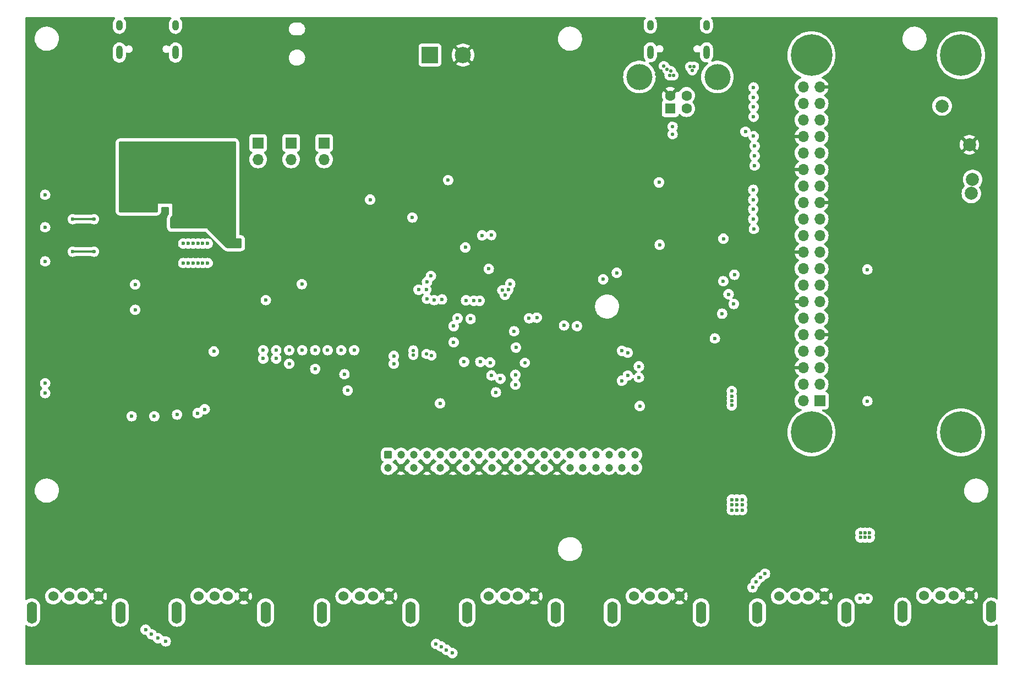
<source format=gbr>
G04 #@! TF.GenerationSoftware,KiCad,Pcbnew,7.0.9*
G04 #@! TF.CreationDate,2024-02-27T14:15:26+02:00*
G04 #@! TF.ProjectId,volthub7,766f6c74-6875-4623-972e-6b696361645f,rev?*
G04 #@! TF.SameCoordinates,Original*
G04 #@! TF.FileFunction,Copper,L2,Inr*
G04 #@! TF.FilePolarity,Positive*
%FSLAX46Y46*%
G04 Gerber Fmt 4.6, Leading zero omitted, Abs format (unit mm)*
G04 Created by KiCad (PCBNEW 7.0.9) date 2024-02-27 14:15:26*
%MOMM*%
%LPD*%
G01*
G04 APERTURE LIST*
G04 Aperture macros list*
%AMRoundRect*
0 Rectangle with rounded corners*
0 $1 Rounding radius*
0 $2 $3 $4 $5 $6 $7 $8 $9 X,Y pos of 4 corners*
0 Add a 4 corners polygon primitive as box body*
4,1,4,$2,$3,$4,$5,$6,$7,$8,$9,$2,$3,0*
0 Add four circle primitives for the rounded corners*
1,1,$1+$1,$2,$3*
1,1,$1+$1,$4,$5*
1,1,$1+$1,$6,$7*
1,1,$1+$1,$8,$9*
0 Add four rect primitives between the rounded corners*
20,1,$1+$1,$2,$3,$4,$5,0*
20,1,$1+$1,$4,$5,$6,$7,0*
20,1,$1+$1,$6,$7,$8,$9,0*
20,1,$1+$1,$8,$9,$2,$3,0*%
G04 Aperture macros list end*
G04 #@! TA.AperFunction,ComponentPad*
%ADD10C,6.400000*%
G04 #@! TD*
G04 #@! TA.AperFunction,ComponentPad*
%ADD11C,1.524000*%
G04 #@! TD*
G04 #@! TA.AperFunction,ComponentPad*
%ADD12O,1.600000X3.400000*%
G04 #@! TD*
G04 #@! TA.AperFunction,ComponentPad*
%ADD13C,2.000000*%
G04 #@! TD*
G04 #@! TA.AperFunction,ComponentPad*
%ADD14R,2.500000X2.500000*%
G04 #@! TD*
G04 #@! TA.AperFunction,ComponentPad*
%ADD15C,2.500000*%
G04 #@! TD*
G04 #@! TA.AperFunction,ComponentPad*
%ADD16R,1.700000X1.700000*%
G04 #@! TD*
G04 #@! TA.AperFunction,ComponentPad*
%ADD17O,1.700000X1.700000*%
G04 #@! TD*
G04 #@! TA.AperFunction,ComponentPad*
%ADD18R,1.600000X1.600000*%
G04 #@! TD*
G04 #@! TA.AperFunction,ComponentPad*
%ADD19C,1.600000*%
G04 #@! TD*
G04 #@! TA.AperFunction,ComponentPad*
%ADD20C,4.000000*%
G04 #@! TD*
G04 #@! TA.AperFunction,ComponentPad*
%ADD21RoundRect,0.250000X-0.350000X-0.350000X0.350000X-0.350000X0.350000X0.350000X-0.350000X0.350000X0*%
G04 #@! TD*
G04 #@! TA.AperFunction,ComponentPad*
%ADD22C,1.200000*%
G04 #@! TD*
G04 #@! TA.AperFunction,ComponentPad*
%ADD23O,1.000000X2.100000*%
G04 #@! TD*
G04 #@! TA.AperFunction,ComponentPad*
%ADD24O,1.000000X1.600000*%
G04 #@! TD*
G04 #@! TA.AperFunction,ViaPad*
%ADD25C,0.600000*%
G04 #@! TD*
G04 #@! TA.AperFunction,ViaPad*
%ADD26C,0.550000*%
G04 #@! TD*
G04 #@! TA.AperFunction,Conductor*
%ADD27C,0.300000*%
G04 #@! TD*
G04 APERTURE END LIST*
D10*
G04 #@! TO.N,unconnected-(H11-Pad1)*
G04 #@! TO.C,H11*
X144262262Y-26750000D03*
G04 #@! TD*
G04 #@! TO.N,unconnected-(H10-Pad1)*
G04 #@! TO.C,H10*
X167262262Y-26750000D03*
G04 #@! TD*
G04 #@! TO.N,unconnected-(H8-Pad1)*
G04 #@! TO.C,H8*
X144262262Y-84750000D03*
G04 #@! TD*
D11*
G04 #@! TO.N,/VBUS2*
G04 #@! TO.C,J5*
X49945595Y-109950000D03*
G04 #@! TO.N,/USB2_DN*
X52445595Y-109950000D03*
G04 #@! TO.N,/USB2_DP*
X54445595Y-109950000D03*
G04 #@! TO.N,GND*
X56945595Y-109950000D03*
D12*
G04 #@! TO.N,Net-(J5-Shield)*
X46620595Y-112450000D03*
X60270595Y-112450000D03*
G04 #@! TD*
D11*
G04 #@! TO.N,/VBUS5*
G04 #@! TO.C,J8*
X116945594Y-109950000D03*
G04 #@! TO.N,/USB5_DN*
X119445594Y-109950000D03*
G04 #@! TO.N,/USB5_DP*
X121445594Y-109950000D03*
G04 #@! TO.N,GND*
X123945594Y-109950000D03*
D12*
G04 #@! TO.N,Net-(J8-Shield)*
X113620594Y-112450000D03*
X127270594Y-112450000D03*
G04 #@! TD*
D13*
G04 #@! TO.N,/USBUP_DN*
G04 #@! TO.C,TP1*
X168862262Y-48000000D03*
G04 #@! TD*
D14*
G04 #@! TO.N,Net-(J12-Pin_1)*
G04 #@! TO.C,J12*
X85567262Y-26700000D03*
D15*
G04 #@! TO.N,GND*
X90647262Y-26700000D03*
G04 #@! TD*
D16*
G04 #@! TO.N,Net-(J12-Pin_1)*
G04 #@! TO.C,JP4*
X69292262Y-40230000D03*
D17*
G04 #@! TO.N,Net-(JP3-B)*
X69292262Y-42770000D03*
G04 #@! TD*
D13*
G04 #@! TO.N,/UP_VBUS*
G04 #@! TO.C,TP3*
X164362262Y-34550000D03*
G04 #@! TD*
D11*
G04 #@! TO.N,/VBUS7*
G04 #@! TO.C,J10*
X161612262Y-109850000D03*
G04 #@! TO.N,/USB7_DN*
X164112262Y-109850000D03*
G04 #@! TO.N,/USB7_DP*
X166112262Y-109850000D03*
G04 #@! TO.N,GND*
X168612262Y-109850000D03*
D12*
G04 #@! TO.N,Net-(J10-Shield)*
X158287262Y-112350000D03*
X171937262Y-112350000D03*
G04 #@! TD*
D10*
G04 #@! TO.N,unconnected-(H9-Pad1)*
G04 #@! TO.C,H9*
X167262262Y-84750000D03*
G04 #@! TD*
D16*
G04 #@! TO.N,/Power/PWR_VBUS*
G04 #@! TO.C,JP2*
X59132262Y-40230000D03*
D17*
G04 #@! TO.N,Net-(JP2-B)*
X59132262Y-42770000D03*
G04 #@! TD*
D18*
G04 #@! TO.N,/UP_VBUS*
G04 #@! TO.C,J1*
X122542262Y-34942500D03*
D19*
G04 #@! TO.N,/USBUP_DN*
X125042262Y-34942500D03*
G04 #@! TO.N,/USBUP_DP*
X125042262Y-32942500D03*
G04 #@! TO.N,GND*
X122542262Y-32942500D03*
D20*
G04 #@! TO.N,/USB_SH*
X117792262Y-30082500D03*
X129792262Y-30082500D03*
G04 #@! TD*
D21*
G04 #@! TO.N,/USB6_DN*
G04 #@! TO.C,J2*
X79112262Y-88200000D03*
D22*
G04 #@! TO.N,/VBUS6*
X79112262Y-90200000D03*
G04 #@! TO.N,/USB6_DP*
X81112262Y-88200000D03*
G04 #@! TO.N,GND*
X81112262Y-90200000D03*
G04 #@! TO.N,/USB7_DN*
X83112262Y-88200000D03*
G04 #@! TO.N,/VBUS7*
X83112262Y-90200000D03*
G04 #@! TO.N,/USB7_DP*
X85112262Y-88200000D03*
G04 #@! TO.N,GND*
X85112262Y-90200000D03*
G04 #@! TO.N,/USB1_DN*
X87112262Y-88200000D03*
G04 #@! TO.N,/VBUS1*
X87112262Y-90200000D03*
G04 #@! TO.N,/USB1_DP*
X89112262Y-88200000D03*
G04 #@! TO.N,GND*
X89112262Y-90200000D03*
G04 #@! TO.N,/USB2_DN*
X91112262Y-88200000D03*
G04 #@! TO.N,/VBUS2*
X91112262Y-90200000D03*
G04 #@! TO.N,/USB2_DP*
X93112262Y-88200000D03*
G04 #@! TO.N,GND*
X93112262Y-90200000D03*
G04 #@! TO.N,/USB3_DN*
X95112262Y-88200000D03*
G04 #@! TO.N,/VBUS3*
X95112262Y-90200000D03*
G04 #@! TO.N,/USB3_DP*
X97112262Y-88200000D03*
G04 #@! TO.N,GND*
X97112262Y-90200000D03*
G04 #@! TO.N,/USB4_DN*
X99112262Y-88200000D03*
G04 #@! TO.N,/VBUS4*
X99112262Y-90200000D03*
G04 #@! TO.N,/USB4_DP*
X101112262Y-88200000D03*
G04 #@! TO.N,GND*
X101112262Y-90200000D03*
G04 #@! TO.N,/USB5_DN*
X103112262Y-88200000D03*
G04 #@! TO.N,/VBUS5*
X103112262Y-90200000D03*
G04 #@! TO.N,/USB5_DP*
X105112262Y-88200000D03*
G04 #@! TO.N,GND*
X105112262Y-90200000D03*
G04 #@! TO.N,+3V3*
X107112262Y-88200000D03*
G04 #@! TO.N,/Output/SW1_P*
X107112262Y-90200000D03*
G04 #@! TO.N,/LEDG_A*
X109112262Y-88200000D03*
G04 #@! TO.N,/Output/SW2_P*
X109112262Y-90200000D03*
G04 #@! TO.N,/LEDR_A*
X111112262Y-88200000D03*
G04 #@! TO.N,/Output/LEDY_A*
X111112262Y-90200000D03*
G04 #@! TO.N,/PI_TXD*
X113112262Y-88200000D03*
G04 #@! TO.N,/Output/OLED_SDA*
X113112262Y-90200000D03*
G04 #@! TO.N,/PI_RXD*
X115112262Y-88200000D03*
G04 #@! TO.N,/Output/OLED_SCL*
X115112262Y-90200000D03*
G04 #@! TO.N,+5V*
X117112262Y-88200000D03*
G04 #@! TO.N,/Output/OLED_VDD*
X117112262Y-90200000D03*
G04 #@! TD*
D11*
G04 #@! TO.N,/VBUS1*
G04 #@! TO.C,J4*
X27612262Y-109950000D03*
G04 #@! TO.N,/USB1_DN*
X30112262Y-109950000D03*
G04 #@! TO.N,/USB1_DP*
X32112262Y-109950000D03*
G04 #@! TO.N,GND*
X34612262Y-109950000D03*
D12*
G04 #@! TO.N,Net-(J4-Shield)*
X24287262Y-112450000D03*
X37937262Y-112450000D03*
G04 #@! TD*
D13*
G04 #@! TO.N,/USBUP_DP*
G04 #@! TO.C,TP2*
X169062262Y-45850000D03*
G04 #@! TD*
D16*
G04 #@! TO.N,Net-(JP3-A)*
G04 #@! TO.C,JP3*
X64212262Y-40230000D03*
D17*
G04 #@! TO.N,Net-(JP3-B)*
X64212262Y-42770000D03*
G04 #@! TD*
D23*
G04 #@! TO.N,/USB_SH*
G04 #@! TO.C,J3*
X128112262Y-26285000D03*
D24*
X128112262Y-22105000D03*
D23*
X119472262Y-26285000D03*
D24*
X119472262Y-22105000D03*
G04 #@! TD*
D11*
G04 #@! TO.N,/VBUS4*
G04 #@! TO.C,J7*
X94612261Y-109950000D03*
G04 #@! TO.N,/USB4_DN*
X97112261Y-109950000D03*
G04 #@! TO.N,/USB4_DP*
X99112261Y-109950000D03*
G04 #@! TO.N,GND*
X101612261Y-109950000D03*
D12*
G04 #@! TO.N,Net-(J7-Shield)*
X91287261Y-112450000D03*
X104937261Y-112450000D03*
G04 #@! TD*
D16*
G04 #@! TO.N,/PI_3V3*
G04 #@! TO.C,U2*
X145538750Y-79868750D03*
D17*
G04 #@! TO.N,/PI_5V*
X142998750Y-79868750D03*
G04 #@! TO.N,Net-(U2-GPIO2{slash}SDA)*
X145538750Y-77328750D03*
G04 #@! TO.N,/PI_5V*
X142998750Y-77328750D03*
G04 #@! TO.N,Net-(U2-GPIO3{slash}SCL)*
X145538750Y-74788750D03*
G04 #@! TO.N,GND*
X142998750Y-74788750D03*
G04 #@! TO.N,Net-(U2-GPIO4{slash}GPCLK0)*
X145538750Y-72248750D03*
G04 #@! TO.N,Net-(U2-GPIO14{slash}TXD)*
X142998750Y-72248750D03*
G04 #@! TO.N,GND*
X145538750Y-69708750D03*
G04 #@! TO.N,Net-(U2-GPIO15{slash}RXD)*
X142998750Y-69708750D03*
G04 #@! TO.N,Net-(U2-GPIO17)*
X145538750Y-67168750D03*
G04 #@! TO.N,Net-(U2-GPIO18{slash}PCM_CLK)*
X142998750Y-67168750D03*
G04 #@! TO.N,Net-(U2-GPIO27)*
X145538750Y-64628750D03*
G04 #@! TO.N,GND*
X142998750Y-64628750D03*
G04 #@! TO.N,Net-(U2-GPIO22)*
X145538750Y-62088750D03*
G04 #@! TO.N,Net-(U2-GPIO23)*
X142998750Y-62088750D03*
G04 #@! TO.N,/PI_3V3*
X145538750Y-59548750D03*
G04 #@! TO.N,Net-(U2-GPIO24)*
X142998750Y-59548750D03*
G04 #@! TO.N,Net-(U2-GPIO10{slash}MOSI)*
X145538750Y-57008750D03*
G04 #@! TO.N,GND*
X142998750Y-57008750D03*
G04 #@! TO.N,Net-(U2-GPIO9{slash}MISO)*
X145538750Y-54468750D03*
G04 #@! TO.N,Net-(U2-GPIO25)*
X142998750Y-54468750D03*
G04 #@! TO.N,Net-(U2-GPIO11{slash}SCLK)*
X145538750Y-51928750D03*
G04 #@! TO.N,Net-(U2-GPIO8{slash}CE0)*
X142998750Y-51928750D03*
G04 #@! TO.N,GND*
X145538750Y-49388750D03*
G04 #@! TO.N,Net-(U2-GPIO7{slash}CE1)*
X142998750Y-49388750D03*
G04 #@! TO.N,unconnected-(U2-GPIO0{slash}ID_SD-Pad27)*
X145538750Y-46848750D03*
G04 #@! TO.N,unconnected-(U2-GPIO1{slash}ID_SC-Pad28)*
X142998750Y-46848750D03*
G04 #@! TO.N,Net-(U2-GPIO5)*
X145538750Y-44308750D03*
G04 #@! TO.N,GND*
X142998750Y-44308750D03*
G04 #@! TO.N,Net-(U2-GPIO6)*
X145538750Y-41768750D03*
G04 #@! TO.N,Net-(U2-GPIO12{slash}PWM0)*
X142998750Y-41768750D03*
G04 #@! TO.N,Net-(U2-GPIO13{slash}PWM1)*
X145538750Y-39228750D03*
G04 #@! TO.N,GND*
X142998750Y-39228750D03*
G04 #@! TO.N,Net-(U2-GPIO19{slash}PCM_FS)*
X145538750Y-36688750D03*
G04 #@! TO.N,Net-(U2-GPIO16)*
X142998750Y-36688750D03*
G04 #@! TO.N,Net-(U2-GPIO26)*
X145538750Y-34148750D03*
G04 #@! TO.N,Net-(U2-GPIO20{slash}PCM_DIN)*
X142998750Y-34148750D03*
G04 #@! TO.N,GND*
X145538750Y-31608750D03*
G04 #@! TO.N,Net-(U2-GPIO21{slash}PCM_DOUT)*
X142998750Y-31608750D03*
G04 #@! TD*
D11*
G04 #@! TO.N,/VBUS3*
G04 #@! TO.C,J6*
X72278928Y-109950000D03*
G04 #@! TO.N,/USB3_DN*
X74778928Y-109950000D03*
G04 #@! TO.N,/USB3_DP*
X76778928Y-109950000D03*
G04 #@! TO.N,GND*
X79278928Y-109950000D03*
D12*
G04 #@! TO.N,Net-(J6-Shield)*
X68953928Y-112450000D03*
X82603928Y-112450000D03*
G04 #@! TD*
D13*
G04 #@! TO.N,GND*
G04 #@! TO.C,TP4*
X168562262Y-40500000D03*
G04 #@! TD*
D23*
G04 #@! TO.N,/Power/USB_SH*
G04 #@! TO.C,J11*
X46432262Y-26330000D03*
D24*
X46432262Y-22150000D03*
D23*
X37792262Y-26330000D03*
D24*
X37792262Y-22150000D03*
G04 #@! TD*
D11*
G04 #@! TO.N,/VBUS6*
G04 #@! TO.C,J9*
X139278927Y-109950000D03*
G04 #@! TO.N,/USB6_DN*
X141778927Y-109950000D03*
G04 #@! TO.N,/USB6_DP*
X143778927Y-109950000D03*
G04 #@! TO.N,GND*
X146278927Y-109950000D03*
D12*
G04 #@! TO.N,Net-(J9-Shield)*
X135953927Y-112450000D03*
X149603927Y-112450000D03*
G04 #@! TD*
D25*
G04 #@! TO.N,GND*
X53612262Y-118700000D03*
X153612262Y-27200000D03*
D26*
X125012262Y-25000000D03*
X124362262Y-40450000D03*
D25*
X58362262Y-51700000D03*
X42362262Y-53200000D03*
X91912262Y-60600000D03*
X41112262Y-57200000D03*
X71012262Y-97700000D03*
X110112262Y-45200000D03*
X42362262Y-53950000D03*
X138512262Y-97800000D03*
X38512262Y-29200000D03*
X33112262Y-99300000D03*
X70112262Y-79700000D03*
X42362262Y-55700000D03*
X57612262Y-52450000D03*
X133112262Y-98700000D03*
X61612262Y-41200000D03*
X60612262Y-51700000D03*
X140612262Y-97800000D03*
X120612262Y-119700000D03*
X58862262Y-56950000D03*
X31112262Y-118200000D03*
X76212262Y-66000000D03*
X58862262Y-57700000D03*
D26*
X111112262Y-39200000D03*
D25*
X49112262Y-29200000D03*
X60612262Y-48700000D03*
X60362262Y-57700000D03*
X71712262Y-97700000D03*
X139912262Y-97800000D03*
X128112262Y-57700000D03*
X42362262Y-52450000D03*
X70612262Y-47800000D03*
X160112262Y-28700000D03*
X171362262Y-100450000D03*
X99612262Y-63700000D03*
X24612262Y-28700000D03*
X102762262Y-72950000D03*
X65612262Y-57200000D03*
X85112262Y-52950000D03*
X39212262Y-29200000D03*
X43862262Y-55700000D03*
X126612262Y-85200000D03*
X85112262Y-51700000D03*
X141112262Y-58200000D03*
X51612262Y-29200000D03*
X64862262Y-56450000D03*
X148112262Y-29700000D03*
X75612262Y-62200000D03*
X116212262Y-97700000D03*
D26*
X123112262Y-39900000D03*
D25*
X139212262Y-97800000D03*
X120112262Y-77700000D03*
X38662262Y-77762500D03*
X43362262Y-102000000D03*
X39612262Y-33950000D03*
X25612262Y-85700000D03*
X161212262Y-97800000D03*
X27912262Y-97800000D03*
X49912262Y-97800000D03*
X64862262Y-57200000D03*
X48612262Y-79200000D03*
D26*
X170462262Y-47050000D03*
D25*
X92512262Y-70600000D03*
X24862262Y-43200000D03*
X166612262Y-61700000D03*
D26*
X119212262Y-37500000D03*
D25*
X153112262Y-21700000D03*
X85112262Y-50450000D03*
X58112262Y-56950000D03*
X132862262Y-105200000D03*
D26*
X127162262Y-29050000D03*
D25*
X122312262Y-99100000D03*
X111612262Y-85200000D03*
X44612262Y-58700000D03*
X88912262Y-60600000D03*
X133112262Y-25950000D03*
X59612262Y-24450000D03*
X128112262Y-50200000D03*
X87362262Y-105700000D03*
X58112262Y-57700000D03*
X88112262Y-102000000D03*
X41112262Y-57950000D03*
X56862262Y-52450000D03*
X132012262Y-105200000D03*
X132612262Y-102000000D03*
X39212262Y-28500000D03*
X72912262Y-47900000D03*
X148612262Y-38700000D03*
X57612262Y-51700000D03*
X98012262Y-50300000D03*
X60612262Y-50950000D03*
X160512262Y-97800000D03*
X50612262Y-97800000D03*
X90612262Y-79800000D03*
X57112262Y-22450000D03*
X154612262Y-105400000D03*
X64612262Y-89700000D03*
X88112262Y-98700000D03*
X131612262Y-21700000D03*
D26*
X120412262Y-28450000D03*
D25*
X142612262Y-118700000D03*
X90112262Y-43200000D03*
X66362262Y-57950000D03*
X93612262Y-79800000D03*
X147112262Y-94200000D03*
X35112262Y-43200000D03*
X104612262Y-45200000D03*
X65612262Y-56450000D03*
X95912262Y-73400000D03*
X146712262Y-100400000D03*
X94912262Y-97800000D03*
X33712262Y-70200000D03*
X66362262Y-56450000D03*
X161912262Y-97800000D03*
X33612262Y-89200000D03*
X58112262Y-89200000D03*
X153912262Y-105400000D03*
X43612262Y-105600000D03*
X87712262Y-105000000D03*
X113612262Y-74200000D03*
X98112262Y-119700000D03*
X141112262Y-87500000D03*
X38612262Y-66200000D03*
X60612262Y-52450000D03*
X64862262Y-57950000D03*
X59612262Y-57700000D03*
D26*
X120462262Y-29650000D03*
D25*
X24862262Y-38200000D03*
X86512262Y-105600000D03*
X94212262Y-97800000D03*
X58362262Y-52450000D03*
X152112262Y-111950000D03*
X59862262Y-51700000D03*
X75612262Y-118700000D03*
X78687762Y-79950000D03*
X167112262Y-77200000D03*
D26*
X121112262Y-29800000D03*
D25*
X115512262Y-97700000D03*
X27212262Y-97800000D03*
X83212262Y-70900000D03*
X46612262Y-28300000D03*
X26512262Y-97800000D03*
X59862262Y-52450000D03*
X43012262Y-105000000D03*
X28612262Y-97800000D03*
X37112262Y-100200000D03*
D26*
X122412262Y-23500000D03*
X111112262Y-37450000D03*
D25*
X45612262Y-89200000D03*
X150112262Y-119200000D03*
X85612262Y-59200000D03*
X106812262Y-77300000D03*
X64362262Y-119200000D03*
X42162262Y-77762500D03*
D26*
X119312262Y-35800000D03*
D25*
X76112262Y-89700000D03*
X57112262Y-28700000D03*
X148612262Y-69700000D03*
X159112262Y-94200000D03*
X83612262Y-98700000D03*
X44612262Y-55700000D03*
X43112262Y-52700000D03*
X43112262Y-58700000D03*
X59612262Y-26700000D03*
X46612262Y-29000000D03*
X67612262Y-50200000D03*
X124512262Y-72700000D03*
X57612262Y-78200000D03*
X107112262Y-97700000D03*
X45912262Y-28300000D03*
X100112262Y-99100000D03*
X38512262Y-28500000D03*
X85112262Y-49200000D03*
X78112262Y-22200000D03*
X106100000Y-70900000D03*
X66362262Y-57200000D03*
X102762262Y-71350000D03*
X62612262Y-62200000D03*
D26*
X120462262Y-29050000D03*
D25*
X76512262Y-100500000D03*
X102662262Y-68450000D03*
X43112262Y-51950000D03*
X60362262Y-56950000D03*
X61862262Y-22700000D03*
X132612262Y-45200000D03*
X43112262Y-53450000D03*
X60612262Y-50200000D03*
X42362262Y-105600000D03*
X63612262Y-98200000D03*
X128112262Y-98700000D03*
X141112262Y-45700000D03*
X49212262Y-97800000D03*
X162612262Y-97800000D03*
X60612262Y-49450000D03*
X43112262Y-55700000D03*
X45112262Y-33950000D03*
X83212262Y-78700000D03*
X42362262Y-58700000D03*
X83212262Y-68100000D03*
X129112262Y-35700000D03*
X131362262Y-119200000D03*
X165612262Y-118700000D03*
X59612262Y-56950000D03*
X55112262Y-99100000D03*
X102762262Y-69950000D03*
X117612262Y-97700000D03*
X66612262Y-40700000D03*
X61862262Y-28700000D03*
X93512262Y-97800000D03*
X138612262Y-25950000D03*
X116912262Y-97700000D03*
X48512262Y-97800000D03*
X43862262Y-58700000D03*
X55612262Y-38200000D03*
X83212262Y-77049500D03*
X116612262Y-22200000D03*
X32012262Y-78900000D03*
D26*
X80112262Y-79700000D03*
X123212262Y-36800000D03*
D25*
X86612262Y-119200000D03*
X59362262Y-60700000D03*
X45662262Y-77762500D03*
D26*
X121062262Y-29200000D03*
D25*
X65612262Y-57950000D03*
X42112262Y-23200000D03*
X78462262Y-77950000D03*
X155312262Y-105400000D03*
X103112262Y-50200000D03*
X83212262Y-80300000D03*
X83212262Y-75900000D03*
X89362262Y-47200000D03*
D26*
X126962262Y-29750000D03*
D25*
X95612262Y-57200000D03*
X148612262Y-104200000D03*
X89112262Y-57200000D03*
D26*
X126262262Y-30100000D03*
D25*
X116312262Y-61900000D03*
X105812262Y-56100000D03*
X83012262Y-74324500D03*
X59112262Y-52450000D03*
D26*
X117862262Y-40450000D03*
D25*
X56862262Y-51700000D03*
X72412262Y-97700000D03*
X73112262Y-97700000D03*
X148612262Y-49200000D03*
X154512262Y-102100000D03*
X41112262Y-56450000D03*
X74112262Y-80450000D03*
X35112262Y-22200000D03*
X32012262Y-76000000D03*
X78412262Y-47800000D03*
X126612262Y-90200000D03*
X95612262Y-97800000D03*
X101112262Y-22200000D03*
X59112262Y-51700000D03*
X25612262Y-70200000D03*
X114612262Y-69700000D03*
X109112262Y-119200000D03*
D26*
X127212262Y-28400000D03*
D25*
X59612262Y-30450000D03*
X24612262Y-61200000D03*
X41862262Y-119200000D03*
X166512262Y-100300000D03*
X171612262Y-31200000D03*
G04 #@! TO.N,+3V3*
X152862262Y-59700000D03*
X152862262Y-79950000D03*
X50612262Y-58700000D03*
X30612262Y-51950000D03*
X60312262Y-64400000D03*
X87112262Y-80300000D03*
X82862262Y-51700000D03*
X88362262Y-45950000D03*
X117862262Y-80700000D03*
X47612262Y-58700000D03*
X49112262Y-55700000D03*
X33862262Y-56950000D03*
X89812262Y-67200000D03*
X65862262Y-61950000D03*
X48362262Y-55700000D03*
X40212262Y-65900000D03*
X49112262Y-58700000D03*
X50612262Y-55700000D03*
X89212262Y-68400000D03*
X49862262Y-55700000D03*
X76362262Y-48950000D03*
X51362262Y-55700000D03*
X47612262Y-55700000D03*
X33862262Y-51950000D03*
X89212262Y-70900000D03*
X49862262Y-58700000D03*
X30612262Y-56950000D03*
X48362262Y-58700000D03*
X40212262Y-62000000D03*
X93312262Y-73900000D03*
D26*
X100162262Y-74050000D03*
D25*
X51362262Y-58700000D03*
X90812262Y-73900000D03*
D26*
G04 #@! TO.N,/UP_VBUS*
X122662262Y-29200000D03*
X122062262Y-28900000D03*
X125612262Y-28500000D03*
X125912262Y-29050000D03*
X121562262Y-28400000D03*
X126212262Y-28500000D03*
X123062262Y-29850000D03*
X122412262Y-29850000D03*
D25*
G04 #@! TO.N,/XTAL1*
X80012262Y-74200000D03*
D26*
X85812262Y-72900000D03*
G04 #@! TO.N,/XTAL2*
X85012262Y-72700000D03*
D25*
X80012262Y-73000000D03*
G04 #@! TO.N,/RESET_USB*
X114312262Y-60200000D03*
X94612262Y-59600000D03*
G04 #@! TO.N,+5V*
X132012262Y-95900000D03*
X153212262Y-100200000D03*
X44362262Y-45700000D03*
X132812262Y-96700000D03*
X49112262Y-45200000D03*
X132012262Y-78400000D03*
X133612262Y-95900000D03*
X44362262Y-46700000D03*
X44862262Y-44950000D03*
X132012262Y-96700000D03*
X47362262Y-45700000D03*
X43612262Y-48200000D03*
X43612262Y-45200000D03*
X133612262Y-96700000D03*
X46862262Y-44950000D03*
X132012262Y-80600000D03*
X48362262Y-46700000D03*
X47862262Y-44950000D03*
X132012262Y-79200000D03*
X46362262Y-45700000D03*
X48362262Y-48700000D03*
X43612262Y-47200000D03*
X152512262Y-100200000D03*
X132812262Y-95900000D03*
X44362262Y-47700000D03*
X132812262Y-95100000D03*
X49112262Y-48200000D03*
X49112262Y-47200000D03*
X133612262Y-95100000D03*
X132012262Y-95100000D03*
X151812262Y-100200000D03*
X49112262Y-46200000D03*
X45362262Y-45700000D03*
X48362262Y-45700000D03*
X44362262Y-48700000D03*
X43612262Y-46200000D03*
X153212262Y-100900000D03*
X132012262Y-79900000D03*
X45862262Y-44950000D03*
X152512262Y-100900000D03*
X48362262Y-47700000D03*
X151812262Y-100900000D03*
G04 #@! TO.N,/Output/SWITCH1*
X130712262Y-54950000D03*
X50912262Y-81200000D03*
G04 #@! TO.N,/GPIO18*
X49812262Y-81800000D03*
X130512262Y-66500000D03*
D26*
G04 #@! TO.N,/USBUP_DP*
X83012262Y-72850000D03*
X122912262Y-37700000D03*
D25*
G04 #@! TO.N,/LEDA1*
X72912262Y-78300000D03*
X95712262Y-78600000D03*
G04 #@! TO.N,/LEDA2*
X52312262Y-72300000D03*
X98712262Y-77400000D03*
G04 #@! TO.N,/LEDA3*
X97912262Y-61900000D03*
X85112262Y-61600000D03*
G04 #@! TO.N,/LEDB3*
X96712262Y-62900000D03*
X83812262Y-62800000D03*
G04 #@! TO.N,/LEDA4*
X59912262Y-73400000D03*
X59912262Y-72100000D03*
X97112262Y-63600000D03*
X85112262Y-64200000D03*
G04 #@! TO.N,/LEDB4*
X97612262Y-62800000D03*
X61912262Y-72100000D03*
X85012262Y-62800000D03*
X61912262Y-73400000D03*
G04 #@! TO.N,/LEDA5*
X63912262Y-72100000D03*
X63912262Y-74200000D03*
G04 #@! TO.N,/LEDB5*
X65912262Y-72100000D03*
X98712262Y-75900000D03*
G04 #@! TO.N,/LEDA6*
X67912262Y-72100000D03*
X67912262Y-75000000D03*
G04 #@! TO.N,/LEDB6*
X69812262Y-72100000D03*
X96412262Y-76500000D03*
G04 #@! TO.N,/LEDA7*
X71912262Y-72100000D03*
X72412262Y-75800000D03*
G04 #@! TO.N,/LEDB7*
X73912262Y-72100000D03*
X95025008Y-75987254D03*
G04 #@! TO.N,/PI_TXD*
X116012262Y-76000000D03*
X116012262Y-72500000D03*
G04 #@! TO.N,/PI_RXD*
X115112262Y-72200000D03*
X115112262Y-76800000D03*
G04 #@! TO.N,/Output/SW1_P*
X26362262Y-78700000D03*
G04 #@! TO.N,/EE_WP*
X120912262Y-55900000D03*
X120812262Y-46300000D03*
X130700000Y-61500000D03*
X129400000Y-70300000D03*
G04 #@! TO.N,/SDA*
X93212262Y-64500000D03*
X106200000Y-68300000D03*
X95012262Y-54400000D03*
G04 #@! TO.N,/SCL{slash}CFG_SEL0*
X117712262Y-74600000D03*
X93612262Y-54450000D03*
X108200000Y-68400000D03*
X117712262Y-76300000D03*
X92312262Y-64500000D03*
G04 #@! TO.N,/Output/LED_G*
X39662262Y-82262500D03*
X132312262Y-65000000D03*
G04 #@! TO.N,/Output/LED_R*
X131512262Y-63500000D03*
X46662262Y-82012500D03*
G04 #@! TO.N,/Output/LED_Y*
X43162262Y-82262500D03*
X132412262Y-60500000D03*
G04 #@! TO.N,/PRTPWR1*
X41812262Y-115100000D03*
X135512262Y-40700000D03*
G04 #@! TO.N,/OCS1*
X42712262Y-115800000D03*
X135512262Y-42200000D03*
G04 #@! TO.N,/PRTPWR2*
X135312262Y-47450000D03*
X44912262Y-116900000D03*
X100812262Y-67200000D03*
X98512262Y-69200000D03*
G04 #@! TO.N,/OCS2*
X135512262Y-43700000D03*
X43712262Y-116400000D03*
G04 #@! TO.N,/PRTPWR3*
X102012262Y-67100000D03*
X135312262Y-48950000D03*
X98812262Y-71700000D03*
X86512262Y-117300000D03*
G04 #@! TO.N,/OCS3*
X87312262Y-117700000D03*
X135312262Y-50450000D03*
G04 #@! TO.N,/PRTPWR4*
X135412262Y-53450000D03*
X89012262Y-118700000D03*
G04 #@! TO.N,/OCS4*
X88112262Y-118200000D03*
X135312262Y-51950000D03*
G04 #@! TO.N,/VBUS_DET*
X91112262Y-64450000D03*
X91012262Y-56300000D03*
G04 #@! TO.N,/HS_IND{slash}CFG_SEL1*
X87412262Y-64300000D03*
X91812262Y-67300000D03*
G04 #@! TO.N,/CFG_SEL2*
X86212262Y-64400000D03*
X94812262Y-74000000D03*
G04 #@! TO.N,/DCDC_PG*
X112212262Y-61200000D03*
X85712262Y-60700000D03*
G04 #@! TO.N,/OCS7*
X135362262Y-34700000D03*
X152912262Y-110300000D03*
G04 #@! TO.N,/PRTPWR7*
X135362262Y-36200000D03*
X151712262Y-110300000D03*
G04 #@! TO.N,/OCS6*
X135712262Y-107750500D03*
X135362262Y-33200000D03*
G04 #@! TO.N,/PRTPWR6*
X135362262Y-31700000D03*
X135212262Y-108600000D03*
G04 #@! TO.N,/OCS5*
X136412262Y-107049500D03*
X134112262Y-38500000D03*
G04 #@! TO.N,/PRTPWR5*
X135362262Y-39200000D03*
X137112262Y-106500000D03*
D26*
G04 #@! TO.N,/USBUP_DN*
X83012262Y-72150000D03*
X122912262Y-38900000D03*
D25*
G04 #@! TO.N,/Output/LEDY_A*
X26362262Y-53200000D03*
G04 #@! TO.N,/LEDG_A*
X26362262Y-58450000D03*
G04 #@! TO.N,/Output/SW2_P*
X26362262Y-77200000D03*
G04 #@! TO.N,/LEDR_A*
X26362262Y-48200000D03*
G04 #@! TD*
D27*
G04 #@! TO.N,+3V3*
X30612262Y-51950000D02*
X33862262Y-51950000D01*
X30612262Y-56950000D02*
X33862262Y-56950000D01*
G04 #@! TD*
G04 #@! TA.AperFunction,Conductor*
G04 #@! TO.N,GND*
G36*
X80278044Y-88926815D02*
G01*
X80291257Y-88940689D01*
X80291637Y-88940344D01*
X80295498Y-88944580D01*
X80423579Y-89061340D01*
X80446221Y-89081981D01*
X80466558Y-89094573D01*
X80478771Y-89102135D01*
X80525406Y-89154163D01*
X80536667Y-89221851D01*
X80531573Y-89265758D01*
X81090816Y-89825000D01*
X81081189Y-89825000D01*
X80988816Y-89840414D01*
X80878748Y-89899981D01*
X80793984Y-89992059D01*
X80743711Y-90106670D01*
X80737716Y-90179008D01*
X80174794Y-89616086D01*
X80123614Y-89619645D01*
X80055370Y-89604658D01*
X80016059Y-89570671D01*
X79929024Y-89455419D01*
X79846757Y-89380423D01*
X79810476Y-89320712D01*
X79812236Y-89250865D01*
X79851479Y-89193057D01*
X79865193Y-89183251D01*
X79930918Y-89142712D01*
X80054974Y-89018656D01*
X80093052Y-88956920D01*
X80144999Y-88910195D01*
X80213961Y-88898972D01*
X80278044Y-88926815D01*
G37*
G04 #@! TD.AperFunction*
G04 #@! TA.AperFunction,Conductor*
G36*
X84200311Y-88820386D02*
G01*
X84211216Y-88832971D01*
X84295499Y-88944581D01*
X84425160Y-89062782D01*
X84446221Y-89081981D01*
X84466558Y-89094573D01*
X84478771Y-89102135D01*
X84525406Y-89154163D01*
X84536667Y-89221851D01*
X84531573Y-89265758D01*
X85090816Y-89825000D01*
X85081189Y-89825000D01*
X84988816Y-89840414D01*
X84878748Y-89899981D01*
X84793984Y-89992059D01*
X84743711Y-90106670D01*
X84737716Y-90179008D01*
X84174794Y-89616086D01*
X84123614Y-89619645D01*
X84055370Y-89604658D01*
X84016059Y-89570671D01*
X83929024Y-89455418D01*
X83778304Y-89318019D01*
X83766985Y-89311011D01*
X83757966Y-89305426D01*
X83711331Y-89253401D01*
X83700226Y-89184419D01*
X83728178Y-89120385D01*
X83757965Y-89094573D01*
X83778303Y-89081981D01*
X83847773Y-89018651D01*
X83929024Y-88944581D01*
X83931964Y-88940689D01*
X84013308Y-88832970D01*
X84069417Y-88791335D01*
X84139129Y-88786644D01*
X84200311Y-88820386D01*
G37*
G04 #@! TD.AperFunction*
G04 #@! TA.AperFunction,Conductor*
G36*
X88200311Y-88820386D02*
G01*
X88211216Y-88832971D01*
X88295499Y-88944581D01*
X88425160Y-89062782D01*
X88446221Y-89081981D01*
X88466558Y-89094573D01*
X88478771Y-89102135D01*
X88525406Y-89154163D01*
X88536667Y-89221851D01*
X88531573Y-89265758D01*
X89090816Y-89825000D01*
X89081189Y-89825000D01*
X88988816Y-89840414D01*
X88878748Y-89899981D01*
X88793984Y-89992059D01*
X88743711Y-90106670D01*
X88737716Y-90179008D01*
X88174794Y-89616086D01*
X88123614Y-89619645D01*
X88055370Y-89604658D01*
X88016059Y-89570671D01*
X87929024Y-89455418D01*
X87778304Y-89318019D01*
X87766985Y-89311011D01*
X87757966Y-89305426D01*
X87711331Y-89253401D01*
X87700226Y-89184419D01*
X87728178Y-89120385D01*
X87757965Y-89094573D01*
X87778303Y-89081981D01*
X87847773Y-89018651D01*
X87929024Y-88944581D01*
X87931964Y-88940689D01*
X88013308Y-88832970D01*
X88069417Y-88791335D01*
X88139129Y-88786644D01*
X88200311Y-88820386D01*
G37*
G04 #@! TD.AperFunction*
G04 #@! TA.AperFunction,Conductor*
G36*
X92200311Y-88820386D02*
G01*
X92211216Y-88832971D01*
X92295499Y-88944581D01*
X92425160Y-89062782D01*
X92446221Y-89081981D01*
X92466558Y-89094573D01*
X92478771Y-89102135D01*
X92525406Y-89154163D01*
X92536667Y-89221851D01*
X92531573Y-89265758D01*
X93090816Y-89825000D01*
X93081189Y-89825000D01*
X92988816Y-89840414D01*
X92878748Y-89899981D01*
X92793984Y-89992059D01*
X92743711Y-90106670D01*
X92737716Y-90179008D01*
X92174794Y-89616086D01*
X92123614Y-89619645D01*
X92055370Y-89604658D01*
X92016059Y-89570671D01*
X91929024Y-89455418D01*
X91778304Y-89318019D01*
X91766985Y-89311011D01*
X91757966Y-89305426D01*
X91711331Y-89253401D01*
X91700226Y-89184419D01*
X91728178Y-89120385D01*
X91757965Y-89094573D01*
X91778303Y-89081981D01*
X91847773Y-89018651D01*
X91929024Y-88944581D01*
X91931964Y-88940689D01*
X92013308Y-88832970D01*
X92069417Y-88791335D01*
X92139129Y-88786644D01*
X92200311Y-88820386D01*
G37*
G04 #@! TD.AperFunction*
G04 #@! TA.AperFunction,Conductor*
G36*
X96200311Y-88820386D02*
G01*
X96211216Y-88832971D01*
X96295499Y-88944581D01*
X96425160Y-89062782D01*
X96446221Y-89081981D01*
X96466558Y-89094573D01*
X96478771Y-89102135D01*
X96525406Y-89154163D01*
X96536667Y-89221851D01*
X96531573Y-89265758D01*
X97090816Y-89825000D01*
X97081189Y-89825000D01*
X96988816Y-89840414D01*
X96878748Y-89899981D01*
X96793984Y-89992059D01*
X96743711Y-90106670D01*
X96737716Y-90179008D01*
X96174794Y-89616086D01*
X96123614Y-89619645D01*
X96055370Y-89604658D01*
X96016059Y-89570671D01*
X95929024Y-89455418D01*
X95778304Y-89318019D01*
X95766985Y-89311011D01*
X95757966Y-89305426D01*
X95711331Y-89253401D01*
X95700226Y-89184419D01*
X95728178Y-89120385D01*
X95757965Y-89094573D01*
X95778303Y-89081981D01*
X95847773Y-89018651D01*
X95929024Y-88944581D01*
X95931964Y-88940689D01*
X96013308Y-88832970D01*
X96069417Y-88791335D01*
X96139129Y-88786644D01*
X96200311Y-88820386D01*
G37*
G04 #@! TD.AperFunction*
G04 #@! TA.AperFunction,Conductor*
G36*
X100200311Y-88820386D02*
G01*
X100211216Y-88832971D01*
X100295499Y-88944581D01*
X100425160Y-89062782D01*
X100446221Y-89081981D01*
X100466558Y-89094573D01*
X100478771Y-89102135D01*
X100525406Y-89154163D01*
X100536667Y-89221851D01*
X100531573Y-89265758D01*
X101090816Y-89825000D01*
X101081189Y-89825000D01*
X100988816Y-89840414D01*
X100878748Y-89899981D01*
X100793984Y-89992059D01*
X100743711Y-90106670D01*
X100737716Y-90179008D01*
X100174794Y-89616086D01*
X100123614Y-89619645D01*
X100055370Y-89604658D01*
X100016059Y-89570671D01*
X99929024Y-89455418D01*
X99778304Y-89318019D01*
X99766985Y-89311011D01*
X99757966Y-89305426D01*
X99711331Y-89253401D01*
X99700226Y-89184419D01*
X99728178Y-89120385D01*
X99757965Y-89094573D01*
X99778303Y-89081981D01*
X99847773Y-89018651D01*
X99929024Y-88944581D01*
X99931964Y-88940689D01*
X100013308Y-88832970D01*
X100069417Y-88791335D01*
X100139129Y-88786644D01*
X100200311Y-88820386D01*
G37*
G04 #@! TD.AperFunction*
G04 #@! TA.AperFunction,Conductor*
G36*
X104200311Y-88820386D02*
G01*
X104211216Y-88832971D01*
X104295499Y-88944581D01*
X104425160Y-89062782D01*
X104446221Y-89081981D01*
X104466558Y-89094573D01*
X104478771Y-89102135D01*
X104525406Y-89154163D01*
X104536667Y-89221851D01*
X104531573Y-89265758D01*
X105090816Y-89825000D01*
X105081189Y-89825000D01*
X104988816Y-89840414D01*
X104878748Y-89899981D01*
X104793984Y-89992059D01*
X104743711Y-90106670D01*
X104737716Y-90179008D01*
X104174794Y-89616086D01*
X104123614Y-89619645D01*
X104055370Y-89604658D01*
X104016059Y-89570671D01*
X103929024Y-89455418D01*
X103778304Y-89318019D01*
X103766985Y-89311011D01*
X103757966Y-89305426D01*
X103711331Y-89253401D01*
X103700226Y-89184419D01*
X103728178Y-89120385D01*
X103757965Y-89094573D01*
X103778303Y-89081981D01*
X103847773Y-89018651D01*
X103929024Y-88944581D01*
X103931964Y-88940689D01*
X104013308Y-88832970D01*
X104069417Y-88791335D01*
X104139129Y-88786644D01*
X104200311Y-88820386D01*
G37*
G04 #@! TD.AperFunction*
G04 #@! TA.AperFunction,Conductor*
G36*
X82200311Y-88820386D02*
G01*
X82211216Y-88832971D01*
X82295499Y-88944581D01*
X82425160Y-89062782D01*
X82446221Y-89081981D01*
X82466556Y-89094572D01*
X82466558Y-89094573D01*
X82513193Y-89146601D01*
X82524297Y-89215583D01*
X82496344Y-89279617D01*
X82466558Y-89305427D01*
X82446219Y-89318020D01*
X82295498Y-89455419D01*
X82208468Y-89570665D01*
X82152359Y-89612300D01*
X82100931Y-89619640D01*
X82049727Y-89616087D01*
X81490600Y-90175214D01*
X81491148Y-90168605D01*
X81460425Y-90047281D01*
X81391973Y-89942508D01*
X81293210Y-89865637D01*
X81174838Y-89825000D01*
X81133709Y-89825000D01*
X81692948Y-89265759D01*
X81687855Y-89221853D01*
X81699683Y-89152991D01*
X81745753Y-89102135D01*
X81778303Y-89081981D01*
X81906384Y-88965219D01*
X81929024Y-88944581D01*
X81931964Y-88940689D01*
X82013308Y-88832970D01*
X82069417Y-88791335D01*
X82139129Y-88786644D01*
X82200311Y-88820386D01*
G37*
G04 #@! TD.AperFunction*
G04 #@! TA.AperFunction,Conductor*
G36*
X86200311Y-88820386D02*
G01*
X86211216Y-88832971D01*
X86295499Y-88944581D01*
X86425160Y-89062782D01*
X86446221Y-89081981D01*
X86466556Y-89094572D01*
X86466558Y-89094573D01*
X86513193Y-89146601D01*
X86524297Y-89215583D01*
X86496344Y-89279617D01*
X86466558Y-89305427D01*
X86446219Y-89318020D01*
X86295498Y-89455419D01*
X86208468Y-89570665D01*
X86152359Y-89612300D01*
X86100931Y-89619640D01*
X86049727Y-89616087D01*
X85490600Y-90175214D01*
X85491148Y-90168605D01*
X85460425Y-90047281D01*
X85391973Y-89942508D01*
X85293210Y-89865637D01*
X85174838Y-89825000D01*
X85133709Y-89825000D01*
X85692948Y-89265759D01*
X85687855Y-89221853D01*
X85699683Y-89152991D01*
X85745753Y-89102135D01*
X85778303Y-89081981D01*
X85906384Y-88965219D01*
X85929024Y-88944581D01*
X85931964Y-88940689D01*
X86013308Y-88832970D01*
X86069417Y-88791335D01*
X86139129Y-88786644D01*
X86200311Y-88820386D01*
G37*
G04 #@! TD.AperFunction*
G04 #@! TA.AperFunction,Conductor*
G36*
X90200311Y-88820386D02*
G01*
X90211216Y-88832971D01*
X90295499Y-88944581D01*
X90425160Y-89062782D01*
X90446221Y-89081981D01*
X90466556Y-89094572D01*
X90466558Y-89094573D01*
X90513193Y-89146601D01*
X90524297Y-89215583D01*
X90496344Y-89279617D01*
X90466558Y-89305427D01*
X90446219Y-89318020D01*
X90295498Y-89455419D01*
X90208468Y-89570665D01*
X90152359Y-89612300D01*
X90100931Y-89619640D01*
X90049727Y-89616087D01*
X89490600Y-90175214D01*
X89491148Y-90168605D01*
X89460425Y-90047281D01*
X89391973Y-89942508D01*
X89293210Y-89865637D01*
X89174838Y-89825000D01*
X89133709Y-89825000D01*
X89692948Y-89265759D01*
X89687855Y-89221853D01*
X89699683Y-89152991D01*
X89745753Y-89102135D01*
X89778303Y-89081981D01*
X89906384Y-88965219D01*
X89929024Y-88944581D01*
X89931964Y-88940689D01*
X90013308Y-88832970D01*
X90069417Y-88791335D01*
X90139129Y-88786644D01*
X90200311Y-88820386D01*
G37*
G04 #@! TD.AperFunction*
G04 #@! TA.AperFunction,Conductor*
G36*
X94200311Y-88820386D02*
G01*
X94211216Y-88832971D01*
X94295499Y-88944581D01*
X94425160Y-89062782D01*
X94446221Y-89081981D01*
X94466556Y-89094572D01*
X94466558Y-89094573D01*
X94513193Y-89146601D01*
X94524297Y-89215583D01*
X94496344Y-89279617D01*
X94466558Y-89305427D01*
X94446219Y-89318020D01*
X94295498Y-89455419D01*
X94208468Y-89570665D01*
X94152359Y-89612300D01*
X94100931Y-89619640D01*
X94049727Y-89616087D01*
X93490600Y-90175214D01*
X93491148Y-90168605D01*
X93460425Y-90047281D01*
X93391973Y-89942508D01*
X93293210Y-89865637D01*
X93174838Y-89825000D01*
X93133709Y-89825000D01*
X93692948Y-89265759D01*
X93687855Y-89221853D01*
X93699683Y-89152991D01*
X93745753Y-89102135D01*
X93778303Y-89081981D01*
X93906384Y-88965219D01*
X93929024Y-88944581D01*
X93931964Y-88940689D01*
X94013308Y-88832970D01*
X94069417Y-88791335D01*
X94139129Y-88786644D01*
X94200311Y-88820386D01*
G37*
G04 #@! TD.AperFunction*
G04 #@! TA.AperFunction,Conductor*
G36*
X98200311Y-88820386D02*
G01*
X98211216Y-88832971D01*
X98295499Y-88944581D01*
X98425160Y-89062782D01*
X98446221Y-89081981D01*
X98466556Y-89094572D01*
X98466558Y-89094573D01*
X98513193Y-89146601D01*
X98524297Y-89215583D01*
X98496344Y-89279617D01*
X98466558Y-89305427D01*
X98446219Y-89318020D01*
X98295498Y-89455419D01*
X98208468Y-89570665D01*
X98152359Y-89612300D01*
X98100931Y-89619640D01*
X98049727Y-89616087D01*
X97490600Y-90175214D01*
X97491148Y-90168605D01*
X97460425Y-90047281D01*
X97391973Y-89942508D01*
X97293210Y-89865637D01*
X97174838Y-89825000D01*
X97133709Y-89825000D01*
X97692948Y-89265759D01*
X97687855Y-89221853D01*
X97699683Y-89152991D01*
X97745753Y-89102135D01*
X97778303Y-89081981D01*
X97906384Y-88965219D01*
X97929024Y-88944581D01*
X97931964Y-88940689D01*
X98013308Y-88832970D01*
X98069417Y-88791335D01*
X98139129Y-88786644D01*
X98200311Y-88820386D01*
G37*
G04 #@! TD.AperFunction*
G04 #@! TA.AperFunction,Conductor*
G36*
X102200311Y-88820386D02*
G01*
X102211216Y-88832971D01*
X102295499Y-88944581D01*
X102425160Y-89062782D01*
X102446221Y-89081981D01*
X102466556Y-89094572D01*
X102466558Y-89094573D01*
X102513193Y-89146601D01*
X102524297Y-89215583D01*
X102496344Y-89279617D01*
X102466558Y-89305427D01*
X102446219Y-89318020D01*
X102295498Y-89455419D01*
X102208468Y-89570665D01*
X102152359Y-89612300D01*
X102100931Y-89619640D01*
X102049727Y-89616087D01*
X101490600Y-90175214D01*
X101491148Y-90168605D01*
X101460425Y-90047281D01*
X101391973Y-89942508D01*
X101293210Y-89865637D01*
X101174838Y-89825000D01*
X101133709Y-89825000D01*
X101692948Y-89265759D01*
X101687855Y-89221853D01*
X101699683Y-89152991D01*
X101745753Y-89102135D01*
X101778303Y-89081981D01*
X101906384Y-88965219D01*
X101929024Y-88944581D01*
X101931964Y-88940689D01*
X102013308Y-88832970D01*
X102069417Y-88791335D01*
X102139129Y-88786644D01*
X102200311Y-88820386D01*
G37*
G04 #@! TD.AperFunction*
G04 #@! TA.AperFunction,Conductor*
G36*
X106200311Y-88820386D02*
G01*
X106211216Y-88832971D01*
X106295499Y-88944581D01*
X106425160Y-89062782D01*
X106446221Y-89081981D01*
X106466556Y-89094572D01*
X106466558Y-89094573D01*
X106513193Y-89146601D01*
X106524297Y-89215583D01*
X106496344Y-89279617D01*
X106466558Y-89305427D01*
X106446219Y-89318020D01*
X106295498Y-89455419D01*
X106208468Y-89570665D01*
X106152359Y-89612300D01*
X106100931Y-89619640D01*
X106049727Y-89616087D01*
X105490600Y-90175214D01*
X105491148Y-90168605D01*
X105460425Y-90047281D01*
X105391973Y-89942508D01*
X105293210Y-89865637D01*
X105174838Y-89825000D01*
X105133709Y-89825000D01*
X105692948Y-89265759D01*
X105687855Y-89221853D01*
X105699683Y-89152991D01*
X105745753Y-89102135D01*
X105778303Y-89081981D01*
X105906384Y-88965219D01*
X105929024Y-88944581D01*
X105931964Y-88940689D01*
X106013308Y-88832970D01*
X106069417Y-88791335D01*
X106139129Y-88786644D01*
X106200311Y-88820386D01*
G37*
G04 #@! TD.AperFunction*
G04 #@! TA.AperFunction,Conductor*
G36*
X37095572Y-20920185D02*
G01*
X37141327Y-20972989D01*
X37151271Y-21042147D01*
X37122246Y-21105703D01*
X37113965Y-21114374D01*
X37029211Y-21194938D01*
X37029210Y-21194940D01*
X36912967Y-21361949D01*
X36832721Y-21548943D01*
X36791762Y-21748258D01*
X36791762Y-22500743D01*
X36807187Y-22652439D01*
X36868099Y-22846579D01*
X36868106Y-22846594D01*
X36966851Y-23024499D01*
X36966854Y-23024504D01*
X37099394Y-23178893D01*
X37099396Y-23178895D01*
X37260299Y-23303445D01*
X37260300Y-23303445D01*
X37260304Y-23303448D01*
X37442991Y-23393060D01*
X37639977Y-23444063D01*
X37843198Y-23454369D01*
X38044333Y-23423556D01*
X38235149Y-23352886D01*
X38407833Y-23245252D01*
X38555315Y-23105059D01*
X38671557Y-22938049D01*
X38751802Y-22751058D01*
X38792762Y-22551741D01*
X38792762Y-21799258D01*
X38790381Y-21775837D01*
X38777336Y-21647560D01*
X38716424Y-21453420D01*
X38716422Y-21453416D01*
X38716421Y-21453412D01*
X38617671Y-21275498D01*
X38617670Y-21275497D01*
X38617669Y-21275495D01*
X38485129Y-21121106D01*
X38480572Y-21116774D01*
X38481846Y-21115432D01*
X38446039Y-21065956D01*
X38442178Y-20996193D01*
X38476647Y-20935417D01*
X38538502Y-20902925D01*
X38562904Y-20900500D01*
X45668533Y-20900500D01*
X45735572Y-20920185D01*
X45781327Y-20972989D01*
X45791271Y-21042147D01*
X45762246Y-21105703D01*
X45753965Y-21114374D01*
X45669211Y-21194938D01*
X45669210Y-21194940D01*
X45552967Y-21361949D01*
X45472721Y-21548943D01*
X45431762Y-21748258D01*
X45431762Y-22500743D01*
X45447187Y-22652439D01*
X45508099Y-22846579D01*
X45508106Y-22846594D01*
X45606851Y-23024499D01*
X45606854Y-23024504D01*
X45739394Y-23178893D01*
X45739396Y-23178895D01*
X45900299Y-23303445D01*
X45900300Y-23303445D01*
X45900304Y-23303448D01*
X46082991Y-23393060D01*
X46279977Y-23444063D01*
X46483198Y-23454369D01*
X46684333Y-23423556D01*
X46875149Y-23352886D01*
X47047833Y-23245252D01*
X47195315Y-23105059D01*
X47311557Y-22938049D01*
X47391802Y-22751058D01*
X47391827Y-22750936D01*
X63857893Y-22750936D01*
X63888704Y-22952063D01*
X63888707Y-22952075D01*
X63959373Y-23142881D01*
X63959377Y-23142888D01*
X64067007Y-23315567D01*
X64067011Y-23315572D01*
X64189151Y-23444063D01*
X64207203Y-23463053D01*
X64319016Y-23540877D01*
X64374211Y-23579294D01*
X64374212Y-23579294D01*
X64374213Y-23579295D01*
X64561204Y-23659540D01*
X64760521Y-23700500D01*
X65413005Y-23700500D01*
X65564701Y-23685074D01*
X65758841Y-23624162D01*
X65758842Y-23624161D01*
X65758850Y-23624159D01*
X65936764Y-23525409D01*
X66091157Y-23392866D01*
X66215710Y-23231958D01*
X66305322Y-23049271D01*
X66356325Y-22852285D01*
X66366631Y-22649064D01*
X66335818Y-22447929D01*
X66265148Y-22257113D01*
X66157514Y-22084429D01*
X66017321Y-21936947D01*
X65918849Y-21868409D01*
X65850312Y-21820705D01*
X65663318Y-21740459D01*
X65464003Y-21699500D01*
X64811520Y-21699500D01*
X64811519Y-21699500D01*
X64659822Y-21714925D01*
X64465682Y-21775837D01*
X64465667Y-21775844D01*
X64287762Y-21874589D01*
X64287757Y-21874592D01*
X64133368Y-22007132D01*
X64133366Y-22007134D01*
X64008816Y-22168037D01*
X64008815Y-22168040D01*
X63919202Y-22350728D01*
X63868199Y-22547714D01*
X63857893Y-22750936D01*
X47391827Y-22750936D01*
X47432762Y-22551741D01*
X47432762Y-21799258D01*
X47430381Y-21775837D01*
X47417336Y-21647560D01*
X47356424Y-21453420D01*
X47356422Y-21453416D01*
X47356421Y-21453412D01*
X47257671Y-21275498D01*
X47257670Y-21275497D01*
X47257669Y-21275495D01*
X47125129Y-21121106D01*
X47120572Y-21116774D01*
X47121846Y-21115432D01*
X47086039Y-21065956D01*
X47082178Y-20996193D01*
X47116647Y-20935417D01*
X47178502Y-20902925D01*
X47202904Y-20900500D01*
X118661193Y-20900500D01*
X118728232Y-20920185D01*
X118773987Y-20972989D01*
X118783931Y-21042147D01*
X118754906Y-21105703D01*
X118746633Y-21114365D01*
X118709209Y-21149941D01*
X118677890Y-21194938D01*
X118592967Y-21316949D01*
X118512721Y-21503943D01*
X118471762Y-21703258D01*
X118471762Y-22455743D01*
X118487187Y-22607439D01*
X118548099Y-22801579D01*
X118548106Y-22801594D01*
X118646851Y-22979499D01*
X118646854Y-22979504D01*
X118779394Y-23133893D01*
X118779396Y-23133895D01*
X118940299Y-23258445D01*
X118940300Y-23258445D01*
X118940304Y-23258448D01*
X119122991Y-23348060D01*
X119319977Y-23399063D01*
X119523198Y-23409369D01*
X119724333Y-23378556D01*
X119915149Y-23307886D01*
X120087833Y-23200252D01*
X120235315Y-23060059D01*
X120351557Y-22893049D01*
X120431802Y-22706058D01*
X120472762Y-22506741D01*
X120472762Y-21754258D01*
X120468763Y-21714926D01*
X120457336Y-21602560D01*
X120396424Y-21408420D01*
X120396422Y-21408416D01*
X120396421Y-21408412D01*
X120297671Y-21230498D01*
X120297670Y-21230497D01*
X120297669Y-21230495D01*
X120190166Y-21105270D01*
X120161434Y-21041582D01*
X120171696Y-20972470D01*
X120217694Y-20919877D01*
X120284252Y-20900500D01*
X127301193Y-20900500D01*
X127368232Y-20920185D01*
X127413987Y-20972989D01*
X127423931Y-21042147D01*
X127394906Y-21105703D01*
X127386633Y-21114365D01*
X127349209Y-21149941D01*
X127317890Y-21194938D01*
X127232967Y-21316949D01*
X127152721Y-21503943D01*
X127111762Y-21703258D01*
X127111762Y-22455743D01*
X127127187Y-22607439D01*
X127188099Y-22801579D01*
X127188106Y-22801594D01*
X127286851Y-22979499D01*
X127286854Y-22979504D01*
X127419394Y-23133893D01*
X127419396Y-23133895D01*
X127580299Y-23258445D01*
X127580300Y-23258445D01*
X127580304Y-23258448D01*
X127762991Y-23348060D01*
X127959977Y-23399063D01*
X128163198Y-23409369D01*
X128364333Y-23378556D01*
X128555149Y-23307886D01*
X128727833Y-23200252D01*
X128875315Y-23060059D01*
X128991557Y-22893049D01*
X129071802Y-22706058D01*
X129112762Y-22506741D01*
X129112762Y-21754258D01*
X129108763Y-21714926D01*
X129097336Y-21602560D01*
X129036424Y-21408420D01*
X129036422Y-21408416D01*
X129036421Y-21408412D01*
X128937671Y-21230498D01*
X128937670Y-21230497D01*
X128937669Y-21230495D01*
X128830166Y-21105270D01*
X128801434Y-21041582D01*
X128811696Y-20972470D01*
X128857694Y-20919877D01*
X128924252Y-20900500D01*
X172787762Y-20900500D01*
X172854801Y-20920185D01*
X172900556Y-20972989D01*
X172911762Y-21024500D01*
X172911762Y-110306532D01*
X172892077Y-110373571D01*
X172839273Y-110419326D01*
X172770115Y-110429270D01*
X172716640Y-110408108D01*
X172589996Y-110319432D01*
X172504290Y-110279466D01*
X172383759Y-110223261D01*
X172383750Y-110223258D01*
X172163959Y-110164366D01*
X172163955Y-110164365D01*
X172163954Y-110164365D01*
X172163953Y-110164364D01*
X172163948Y-110164364D01*
X171937264Y-110144532D01*
X171937260Y-110144532D01*
X171710575Y-110164364D01*
X171710564Y-110164366D01*
X171490773Y-110223258D01*
X171490764Y-110223261D01*
X171284529Y-110319431D01*
X171284527Y-110319432D01*
X171098120Y-110449954D01*
X170937216Y-110610858D01*
X170806694Y-110797265D01*
X170806693Y-110797267D01*
X170710523Y-111003502D01*
X170710520Y-111003511D01*
X170651628Y-111223302D01*
X170651626Y-111223312D01*
X170636762Y-111393214D01*
X170636762Y-113306785D01*
X170651626Y-113476687D01*
X170651628Y-113476697D01*
X170710520Y-113696488D01*
X170710523Y-113696497D01*
X170806693Y-113902732D01*
X170806694Y-113902734D01*
X170937216Y-114089141D01*
X171098120Y-114250045D01*
X171098123Y-114250047D01*
X171284528Y-114380568D01*
X171490766Y-114476739D01*
X171710570Y-114535635D01*
X171872492Y-114549801D01*
X171937260Y-114555468D01*
X171937262Y-114555468D01*
X171937264Y-114555468D01*
X171993935Y-114550509D01*
X172163954Y-114535635D01*
X172383758Y-114476739D01*
X172589996Y-114380568D01*
X172716640Y-114291891D01*
X172782845Y-114269565D01*
X172850612Y-114286575D01*
X172898425Y-114337524D01*
X172911762Y-114393467D01*
X172911762Y-120375500D01*
X172892077Y-120442539D01*
X172839273Y-120488294D01*
X172787762Y-120499500D01*
X23436762Y-120499500D01*
X23369723Y-120479815D01*
X23323968Y-120427011D01*
X23312762Y-120375500D01*
X23312762Y-115100003D01*
X41006697Y-115100003D01*
X41026892Y-115279249D01*
X41026893Y-115279254D01*
X41086473Y-115449523D01*
X41134125Y-115525360D01*
X41182446Y-115602262D01*
X41310000Y-115729816D01*
X41462740Y-115825789D01*
X41633007Y-115885368D01*
X41633012Y-115885369D01*
X41812259Y-115905565D01*
X41813126Y-115905565D01*
X41813665Y-115905723D01*
X41819182Y-115906345D01*
X41819073Y-115907311D01*
X41880165Y-115925250D01*
X41925920Y-115978054D01*
X41930168Y-115988611D01*
X41986472Y-116149521D01*
X41986473Y-116149522D01*
X42082446Y-116302262D01*
X42210000Y-116429816D01*
X42300342Y-116486582D01*
X42344983Y-116514632D01*
X42362740Y-116525789D01*
X42498307Y-116573226D01*
X42533007Y-116585368D01*
X42533012Y-116585369D01*
X42712258Y-116605565D01*
X42712262Y-116605565D01*
X42712265Y-116605565D01*
X42793434Y-116596419D01*
X42829344Y-116592373D01*
X42898166Y-116604427D01*
X42949546Y-116651776D01*
X42960270Y-116674638D01*
X42986473Y-116749523D01*
X43071706Y-116885170D01*
X43082446Y-116902262D01*
X43210000Y-117029816D01*
X43274245Y-117070184D01*
X43354712Y-117120745D01*
X43362740Y-117125789D01*
X43496335Y-117172536D01*
X43533007Y-117185368D01*
X43533012Y-117185369D01*
X43712258Y-117205565D01*
X43712262Y-117205565D01*
X43712266Y-117205565D01*
X43891511Y-117185369D01*
X43891513Y-117185368D01*
X43891517Y-117185368D01*
X43891520Y-117185366D01*
X43891524Y-117185366D01*
X44017256Y-117141370D01*
X44087034Y-117137807D01*
X44147662Y-117172536D01*
X44175252Y-117217455D01*
X44186473Y-117249523D01*
X44186474Y-117249524D01*
X44249908Y-117350478D01*
X44282446Y-117402262D01*
X44410000Y-117529816D01*
X44562740Y-117625789D01*
X44630568Y-117649523D01*
X44733007Y-117685368D01*
X44733012Y-117685369D01*
X44912258Y-117705565D01*
X44912262Y-117705565D01*
X44912266Y-117705565D01*
X45091511Y-117685369D01*
X45091514Y-117685368D01*
X45091517Y-117685368D01*
X45261784Y-117625789D01*
X45414524Y-117529816D01*
X45542078Y-117402262D01*
X45606332Y-117300003D01*
X85706697Y-117300003D01*
X85726892Y-117479249D01*
X85726893Y-117479254D01*
X85786473Y-117649523D01*
X85816769Y-117697738D01*
X85882446Y-117802262D01*
X86010000Y-117929816D01*
X86162740Y-118025789D01*
X86289614Y-118070184D01*
X86333007Y-118085368D01*
X86333012Y-118085369D01*
X86512258Y-118105565D01*
X86512259Y-118105565D01*
X86512260Y-118105564D01*
X86512262Y-118105565D01*
X86537026Y-118102774D01*
X86605845Y-118114827D01*
X86655903Y-118160021D01*
X86682443Y-118202258D01*
X86682444Y-118202260D01*
X86682446Y-118202262D01*
X86810000Y-118329816D01*
X86962740Y-118425789D01*
X87133007Y-118485368D01*
X87133012Y-118485369D01*
X87233004Y-118496634D01*
X87303061Y-118504528D01*
X87367475Y-118531594D01*
X87394171Y-118561775D01*
X87482444Y-118702260D01*
X87482446Y-118702262D01*
X87610000Y-118829816D01*
X87762740Y-118925789D01*
X87933007Y-118985368D01*
X87933012Y-118985369D01*
X88112258Y-119005565D01*
X88112262Y-119005565D01*
X88112264Y-119005565D01*
X88171735Y-118998864D01*
X88240557Y-119010918D01*
X88290612Y-119056111D01*
X88382444Y-119202260D01*
X88382446Y-119202262D01*
X88510000Y-119329816D01*
X88662740Y-119425789D01*
X88833007Y-119485368D01*
X88833012Y-119485369D01*
X89012258Y-119505565D01*
X89012262Y-119505565D01*
X89012266Y-119505565D01*
X89191511Y-119485369D01*
X89191514Y-119485368D01*
X89191517Y-119485368D01*
X89361784Y-119425789D01*
X89514524Y-119329816D01*
X89642078Y-119202262D01*
X89738051Y-119049522D01*
X89797630Y-118879255D01*
X89797631Y-118879249D01*
X89817827Y-118700003D01*
X89817827Y-118699996D01*
X89797631Y-118520750D01*
X89797630Y-118520745D01*
X89791955Y-118504528D01*
X89738051Y-118350478D01*
X89642078Y-118197738D01*
X89514524Y-118070184D01*
X89443870Y-118025789D01*
X89361785Y-117974211D01*
X89191516Y-117914631D01*
X89191511Y-117914630D01*
X89012266Y-117894435D01*
X89012263Y-117894435D01*
X89012262Y-117894435D01*
X88952785Y-117901135D01*
X88883964Y-117889080D01*
X88833910Y-117843887D01*
X88742077Y-117697737D01*
X88614524Y-117570184D01*
X88461785Y-117474211D01*
X88291516Y-117414631D01*
X88291511Y-117414630D01*
X88121461Y-117395471D01*
X88057047Y-117368405D01*
X88030352Y-117338225D01*
X87942078Y-117197738D01*
X87814524Y-117070184D01*
X87750279Y-117029816D01*
X87661785Y-116974211D01*
X87491516Y-116914631D01*
X87491511Y-116914630D01*
X87312266Y-116894435D01*
X87312259Y-116894435D01*
X87287495Y-116897225D01*
X87218673Y-116885170D01*
X87168619Y-116839978D01*
X87142078Y-116797738D01*
X87014524Y-116670184D01*
X86911684Y-116605565D01*
X86861785Y-116574211D01*
X86691516Y-116514631D01*
X86691511Y-116514630D01*
X86512266Y-116494435D01*
X86512258Y-116494435D01*
X86333012Y-116514630D01*
X86333007Y-116514631D01*
X86162738Y-116574211D01*
X86009999Y-116670184D01*
X85882446Y-116797737D01*
X85786473Y-116950476D01*
X85726893Y-117120745D01*
X85726892Y-117120750D01*
X85706697Y-117299996D01*
X85706697Y-117300003D01*
X45606332Y-117300003D01*
X45638051Y-117249522D01*
X45697630Y-117079255D01*
X45698652Y-117070184D01*
X45717827Y-116900003D01*
X45717827Y-116899996D01*
X45697631Y-116720750D01*
X45697630Y-116720745D01*
X45657327Y-116605565D01*
X45638051Y-116550478D01*
X45615527Y-116514632D01*
X45542077Y-116397737D01*
X45414524Y-116270184D01*
X45261785Y-116174211D01*
X45091516Y-116114631D01*
X45091511Y-116114630D01*
X44912266Y-116094435D01*
X44912258Y-116094435D01*
X44733012Y-116114630D01*
X44733007Y-116114631D01*
X44607268Y-116158630D01*
X44537489Y-116162191D01*
X44476861Y-116127462D01*
X44449271Y-116082543D01*
X44438050Y-116050476D01*
X44342077Y-115897737D01*
X44214524Y-115770184D01*
X44061785Y-115674211D01*
X43891516Y-115614631D01*
X43891511Y-115614630D01*
X43712266Y-115594435D01*
X43712258Y-115594435D01*
X43595178Y-115607626D01*
X43526356Y-115595571D01*
X43474977Y-115548222D01*
X43464253Y-115525360D01*
X43438051Y-115450478D01*
X43342077Y-115297737D01*
X43214524Y-115170184D01*
X43061785Y-115074211D01*
X42891516Y-115014631D01*
X42891511Y-115014630D01*
X42712266Y-114994435D01*
X42711398Y-114994435D01*
X42710857Y-114994276D01*
X42705343Y-114993655D01*
X42705451Y-114992688D01*
X42644359Y-114974750D01*
X42598604Y-114921946D01*
X42594356Y-114911389D01*
X42538051Y-114750478D01*
X42442077Y-114597737D01*
X42314524Y-114470184D01*
X42161785Y-114374211D01*
X41991516Y-114314631D01*
X41991511Y-114314630D01*
X41812266Y-114294435D01*
X41812258Y-114294435D01*
X41633012Y-114314630D01*
X41633007Y-114314631D01*
X41462738Y-114374211D01*
X41309999Y-114470184D01*
X41182446Y-114597737D01*
X41086473Y-114750476D01*
X41026893Y-114920745D01*
X41026892Y-114920750D01*
X41006697Y-115099996D01*
X41006697Y-115100003D01*
X23312762Y-115100003D01*
X23312762Y-114493467D01*
X23332447Y-114426428D01*
X23385251Y-114380673D01*
X23454409Y-114370729D01*
X23507883Y-114391891D01*
X23634528Y-114480568D01*
X23840766Y-114576739D01*
X24060570Y-114635635D01*
X24222492Y-114649801D01*
X24287260Y-114655468D01*
X24287262Y-114655468D01*
X24287264Y-114655468D01*
X24343935Y-114650509D01*
X24513954Y-114635635D01*
X24733758Y-114576739D01*
X24939996Y-114480568D01*
X25126401Y-114350047D01*
X25287309Y-114189139D01*
X25417830Y-114002734D01*
X25514001Y-113796496D01*
X25572897Y-113576692D01*
X25587762Y-113406785D01*
X36636762Y-113406785D01*
X36651626Y-113576687D01*
X36651628Y-113576697D01*
X36710520Y-113796488D01*
X36710523Y-113796497D01*
X36806693Y-114002732D01*
X36806694Y-114002734D01*
X36937216Y-114189141D01*
X37098120Y-114350045D01*
X37098123Y-114350047D01*
X37284528Y-114480568D01*
X37490766Y-114576739D01*
X37710570Y-114635635D01*
X37872492Y-114649801D01*
X37937260Y-114655468D01*
X37937262Y-114655468D01*
X37937264Y-114655468D01*
X37993935Y-114650509D01*
X38163954Y-114635635D01*
X38383758Y-114576739D01*
X38589996Y-114480568D01*
X38776401Y-114350047D01*
X38937309Y-114189139D01*
X39067830Y-114002734D01*
X39164001Y-113796496D01*
X39222897Y-113576692D01*
X39237762Y-113406785D01*
X45320095Y-113406785D01*
X45334959Y-113576687D01*
X45334961Y-113576697D01*
X45393853Y-113796488D01*
X45393856Y-113796497D01*
X45490026Y-114002732D01*
X45490027Y-114002734D01*
X45620549Y-114189141D01*
X45781453Y-114350045D01*
X45781456Y-114350047D01*
X45967861Y-114480568D01*
X46174099Y-114576739D01*
X46393903Y-114635635D01*
X46555825Y-114649801D01*
X46620593Y-114655468D01*
X46620595Y-114655468D01*
X46620597Y-114655468D01*
X46677268Y-114650509D01*
X46847287Y-114635635D01*
X47067091Y-114576739D01*
X47273329Y-114480568D01*
X47459734Y-114350047D01*
X47620642Y-114189139D01*
X47751163Y-114002734D01*
X47847334Y-113796496D01*
X47906230Y-113576692D01*
X47921095Y-113406785D01*
X58970095Y-113406785D01*
X58984959Y-113576687D01*
X58984961Y-113576697D01*
X59043853Y-113796488D01*
X59043856Y-113796497D01*
X59140026Y-114002732D01*
X59140027Y-114002734D01*
X59270549Y-114189141D01*
X59431453Y-114350045D01*
X59431456Y-114350047D01*
X59617861Y-114480568D01*
X59824099Y-114576739D01*
X60043903Y-114635635D01*
X60205825Y-114649801D01*
X60270593Y-114655468D01*
X60270595Y-114655468D01*
X60270597Y-114655468D01*
X60327268Y-114650509D01*
X60497287Y-114635635D01*
X60717091Y-114576739D01*
X60923329Y-114480568D01*
X61109734Y-114350047D01*
X61270642Y-114189139D01*
X61401163Y-114002734D01*
X61497334Y-113796496D01*
X61556230Y-113576692D01*
X61571095Y-113406785D01*
X67653428Y-113406785D01*
X67668292Y-113576687D01*
X67668294Y-113576697D01*
X67727186Y-113796488D01*
X67727189Y-113796497D01*
X67823359Y-114002732D01*
X67823360Y-114002734D01*
X67953882Y-114189141D01*
X68114786Y-114350045D01*
X68114789Y-114350047D01*
X68301194Y-114480568D01*
X68507432Y-114576739D01*
X68727236Y-114635635D01*
X68889158Y-114649801D01*
X68953926Y-114655468D01*
X68953928Y-114655468D01*
X68953930Y-114655468D01*
X69010601Y-114650509D01*
X69180620Y-114635635D01*
X69400424Y-114576739D01*
X69606662Y-114480568D01*
X69793067Y-114350047D01*
X69953975Y-114189139D01*
X70084496Y-114002734D01*
X70180667Y-113796496D01*
X70239563Y-113576692D01*
X70254428Y-113406785D01*
X81303428Y-113406785D01*
X81318292Y-113576687D01*
X81318294Y-113576697D01*
X81377186Y-113796488D01*
X81377189Y-113796497D01*
X81473359Y-114002732D01*
X81473360Y-114002734D01*
X81603882Y-114189141D01*
X81764786Y-114350045D01*
X81764789Y-114350047D01*
X81951194Y-114480568D01*
X82157432Y-114576739D01*
X82377236Y-114635635D01*
X82539158Y-114649801D01*
X82603926Y-114655468D01*
X82603928Y-114655468D01*
X82603930Y-114655468D01*
X82660601Y-114650509D01*
X82830620Y-114635635D01*
X83050424Y-114576739D01*
X83256662Y-114480568D01*
X83443067Y-114350047D01*
X83603975Y-114189139D01*
X83734496Y-114002734D01*
X83830667Y-113796496D01*
X83889563Y-113576692D01*
X83904428Y-113406785D01*
X89986761Y-113406785D01*
X90001625Y-113576687D01*
X90001627Y-113576697D01*
X90060519Y-113796488D01*
X90060522Y-113796497D01*
X90156692Y-114002732D01*
X90156693Y-114002734D01*
X90287215Y-114189141D01*
X90448119Y-114350045D01*
X90448122Y-114350047D01*
X90634527Y-114480568D01*
X90840765Y-114576739D01*
X91060569Y-114635635D01*
X91222491Y-114649801D01*
X91287259Y-114655468D01*
X91287261Y-114655468D01*
X91287263Y-114655468D01*
X91343934Y-114650509D01*
X91513953Y-114635635D01*
X91733757Y-114576739D01*
X91939995Y-114480568D01*
X92126400Y-114350047D01*
X92287308Y-114189139D01*
X92417829Y-114002734D01*
X92514000Y-113796496D01*
X92572896Y-113576692D01*
X92587761Y-113406785D01*
X103636761Y-113406785D01*
X103651625Y-113576687D01*
X103651627Y-113576697D01*
X103710519Y-113796488D01*
X103710522Y-113796497D01*
X103806692Y-114002732D01*
X103806693Y-114002734D01*
X103937215Y-114189141D01*
X104098119Y-114350045D01*
X104098122Y-114350047D01*
X104284527Y-114480568D01*
X104490765Y-114576739D01*
X104710569Y-114635635D01*
X104872491Y-114649801D01*
X104937259Y-114655468D01*
X104937261Y-114655468D01*
X104937263Y-114655468D01*
X104993934Y-114650509D01*
X105163953Y-114635635D01*
X105383757Y-114576739D01*
X105589995Y-114480568D01*
X105776400Y-114350047D01*
X105937308Y-114189139D01*
X106067829Y-114002734D01*
X106164000Y-113796496D01*
X106222896Y-113576692D01*
X106237761Y-113406785D01*
X112320094Y-113406785D01*
X112334958Y-113576687D01*
X112334960Y-113576697D01*
X112393852Y-113796488D01*
X112393855Y-113796497D01*
X112490025Y-114002732D01*
X112490026Y-114002734D01*
X112620548Y-114189141D01*
X112781452Y-114350045D01*
X112781455Y-114350047D01*
X112967860Y-114480568D01*
X113174098Y-114576739D01*
X113393902Y-114635635D01*
X113555824Y-114649801D01*
X113620592Y-114655468D01*
X113620594Y-114655468D01*
X113620596Y-114655468D01*
X113677267Y-114650509D01*
X113847286Y-114635635D01*
X114067090Y-114576739D01*
X114273328Y-114480568D01*
X114459733Y-114350047D01*
X114620641Y-114189139D01*
X114751162Y-114002734D01*
X114847333Y-113796496D01*
X114906229Y-113576692D01*
X114921094Y-113406785D01*
X125970094Y-113406785D01*
X125984958Y-113576687D01*
X125984960Y-113576697D01*
X126043852Y-113796488D01*
X126043855Y-113796497D01*
X126140025Y-114002732D01*
X126140026Y-114002734D01*
X126270548Y-114189141D01*
X126431452Y-114350045D01*
X126431455Y-114350047D01*
X126617860Y-114480568D01*
X126824098Y-114576739D01*
X127043902Y-114635635D01*
X127205824Y-114649801D01*
X127270592Y-114655468D01*
X127270594Y-114655468D01*
X127270596Y-114655468D01*
X127327267Y-114650509D01*
X127497286Y-114635635D01*
X127717090Y-114576739D01*
X127923328Y-114480568D01*
X128109733Y-114350047D01*
X128270641Y-114189139D01*
X128401162Y-114002734D01*
X128497333Y-113796496D01*
X128556229Y-113576692D01*
X128571094Y-113406785D01*
X134653427Y-113406785D01*
X134668291Y-113576687D01*
X134668293Y-113576697D01*
X134727185Y-113796488D01*
X134727188Y-113796497D01*
X134823358Y-114002732D01*
X134823359Y-114002734D01*
X134953881Y-114189141D01*
X135114785Y-114350045D01*
X135114788Y-114350047D01*
X135301193Y-114480568D01*
X135507431Y-114576739D01*
X135727235Y-114635635D01*
X135889157Y-114649801D01*
X135953925Y-114655468D01*
X135953927Y-114655468D01*
X135953929Y-114655468D01*
X136010600Y-114650509D01*
X136180619Y-114635635D01*
X136400423Y-114576739D01*
X136606661Y-114480568D01*
X136793066Y-114350047D01*
X136953974Y-114189139D01*
X137084495Y-114002734D01*
X137180666Y-113796496D01*
X137239562Y-113576692D01*
X137254427Y-113406785D01*
X148303427Y-113406785D01*
X148318291Y-113576687D01*
X148318293Y-113576697D01*
X148377185Y-113796488D01*
X148377188Y-113796497D01*
X148473358Y-114002732D01*
X148473359Y-114002734D01*
X148603881Y-114189141D01*
X148764785Y-114350045D01*
X148764788Y-114350047D01*
X148951193Y-114480568D01*
X149157431Y-114576739D01*
X149377235Y-114635635D01*
X149539157Y-114649801D01*
X149603925Y-114655468D01*
X149603927Y-114655468D01*
X149603929Y-114655468D01*
X149660600Y-114650509D01*
X149830619Y-114635635D01*
X150050423Y-114576739D01*
X150256661Y-114480568D01*
X150443066Y-114350047D01*
X150603974Y-114189139D01*
X150734495Y-114002734D01*
X150830666Y-113796496D01*
X150889562Y-113576692D01*
X150904427Y-113406784D01*
X150904427Y-113306785D01*
X156986762Y-113306785D01*
X157001626Y-113476687D01*
X157001628Y-113476697D01*
X157060520Y-113696488D01*
X157060523Y-113696497D01*
X157156693Y-113902732D01*
X157156694Y-113902734D01*
X157287216Y-114089141D01*
X157448120Y-114250045D01*
X157448123Y-114250047D01*
X157634528Y-114380568D01*
X157840766Y-114476739D01*
X158060570Y-114535635D01*
X158222492Y-114549801D01*
X158287260Y-114555468D01*
X158287262Y-114555468D01*
X158287264Y-114555468D01*
X158343935Y-114550509D01*
X158513954Y-114535635D01*
X158733758Y-114476739D01*
X158939996Y-114380568D01*
X159126401Y-114250047D01*
X159287309Y-114089139D01*
X159417830Y-113902734D01*
X159514001Y-113696496D01*
X159572897Y-113476692D01*
X159587762Y-113306784D01*
X159587762Y-111393216D01*
X159572897Y-111223308D01*
X159514001Y-111003504D01*
X159417830Y-110797266D01*
X159287309Y-110610861D01*
X159287307Y-110610858D01*
X159126403Y-110449954D01*
X158939996Y-110319432D01*
X158939994Y-110319431D01*
X158733759Y-110223261D01*
X158733750Y-110223258D01*
X158513959Y-110164366D01*
X158513955Y-110164365D01*
X158513954Y-110164365D01*
X158513953Y-110164364D01*
X158513948Y-110164364D01*
X158287264Y-110144532D01*
X158287260Y-110144532D01*
X158060575Y-110164364D01*
X158060564Y-110164366D01*
X157840773Y-110223258D01*
X157840764Y-110223261D01*
X157634529Y-110319431D01*
X157634527Y-110319432D01*
X157448120Y-110449954D01*
X157287216Y-110610858D01*
X157156694Y-110797265D01*
X157156693Y-110797267D01*
X157060523Y-111003502D01*
X157060520Y-111003511D01*
X157001628Y-111223302D01*
X157001626Y-111223312D01*
X156986762Y-111393214D01*
X156986762Y-113306785D01*
X150904427Y-113306785D01*
X150904427Y-111493216D01*
X150889562Y-111323308D01*
X150830666Y-111103504D01*
X150734495Y-110897266D01*
X150603974Y-110710861D01*
X150603972Y-110710858D01*
X150443068Y-110549954D01*
X150256661Y-110419432D01*
X150256659Y-110419431D01*
X150050424Y-110323261D01*
X150050415Y-110323258D01*
X149963625Y-110300003D01*
X150906697Y-110300003D01*
X150926892Y-110479249D01*
X150926893Y-110479254D01*
X150986473Y-110649523D01*
X151074516Y-110789642D01*
X151082446Y-110802262D01*
X151210000Y-110929816D01*
X151238198Y-110947534D01*
X151327273Y-111003504D01*
X151362740Y-111025789D01*
X151424881Y-111047533D01*
X151533007Y-111085368D01*
X151533012Y-111085369D01*
X151712258Y-111105565D01*
X151712262Y-111105565D01*
X151712266Y-111105565D01*
X151891511Y-111085369D01*
X151891514Y-111085368D01*
X151891517Y-111085368D01*
X152061784Y-111025789D01*
X152214524Y-110929816D01*
X152224581Y-110919759D01*
X152285904Y-110886274D01*
X152355596Y-110891258D01*
X152399943Y-110919759D01*
X152410000Y-110929816D01*
X152438198Y-110947534D01*
X152527273Y-111003504D01*
X152562740Y-111025789D01*
X152624881Y-111047533D01*
X152733007Y-111085368D01*
X152733012Y-111085369D01*
X152912258Y-111105565D01*
X152912262Y-111105565D01*
X152912266Y-111105565D01*
X153091511Y-111085369D01*
X153091514Y-111085368D01*
X153091517Y-111085368D01*
X153261784Y-111025789D01*
X153414524Y-110929816D01*
X153542078Y-110802262D01*
X153638051Y-110649522D01*
X153697630Y-110479255D01*
X153699521Y-110462475D01*
X153717827Y-110300003D01*
X153717827Y-110299996D01*
X153697631Y-110120750D01*
X153697630Y-110120745D01*
X153661069Y-110016260D01*
X153638051Y-109950478D01*
X153574918Y-109850002D01*
X160344939Y-109850002D01*
X160364191Y-110070062D01*
X160364192Y-110070070D01*
X160421366Y-110283445D01*
X160421367Y-110283447D01*
X160421368Y-110283450D01*
X160474368Y-110397109D01*
X160514728Y-110483662D01*
X160514730Y-110483666D01*
X160641432Y-110664615D01*
X160641437Y-110664621D01*
X160797640Y-110820824D01*
X160797646Y-110820829D01*
X160978595Y-110947531D01*
X160978597Y-110947532D01*
X160978600Y-110947534D01*
X161178812Y-111040894D01*
X161392194Y-111098070D01*
X161549385Y-111111822D01*
X161612260Y-111117323D01*
X161612262Y-111117323D01*
X161612264Y-111117323D01*
X161667279Y-111112509D01*
X161832330Y-111098070D01*
X162045712Y-111040894D01*
X162245924Y-110947534D01*
X162426882Y-110820826D01*
X162583088Y-110664620D01*
X162709796Y-110483662D01*
X162749880Y-110397700D01*
X162796052Y-110345261D01*
X162863245Y-110326109D01*
X162930126Y-110346324D01*
X162974644Y-110397701D01*
X163014726Y-110483658D01*
X163014730Y-110483666D01*
X163141432Y-110664615D01*
X163141437Y-110664621D01*
X163297640Y-110820824D01*
X163297646Y-110820829D01*
X163478595Y-110947531D01*
X163478597Y-110947532D01*
X163478600Y-110947534D01*
X163678812Y-111040894D01*
X163892194Y-111098070D01*
X164049385Y-111111822D01*
X164112260Y-111117323D01*
X164112262Y-111117323D01*
X164112264Y-111117323D01*
X164167279Y-111112509D01*
X164332330Y-111098070D01*
X164545712Y-111040894D01*
X164745924Y-110947534D01*
X164926882Y-110820826D01*
X165024581Y-110723127D01*
X165085904Y-110689642D01*
X165155596Y-110694626D01*
X165199943Y-110723127D01*
X165297640Y-110820824D01*
X165297646Y-110820829D01*
X165478595Y-110947531D01*
X165478597Y-110947532D01*
X165478600Y-110947534D01*
X165678812Y-111040894D01*
X165892194Y-111098070D01*
X166049385Y-111111822D01*
X166112260Y-111117323D01*
X166112262Y-111117323D01*
X166112264Y-111117323D01*
X166167279Y-111112509D01*
X166332330Y-111098070D01*
X166545712Y-111040894D01*
X166745924Y-110947534D01*
X166926882Y-110820826D01*
X167083088Y-110664620D01*
X167209796Y-110483662D01*
X167250156Y-110397108D01*
X167296328Y-110344669D01*
X167363521Y-110325517D01*
X167430402Y-110345732D01*
X167474920Y-110397109D01*
X167515160Y-110483405D01*
X167515163Y-110483411D01*
X167560520Y-110548187D01*
X167560521Y-110548188D01*
X168167812Y-109940896D01*
X168168589Y-109951265D01*
X168218149Y-110077541D01*
X168302727Y-110183599D01*
X168414809Y-110260016D01*
X168522561Y-110293253D01*
X167914072Y-110901740D01*
X167978852Y-110947099D01*
X167978854Y-110947100D01*
X168178977Y-111040419D01*
X168178991Y-111040424D01*
X168392275Y-111097573D01*
X168392285Y-111097575D01*
X168612261Y-111116821D01*
X168612263Y-111116821D01*
X168832238Y-111097575D01*
X168832248Y-111097573D01*
X169045532Y-111040424D01*
X169045546Y-111040419D01*
X169245669Y-110947100D01*
X169245679Y-110947094D01*
X169310450Y-110901741D01*
X168700494Y-110291784D01*
X168746400Y-110284865D01*
X168868619Y-110226007D01*
X168968060Y-110133740D01*
X169035887Y-110016260D01*
X169053761Y-109937946D01*
X169664003Y-110548188D01*
X169709356Y-110483417D01*
X169709362Y-110483407D01*
X169802681Y-110283284D01*
X169802686Y-110283270D01*
X169859835Y-110069986D01*
X169859837Y-110069976D01*
X169879083Y-109850000D01*
X169879083Y-109849999D01*
X169859837Y-109630023D01*
X169859835Y-109630013D01*
X169802686Y-109416729D01*
X169802682Y-109416720D01*
X169709358Y-109216586D01*
X169664003Y-109151811D01*
X169664002Y-109151810D01*
X169056711Y-109759101D01*
X169055935Y-109748735D01*
X169006375Y-109622459D01*
X168921797Y-109516401D01*
X168809715Y-109439984D01*
X168701962Y-109406747D01*
X169310450Y-108798259D01*
X169310449Y-108798258D01*
X169245673Y-108752901D01*
X169245667Y-108752898D01*
X169045546Y-108659580D01*
X169045532Y-108659575D01*
X168832248Y-108602426D01*
X168832238Y-108602424D01*
X168612263Y-108583179D01*
X168612261Y-108583179D01*
X168392285Y-108602424D01*
X168392275Y-108602426D01*
X168178991Y-108659575D01*
X168178982Y-108659579D01*
X167978852Y-108752901D01*
X167914073Y-108798258D01*
X168524030Y-109408215D01*
X168478124Y-109415135D01*
X168355905Y-109473993D01*
X168256464Y-109566260D01*
X168188637Y-109683740D01*
X168170762Y-109762053D01*
X167560520Y-109151811D01*
X167515163Y-109216590D01*
X167474920Y-109302891D01*
X167428747Y-109355330D01*
X167361554Y-109374482D01*
X167294673Y-109354266D01*
X167250156Y-109302891D01*
X167209796Y-109216340D01*
X167209795Y-109216338D01*
X167083089Y-109035381D01*
X167024580Y-108976872D01*
X166926882Y-108879174D01*
X166926878Y-108879171D01*
X166926877Y-108879170D01*
X166745928Y-108752468D01*
X166745924Y-108752466D01*
X166638608Y-108702424D01*
X166545712Y-108659106D01*
X166545709Y-108659105D01*
X166545707Y-108659104D01*
X166332332Y-108601930D01*
X166332324Y-108601929D01*
X166112264Y-108582677D01*
X166112260Y-108582677D01*
X165892199Y-108601929D01*
X165892191Y-108601930D01*
X165678816Y-108659104D01*
X165678810Y-108659107D01*
X165478602Y-108752465D01*
X165478600Y-108752466D01*
X165297643Y-108879172D01*
X165199942Y-108976873D01*
X165138618Y-109010357D01*
X165068927Y-109005373D01*
X165024580Y-108976872D01*
X164926883Y-108879175D01*
X164926877Y-108879170D01*
X164745928Y-108752468D01*
X164745924Y-108752466D01*
X164638608Y-108702424D01*
X164545712Y-108659106D01*
X164545709Y-108659105D01*
X164545707Y-108659104D01*
X164332332Y-108601930D01*
X164332324Y-108601929D01*
X164112264Y-108582677D01*
X164112260Y-108582677D01*
X163892199Y-108601929D01*
X163892191Y-108601930D01*
X163678816Y-108659104D01*
X163678810Y-108659107D01*
X163478602Y-108752465D01*
X163478600Y-108752466D01*
X163297639Y-108879175D01*
X163141437Y-109035377D01*
X163014728Y-109216338D01*
X163014727Y-109216340D01*
X162974644Y-109302299D01*
X162928471Y-109354738D01*
X162861278Y-109373890D01*
X162794397Y-109353674D01*
X162749880Y-109302299D01*
X162709796Y-109216340D01*
X162709795Y-109216338D01*
X162583089Y-109035381D01*
X162524580Y-108976872D01*
X162426882Y-108879174D01*
X162426878Y-108879171D01*
X162426877Y-108879170D01*
X162245928Y-108752468D01*
X162245924Y-108752466D01*
X162138608Y-108702424D01*
X162045712Y-108659106D01*
X162045709Y-108659105D01*
X162045707Y-108659104D01*
X161832332Y-108601930D01*
X161832324Y-108601929D01*
X161612264Y-108582677D01*
X161612260Y-108582677D01*
X161392199Y-108601929D01*
X161392191Y-108601930D01*
X161178816Y-108659104D01*
X161178810Y-108659107D01*
X160978602Y-108752465D01*
X160978600Y-108752466D01*
X160797639Y-108879175D01*
X160641437Y-109035377D01*
X160514728Y-109216338D01*
X160514727Y-109216340D01*
X160421369Y-109416548D01*
X160421366Y-109416554D01*
X160364192Y-109629929D01*
X160364191Y-109629937D01*
X160344939Y-109849997D01*
X160344939Y-109850002D01*
X153574918Y-109850002D01*
X153542078Y-109797738D01*
X153414524Y-109670184D01*
X153385572Y-109651992D01*
X153261785Y-109574211D01*
X153091516Y-109514631D01*
X153091511Y-109514630D01*
X152912266Y-109494435D01*
X152912258Y-109494435D01*
X152733012Y-109514630D01*
X152733007Y-109514631D01*
X152562738Y-109574211D01*
X152409999Y-109670184D01*
X152399943Y-109680241D01*
X152338620Y-109713726D01*
X152268928Y-109708742D01*
X152224581Y-109680241D01*
X152214524Y-109670184D01*
X152061785Y-109574211D01*
X151891516Y-109514631D01*
X151891511Y-109514630D01*
X151712266Y-109494435D01*
X151712258Y-109494435D01*
X151533012Y-109514630D01*
X151533007Y-109514631D01*
X151362738Y-109574211D01*
X151209999Y-109670184D01*
X151082446Y-109797737D01*
X150986473Y-109950476D01*
X150926893Y-110120745D01*
X150926892Y-110120750D01*
X150906697Y-110299996D01*
X150906697Y-110300003D01*
X149963625Y-110300003D01*
X149830624Y-110264366D01*
X149830620Y-110264365D01*
X149830619Y-110264365D01*
X149830618Y-110264364D01*
X149830613Y-110264364D01*
X149603929Y-110244532D01*
X149603925Y-110244532D01*
X149377240Y-110264364D01*
X149377229Y-110264366D01*
X149157438Y-110323258D01*
X149157429Y-110323261D01*
X148951194Y-110419431D01*
X148951192Y-110419432D01*
X148764785Y-110549954D01*
X148603881Y-110710858D01*
X148473359Y-110897265D01*
X148473358Y-110897267D01*
X148377188Y-111103502D01*
X148377185Y-111103511D01*
X148318293Y-111323302D01*
X148318291Y-111323312D01*
X148303427Y-111493214D01*
X148303427Y-113406785D01*
X137254427Y-113406785D01*
X137254427Y-113406784D01*
X137254427Y-111493216D01*
X137239562Y-111323308D01*
X137180666Y-111103504D01*
X137084495Y-110897266D01*
X136953974Y-110710861D01*
X136953972Y-110710858D01*
X136793068Y-110549954D01*
X136606661Y-110419432D01*
X136606659Y-110419431D01*
X136400424Y-110323261D01*
X136400415Y-110323258D01*
X136180624Y-110264366D01*
X136180620Y-110264365D01*
X136180619Y-110264365D01*
X136180618Y-110264364D01*
X136180613Y-110264364D01*
X135953929Y-110244532D01*
X135953925Y-110244532D01*
X135727240Y-110264364D01*
X135727229Y-110264366D01*
X135507438Y-110323258D01*
X135507429Y-110323261D01*
X135301194Y-110419431D01*
X135301192Y-110419432D01*
X135114785Y-110549954D01*
X134953881Y-110710858D01*
X134823359Y-110897265D01*
X134823358Y-110897267D01*
X134727188Y-111103502D01*
X134727185Y-111103511D01*
X134668293Y-111323302D01*
X134668291Y-111323312D01*
X134653427Y-111493214D01*
X134653427Y-113406785D01*
X128571094Y-113406785D01*
X128571094Y-113406784D01*
X128571094Y-111493216D01*
X128556229Y-111323308D01*
X128497333Y-111103504D01*
X128401162Y-110897266D01*
X128270641Y-110710861D01*
X128270639Y-110710858D01*
X128109735Y-110549954D01*
X127923328Y-110419432D01*
X127923326Y-110419431D01*
X127717091Y-110323261D01*
X127717082Y-110323258D01*
X127497291Y-110264366D01*
X127497287Y-110264365D01*
X127497286Y-110264365D01*
X127497285Y-110264364D01*
X127497280Y-110264364D01*
X127270596Y-110244532D01*
X127270592Y-110244532D01*
X127043907Y-110264364D01*
X127043896Y-110264366D01*
X126824105Y-110323258D01*
X126824096Y-110323261D01*
X126617861Y-110419431D01*
X126617859Y-110419432D01*
X126431452Y-110549954D01*
X126270548Y-110710858D01*
X126140026Y-110897265D01*
X126140025Y-110897267D01*
X126043855Y-111103502D01*
X126043852Y-111103511D01*
X125984960Y-111323302D01*
X125984958Y-111323312D01*
X125970094Y-111493214D01*
X125970094Y-113406785D01*
X114921094Y-113406785D01*
X114921094Y-113406784D01*
X114921094Y-111493216D01*
X114906229Y-111323308D01*
X114847333Y-111103504D01*
X114751162Y-110897266D01*
X114620641Y-110710861D01*
X114620639Y-110710858D01*
X114459735Y-110549954D01*
X114273328Y-110419432D01*
X114273326Y-110419431D01*
X114067091Y-110323261D01*
X114067082Y-110323258D01*
X113847291Y-110264366D01*
X113847287Y-110264365D01*
X113847286Y-110264365D01*
X113847285Y-110264364D01*
X113847280Y-110264364D01*
X113620596Y-110244532D01*
X113620592Y-110244532D01*
X113393907Y-110264364D01*
X113393896Y-110264366D01*
X113174105Y-110323258D01*
X113174096Y-110323261D01*
X112967861Y-110419431D01*
X112967859Y-110419432D01*
X112781452Y-110549954D01*
X112620548Y-110710858D01*
X112490026Y-110897265D01*
X112490025Y-110897267D01*
X112393855Y-111103502D01*
X112393852Y-111103511D01*
X112334960Y-111323302D01*
X112334958Y-111323312D01*
X112320094Y-111493214D01*
X112320094Y-113406785D01*
X106237761Y-113406785D01*
X106237761Y-113406784D01*
X106237761Y-111493216D01*
X106222896Y-111323308D01*
X106164000Y-111103504D01*
X106067829Y-110897266D01*
X105937308Y-110710861D01*
X105937306Y-110710858D01*
X105776402Y-110549954D01*
X105589995Y-110419432D01*
X105589993Y-110419431D01*
X105383758Y-110323261D01*
X105383749Y-110323258D01*
X105163958Y-110264366D01*
X105163954Y-110264365D01*
X105163953Y-110264365D01*
X105163952Y-110264364D01*
X105163947Y-110264364D01*
X104937263Y-110244532D01*
X104937259Y-110244532D01*
X104710574Y-110264364D01*
X104710563Y-110264366D01*
X104490772Y-110323258D01*
X104490763Y-110323261D01*
X104284528Y-110419431D01*
X104284526Y-110419432D01*
X104098119Y-110549954D01*
X103937215Y-110710858D01*
X103806693Y-110897265D01*
X103806692Y-110897267D01*
X103710522Y-111103502D01*
X103710519Y-111103511D01*
X103651627Y-111323302D01*
X103651625Y-111323312D01*
X103636761Y-111493214D01*
X103636761Y-113406785D01*
X92587761Y-113406785D01*
X92587761Y-113406784D01*
X92587761Y-111493216D01*
X92572896Y-111323308D01*
X92514000Y-111103504D01*
X92417829Y-110897266D01*
X92287308Y-110710861D01*
X92287306Y-110710858D01*
X92126402Y-110549954D01*
X91939995Y-110419432D01*
X91939993Y-110419431D01*
X91733758Y-110323261D01*
X91733749Y-110323258D01*
X91513958Y-110264366D01*
X91513954Y-110264365D01*
X91513953Y-110264365D01*
X91513952Y-110264364D01*
X91513947Y-110264364D01*
X91287263Y-110244532D01*
X91287259Y-110244532D01*
X91060574Y-110264364D01*
X91060563Y-110264366D01*
X90840772Y-110323258D01*
X90840763Y-110323261D01*
X90634528Y-110419431D01*
X90634526Y-110419432D01*
X90448119Y-110549954D01*
X90287215Y-110710858D01*
X90156693Y-110897265D01*
X90156692Y-110897267D01*
X90060522Y-111103502D01*
X90060519Y-111103511D01*
X90001627Y-111323302D01*
X90001625Y-111323312D01*
X89986761Y-111493214D01*
X89986761Y-113406785D01*
X83904428Y-113406785D01*
X83904428Y-113406784D01*
X83904428Y-111493216D01*
X83889563Y-111323308D01*
X83830667Y-111103504D01*
X83734496Y-110897266D01*
X83603975Y-110710861D01*
X83603973Y-110710858D01*
X83443069Y-110549954D01*
X83256662Y-110419432D01*
X83256660Y-110419431D01*
X83050425Y-110323261D01*
X83050416Y-110323258D01*
X82830625Y-110264366D01*
X82830621Y-110264365D01*
X82830620Y-110264365D01*
X82830619Y-110264364D01*
X82830614Y-110264364D01*
X82603930Y-110244532D01*
X82603926Y-110244532D01*
X82377241Y-110264364D01*
X82377230Y-110264366D01*
X82157439Y-110323258D01*
X82157430Y-110323261D01*
X81951195Y-110419431D01*
X81951193Y-110419432D01*
X81764786Y-110549954D01*
X81603882Y-110710858D01*
X81473360Y-110897265D01*
X81473359Y-110897267D01*
X81377189Y-111103502D01*
X81377186Y-111103511D01*
X81318294Y-111323302D01*
X81318292Y-111323312D01*
X81303428Y-111493214D01*
X81303428Y-113406785D01*
X70254428Y-113406785D01*
X70254428Y-113406784D01*
X70254428Y-111493216D01*
X70239563Y-111323308D01*
X70180667Y-111103504D01*
X70084496Y-110897266D01*
X69953975Y-110710861D01*
X69953973Y-110710858D01*
X69793069Y-110549954D01*
X69606662Y-110419432D01*
X69606660Y-110419431D01*
X69400425Y-110323261D01*
X69400416Y-110323258D01*
X69180625Y-110264366D01*
X69180621Y-110264365D01*
X69180620Y-110264365D01*
X69180619Y-110264364D01*
X69180614Y-110264364D01*
X68953930Y-110244532D01*
X68953926Y-110244532D01*
X68727241Y-110264364D01*
X68727230Y-110264366D01*
X68507439Y-110323258D01*
X68507430Y-110323261D01*
X68301195Y-110419431D01*
X68301193Y-110419432D01*
X68114786Y-110549954D01*
X67953882Y-110710858D01*
X67823360Y-110897265D01*
X67823359Y-110897267D01*
X67727189Y-111103502D01*
X67727186Y-111103511D01*
X67668294Y-111323302D01*
X67668292Y-111323312D01*
X67653428Y-111493214D01*
X67653428Y-113406785D01*
X61571095Y-113406785D01*
X61571095Y-113406784D01*
X61571095Y-111493216D01*
X61556230Y-111323308D01*
X61497334Y-111103504D01*
X61401163Y-110897266D01*
X61270642Y-110710861D01*
X61270640Y-110710858D01*
X61109736Y-110549954D01*
X60923329Y-110419432D01*
X60923327Y-110419431D01*
X60717092Y-110323261D01*
X60717083Y-110323258D01*
X60497292Y-110264366D01*
X60497288Y-110264365D01*
X60497287Y-110264365D01*
X60497286Y-110264364D01*
X60497281Y-110264364D01*
X60270597Y-110244532D01*
X60270593Y-110244532D01*
X60043908Y-110264364D01*
X60043897Y-110264366D01*
X59824106Y-110323258D01*
X59824097Y-110323261D01*
X59617862Y-110419431D01*
X59617860Y-110419432D01*
X59431453Y-110549954D01*
X59270549Y-110710858D01*
X59140027Y-110897265D01*
X59140026Y-110897267D01*
X59043856Y-111103502D01*
X59043853Y-111103511D01*
X58984961Y-111323302D01*
X58984959Y-111323312D01*
X58970095Y-111493214D01*
X58970095Y-113406785D01*
X47921095Y-113406785D01*
X47921095Y-113406784D01*
X47921095Y-111493216D01*
X47906230Y-111323308D01*
X47847334Y-111103504D01*
X47751163Y-110897266D01*
X47620642Y-110710861D01*
X47620640Y-110710858D01*
X47459736Y-110549954D01*
X47273329Y-110419432D01*
X47273327Y-110419431D01*
X47067092Y-110323261D01*
X47067083Y-110323258D01*
X46847292Y-110264366D01*
X46847288Y-110264365D01*
X46847287Y-110264365D01*
X46847286Y-110264364D01*
X46847281Y-110264364D01*
X46620597Y-110244532D01*
X46620593Y-110244532D01*
X46393908Y-110264364D01*
X46393897Y-110264366D01*
X46174106Y-110323258D01*
X46174097Y-110323261D01*
X45967862Y-110419431D01*
X45967860Y-110419432D01*
X45781453Y-110549954D01*
X45620549Y-110710858D01*
X45490027Y-110897265D01*
X45490026Y-110897267D01*
X45393856Y-111103502D01*
X45393853Y-111103511D01*
X45334961Y-111323302D01*
X45334959Y-111323312D01*
X45320095Y-111493214D01*
X45320095Y-113406785D01*
X39237762Y-113406785D01*
X39237762Y-113406784D01*
X39237762Y-111493216D01*
X39222897Y-111323308D01*
X39164001Y-111103504D01*
X39067830Y-110897266D01*
X38937309Y-110710861D01*
X38937307Y-110710858D01*
X38776403Y-110549954D01*
X38589996Y-110419432D01*
X38589994Y-110419431D01*
X38383759Y-110323261D01*
X38383750Y-110323258D01*
X38163959Y-110264366D01*
X38163955Y-110264365D01*
X38163954Y-110264365D01*
X38163953Y-110264364D01*
X38163948Y-110264364D01*
X37937264Y-110244532D01*
X37937260Y-110244532D01*
X37710575Y-110264364D01*
X37710564Y-110264366D01*
X37490773Y-110323258D01*
X37490764Y-110323261D01*
X37284529Y-110419431D01*
X37284527Y-110419432D01*
X37098120Y-110549954D01*
X36937216Y-110710858D01*
X36806694Y-110897265D01*
X36806693Y-110897267D01*
X36710523Y-111103502D01*
X36710520Y-111103511D01*
X36651628Y-111323302D01*
X36651626Y-111323312D01*
X36636762Y-111493214D01*
X36636762Y-113406785D01*
X25587762Y-113406785D01*
X25587762Y-113406784D01*
X25587762Y-111493216D01*
X25572897Y-111323308D01*
X25514001Y-111103504D01*
X25417830Y-110897266D01*
X25287309Y-110710861D01*
X25287307Y-110710858D01*
X25126403Y-110549954D01*
X24939996Y-110419432D01*
X24939994Y-110419431D01*
X24733759Y-110323261D01*
X24733750Y-110323258D01*
X24513959Y-110264366D01*
X24513955Y-110264365D01*
X24513954Y-110264365D01*
X24513953Y-110264364D01*
X24513948Y-110264364D01*
X24287264Y-110244532D01*
X24287260Y-110244532D01*
X24060575Y-110264364D01*
X24060564Y-110264366D01*
X23840773Y-110323258D01*
X23840764Y-110323261D01*
X23658812Y-110408108D01*
X23634528Y-110419432D01*
X23507883Y-110508108D01*
X23441678Y-110530435D01*
X23373911Y-110513423D01*
X23326099Y-110462475D01*
X23312762Y-110406532D01*
X23312762Y-109950002D01*
X26344939Y-109950002D01*
X26364191Y-110170062D01*
X26364192Y-110170070D01*
X26421366Y-110383445D01*
X26421367Y-110383447D01*
X26421368Y-110383450D01*
X26474368Y-110497109D01*
X26514728Y-110583662D01*
X26514730Y-110583666D01*
X26641432Y-110764615D01*
X26641437Y-110764621D01*
X26797640Y-110920824D01*
X26797646Y-110920829D01*
X26978595Y-111047531D01*
X26978597Y-111047532D01*
X26978600Y-111047534D01*
X27178812Y-111140894D01*
X27392194Y-111198070D01*
X27549385Y-111211822D01*
X27612260Y-111217323D01*
X27612262Y-111217323D01*
X27612264Y-111217323D01*
X27667279Y-111212509D01*
X27832330Y-111198070D01*
X28045712Y-111140894D01*
X28245924Y-111047534D01*
X28426882Y-110920826D01*
X28583088Y-110764620D01*
X28709796Y-110583662D01*
X28749880Y-110497700D01*
X28796052Y-110445261D01*
X28863245Y-110426109D01*
X28930126Y-110446324D01*
X28974644Y-110497701D01*
X29014726Y-110583658D01*
X29014730Y-110583666D01*
X29141432Y-110764615D01*
X29141437Y-110764621D01*
X29297640Y-110920824D01*
X29297646Y-110920829D01*
X29478595Y-111047531D01*
X29478597Y-111047532D01*
X29478600Y-111047534D01*
X29678812Y-111140894D01*
X29892194Y-111198070D01*
X30049385Y-111211822D01*
X30112260Y-111217323D01*
X30112262Y-111217323D01*
X30112264Y-111217323D01*
X30167279Y-111212509D01*
X30332330Y-111198070D01*
X30545712Y-111140894D01*
X30745924Y-111047534D01*
X30926882Y-110920826D01*
X31024581Y-110823127D01*
X31085904Y-110789642D01*
X31155596Y-110794626D01*
X31199943Y-110823127D01*
X31297640Y-110920824D01*
X31297646Y-110920829D01*
X31478595Y-111047531D01*
X31478597Y-111047532D01*
X31478600Y-111047534D01*
X31678812Y-111140894D01*
X31892194Y-111198070D01*
X32049385Y-111211822D01*
X32112260Y-111217323D01*
X32112262Y-111217323D01*
X32112264Y-111217323D01*
X32167279Y-111212509D01*
X32332330Y-111198070D01*
X32545712Y-111140894D01*
X32745924Y-111047534D01*
X32926882Y-110920826D01*
X33083088Y-110764620D01*
X33209796Y-110583662D01*
X33250156Y-110497108D01*
X33296328Y-110444669D01*
X33363521Y-110425517D01*
X33430402Y-110445732D01*
X33474920Y-110497109D01*
X33515160Y-110583405D01*
X33515163Y-110583411D01*
X33560520Y-110648187D01*
X33560521Y-110648188D01*
X34167812Y-110040896D01*
X34168589Y-110051265D01*
X34218149Y-110177541D01*
X34302727Y-110283599D01*
X34414809Y-110360016D01*
X34522561Y-110393253D01*
X33914072Y-111001740D01*
X33978852Y-111047099D01*
X33978854Y-111047100D01*
X34178977Y-111140419D01*
X34178991Y-111140424D01*
X34392275Y-111197573D01*
X34392285Y-111197575D01*
X34612261Y-111216821D01*
X34612263Y-111216821D01*
X34832238Y-111197575D01*
X34832248Y-111197573D01*
X35045532Y-111140424D01*
X35045546Y-111140419D01*
X35245669Y-111047100D01*
X35245679Y-111047094D01*
X35310450Y-111001741D01*
X34700494Y-110391784D01*
X34746400Y-110384865D01*
X34868619Y-110326007D01*
X34968060Y-110233740D01*
X35035887Y-110116260D01*
X35053761Y-110037946D01*
X35664003Y-110648188D01*
X35709356Y-110583417D01*
X35709362Y-110583407D01*
X35802681Y-110383284D01*
X35802686Y-110383270D01*
X35859835Y-110169986D01*
X35859837Y-110169976D01*
X35879083Y-109950002D01*
X48678272Y-109950002D01*
X48697524Y-110170062D01*
X48697525Y-110170070D01*
X48754699Y-110383445D01*
X48754700Y-110383447D01*
X48754701Y-110383450D01*
X48807701Y-110497109D01*
X48848061Y-110583662D01*
X48848063Y-110583666D01*
X48974765Y-110764615D01*
X48974770Y-110764621D01*
X49130973Y-110920824D01*
X49130979Y-110920829D01*
X49311928Y-111047531D01*
X49311930Y-111047532D01*
X49311933Y-111047534D01*
X49512145Y-111140894D01*
X49725527Y-111198070D01*
X49882718Y-111211822D01*
X49945593Y-111217323D01*
X49945595Y-111217323D01*
X49945597Y-111217323D01*
X50000612Y-111212509D01*
X50165663Y-111198070D01*
X50379045Y-111140894D01*
X50579257Y-111047534D01*
X50760215Y-110920826D01*
X50916421Y-110764620D01*
X51043129Y-110583662D01*
X51083213Y-110497700D01*
X51129385Y-110445261D01*
X51196578Y-110426109D01*
X51263459Y-110446324D01*
X51307977Y-110497701D01*
X51348059Y-110583658D01*
X51348063Y-110583666D01*
X51474765Y-110764615D01*
X51474770Y-110764621D01*
X51630973Y-110920824D01*
X51630979Y-110920829D01*
X51811928Y-111047531D01*
X51811930Y-111047532D01*
X51811933Y-111047534D01*
X52012145Y-111140894D01*
X52225527Y-111198070D01*
X52382718Y-111211822D01*
X52445593Y-111217323D01*
X52445595Y-111217323D01*
X52445597Y-111217323D01*
X52500612Y-111212509D01*
X52665663Y-111198070D01*
X52879045Y-111140894D01*
X53079257Y-111047534D01*
X53260215Y-110920826D01*
X53357914Y-110823127D01*
X53419237Y-110789642D01*
X53488929Y-110794626D01*
X53533276Y-110823127D01*
X53630973Y-110920824D01*
X53630979Y-110920829D01*
X53811928Y-111047531D01*
X53811930Y-111047532D01*
X53811933Y-111047534D01*
X54012145Y-111140894D01*
X54225527Y-111198070D01*
X54382718Y-111211822D01*
X54445593Y-111217323D01*
X54445595Y-111217323D01*
X54445597Y-111217323D01*
X54500612Y-111212509D01*
X54665663Y-111198070D01*
X54879045Y-111140894D01*
X55079257Y-111047534D01*
X55260215Y-110920826D01*
X55416421Y-110764620D01*
X55543129Y-110583662D01*
X55583489Y-110497108D01*
X55629661Y-110444669D01*
X55696854Y-110425517D01*
X55763735Y-110445732D01*
X55808253Y-110497109D01*
X55848493Y-110583405D01*
X55848496Y-110583411D01*
X55893853Y-110648187D01*
X55893854Y-110648188D01*
X56501145Y-110040896D01*
X56501922Y-110051265D01*
X56551482Y-110177541D01*
X56636060Y-110283599D01*
X56748142Y-110360016D01*
X56855894Y-110393253D01*
X56247405Y-111001740D01*
X56312185Y-111047099D01*
X56312187Y-111047100D01*
X56512310Y-111140419D01*
X56512324Y-111140424D01*
X56725608Y-111197573D01*
X56725618Y-111197575D01*
X56945594Y-111216821D01*
X56945596Y-111216821D01*
X57165571Y-111197575D01*
X57165581Y-111197573D01*
X57378865Y-111140424D01*
X57378879Y-111140419D01*
X57579002Y-111047100D01*
X57579012Y-111047094D01*
X57643783Y-111001741D01*
X57033827Y-110391784D01*
X57079733Y-110384865D01*
X57201952Y-110326007D01*
X57301393Y-110233740D01*
X57369220Y-110116260D01*
X57387094Y-110037946D01*
X57997336Y-110648188D01*
X58042689Y-110583417D01*
X58042695Y-110583407D01*
X58136014Y-110383284D01*
X58136019Y-110383270D01*
X58193168Y-110169986D01*
X58193170Y-110169976D01*
X58212416Y-109950002D01*
X71011605Y-109950002D01*
X71030857Y-110170062D01*
X71030858Y-110170070D01*
X71088032Y-110383445D01*
X71088033Y-110383447D01*
X71088034Y-110383450D01*
X71141034Y-110497109D01*
X71181394Y-110583662D01*
X71181396Y-110583666D01*
X71308098Y-110764615D01*
X71308103Y-110764621D01*
X71464306Y-110920824D01*
X71464312Y-110920829D01*
X71645261Y-111047531D01*
X71645263Y-111047532D01*
X71645266Y-111047534D01*
X71845478Y-111140894D01*
X72058860Y-111198070D01*
X72216051Y-111211822D01*
X72278926Y-111217323D01*
X72278928Y-111217323D01*
X72278930Y-111217323D01*
X72333945Y-111212509D01*
X72498996Y-111198070D01*
X72712378Y-111140894D01*
X72912590Y-111047534D01*
X73093548Y-110920826D01*
X73249754Y-110764620D01*
X73376462Y-110583662D01*
X73416546Y-110497700D01*
X73462718Y-110445261D01*
X73529911Y-110426109D01*
X73596792Y-110446324D01*
X73641310Y-110497701D01*
X73681392Y-110583658D01*
X73681396Y-110583666D01*
X73808098Y-110764615D01*
X73808103Y-110764621D01*
X73964306Y-110920824D01*
X73964312Y-110920829D01*
X74145261Y-111047531D01*
X74145263Y-111047532D01*
X74145266Y-111047534D01*
X74345478Y-111140894D01*
X74558860Y-111198070D01*
X74716051Y-111211822D01*
X74778926Y-111217323D01*
X74778928Y-111217323D01*
X74778930Y-111217323D01*
X74833945Y-111212509D01*
X74998996Y-111198070D01*
X75212378Y-111140894D01*
X75412590Y-111047534D01*
X75593548Y-110920826D01*
X75691247Y-110823127D01*
X75752570Y-110789642D01*
X75822262Y-110794626D01*
X75866609Y-110823127D01*
X75964306Y-110920824D01*
X75964312Y-110920829D01*
X76145261Y-111047531D01*
X76145263Y-111047532D01*
X76145266Y-111047534D01*
X76345478Y-111140894D01*
X76558860Y-111198070D01*
X76716051Y-111211822D01*
X76778926Y-111217323D01*
X76778928Y-111217323D01*
X76778930Y-111217323D01*
X76833945Y-111212509D01*
X76998996Y-111198070D01*
X77212378Y-111140894D01*
X77412590Y-111047534D01*
X77593548Y-110920826D01*
X77749754Y-110764620D01*
X77876462Y-110583662D01*
X77916822Y-110497108D01*
X77962994Y-110444669D01*
X78030187Y-110425517D01*
X78097068Y-110445732D01*
X78141586Y-110497109D01*
X78181826Y-110583405D01*
X78181829Y-110583411D01*
X78227186Y-110648187D01*
X78227187Y-110648188D01*
X78834478Y-110040896D01*
X78835255Y-110051265D01*
X78884815Y-110177541D01*
X78969393Y-110283599D01*
X79081475Y-110360016D01*
X79189227Y-110393253D01*
X78580738Y-111001740D01*
X78645518Y-111047099D01*
X78645520Y-111047100D01*
X78845643Y-111140419D01*
X78845657Y-111140424D01*
X79058941Y-111197573D01*
X79058951Y-111197575D01*
X79278927Y-111216821D01*
X79278929Y-111216821D01*
X79498904Y-111197575D01*
X79498914Y-111197573D01*
X79712198Y-111140424D01*
X79712212Y-111140419D01*
X79912335Y-111047100D01*
X79912345Y-111047094D01*
X79977116Y-111001741D01*
X79367160Y-110391784D01*
X79413066Y-110384865D01*
X79535285Y-110326007D01*
X79634726Y-110233740D01*
X79702553Y-110116260D01*
X79720427Y-110037946D01*
X80330669Y-110648188D01*
X80376022Y-110583417D01*
X80376028Y-110583407D01*
X80469347Y-110383284D01*
X80469352Y-110383270D01*
X80526501Y-110169986D01*
X80526503Y-110169976D01*
X80545749Y-109950002D01*
X93344938Y-109950002D01*
X93364190Y-110170062D01*
X93364191Y-110170070D01*
X93421365Y-110383445D01*
X93421366Y-110383447D01*
X93421367Y-110383450D01*
X93474367Y-110497109D01*
X93514727Y-110583662D01*
X93514729Y-110583666D01*
X93641431Y-110764615D01*
X93641436Y-110764621D01*
X93797639Y-110920824D01*
X93797645Y-110920829D01*
X93978594Y-111047531D01*
X93978596Y-111047532D01*
X93978599Y-111047534D01*
X94178811Y-111140894D01*
X94392193Y-111198070D01*
X94549384Y-111211822D01*
X94612259Y-111217323D01*
X94612261Y-111217323D01*
X94612263Y-111217323D01*
X94667278Y-111212509D01*
X94832329Y-111198070D01*
X95045711Y-111140894D01*
X95245923Y-111047534D01*
X95426881Y-110920826D01*
X95583087Y-110764620D01*
X95709795Y-110583662D01*
X95749879Y-110497700D01*
X95796051Y-110445261D01*
X95863244Y-110426109D01*
X95930125Y-110446324D01*
X95974643Y-110497701D01*
X96014725Y-110583658D01*
X96014729Y-110583666D01*
X96141431Y-110764615D01*
X96141436Y-110764621D01*
X96297639Y-110920824D01*
X96297645Y-110920829D01*
X96478594Y-111047531D01*
X96478596Y-111047532D01*
X96478599Y-111047534D01*
X96678811Y-111140894D01*
X96892193Y-111198070D01*
X97049384Y-111211822D01*
X97112259Y-111217323D01*
X97112261Y-111217323D01*
X97112263Y-111217323D01*
X97167278Y-111212509D01*
X97332329Y-111198070D01*
X97545711Y-111140894D01*
X97745923Y-111047534D01*
X97926881Y-110920826D01*
X98024580Y-110823127D01*
X98085903Y-110789642D01*
X98155595Y-110794626D01*
X98199942Y-110823127D01*
X98297639Y-110920824D01*
X98297645Y-110920829D01*
X98478594Y-111047531D01*
X98478596Y-111047532D01*
X98478599Y-111047534D01*
X98678811Y-111140894D01*
X98892193Y-111198070D01*
X99049384Y-111211822D01*
X99112259Y-111217323D01*
X99112261Y-111217323D01*
X99112263Y-111217323D01*
X99167278Y-111212509D01*
X99332329Y-111198070D01*
X99545711Y-111140894D01*
X99745923Y-111047534D01*
X99926881Y-110920826D01*
X100083087Y-110764620D01*
X100209795Y-110583662D01*
X100250155Y-110497108D01*
X100296327Y-110444669D01*
X100363520Y-110425517D01*
X100430401Y-110445732D01*
X100474919Y-110497109D01*
X100515159Y-110583405D01*
X100515162Y-110583411D01*
X100560519Y-110648187D01*
X100560520Y-110648188D01*
X101167811Y-110040896D01*
X101168588Y-110051265D01*
X101218148Y-110177541D01*
X101302726Y-110283599D01*
X101414808Y-110360016D01*
X101522560Y-110393253D01*
X100914071Y-111001740D01*
X100978851Y-111047099D01*
X100978853Y-111047100D01*
X101178976Y-111140419D01*
X101178990Y-111140424D01*
X101392274Y-111197573D01*
X101392284Y-111197575D01*
X101612260Y-111216821D01*
X101612262Y-111216821D01*
X101832237Y-111197575D01*
X101832247Y-111197573D01*
X102045531Y-111140424D01*
X102045545Y-111140419D01*
X102245668Y-111047100D01*
X102245678Y-111047094D01*
X102310449Y-111001741D01*
X101700493Y-110391784D01*
X101746399Y-110384865D01*
X101868618Y-110326007D01*
X101968059Y-110233740D01*
X102035886Y-110116260D01*
X102053760Y-110037946D01*
X102664002Y-110648188D01*
X102709355Y-110583417D01*
X102709361Y-110583407D01*
X102802680Y-110383284D01*
X102802685Y-110383270D01*
X102859834Y-110169986D01*
X102859836Y-110169976D01*
X102879082Y-109950002D01*
X115678271Y-109950002D01*
X115697523Y-110170062D01*
X115697524Y-110170070D01*
X115754698Y-110383445D01*
X115754699Y-110383447D01*
X115754700Y-110383450D01*
X115807700Y-110497109D01*
X115848060Y-110583662D01*
X115848062Y-110583666D01*
X115974764Y-110764615D01*
X115974769Y-110764621D01*
X116130972Y-110920824D01*
X116130978Y-110920829D01*
X116311927Y-111047531D01*
X116311929Y-111047532D01*
X116311932Y-111047534D01*
X116512144Y-111140894D01*
X116725526Y-111198070D01*
X116882717Y-111211822D01*
X116945592Y-111217323D01*
X116945594Y-111217323D01*
X116945596Y-111217323D01*
X117000611Y-111212509D01*
X117165662Y-111198070D01*
X117379044Y-111140894D01*
X117579256Y-111047534D01*
X117760214Y-110920826D01*
X117916420Y-110764620D01*
X118043128Y-110583662D01*
X118083212Y-110497700D01*
X118129384Y-110445261D01*
X118196577Y-110426109D01*
X118263458Y-110446324D01*
X118307976Y-110497701D01*
X118348058Y-110583658D01*
X118348062Y-110583666D01*
X118474764Y-110764615D01*
X118474769Y-110764621D01*
X118630972Y-110920824D01*
X118630978Y-110920829D01*
X118811927Y-111047531D01*
X118811929Y-111047532D01*
X118811932Y-111047534D01*
X119012144Y-111140894D01*
X119225526Y-111198070D01*
X119382717Y-111211822D01*
X119445592Y-111217323D01*
X119445594Y-111217323D01*
X119445596Y-111217323D01*
X119500611Y-111212509D01*
X119665662Y-111198070D01*
X119879044Y-111140894D01*
X120079256Y-111047534D01*
X120260214Y-110920826D01*
X120357913Y-110823127D01*
X120419236Y-110789642D01*
X120488928Y-110794626D01*
X120533275Y-110823127D01*
X120630972Y-110920824D01*
X120630978Y-110920829D01*
X120811927Y-111047531D01*
X120811929Y-111047532D01*
X120811932Y-111047534D01*
X121012144Y-111140894D01*
X121225526Y-111198070D01*
X121382717Y-111211822D01*
X121445592Y-111217323D01*
X121445594Y-111217323D01*
X121445596Y-111217323D01*
X121500611Y-111212509D01*
X121665662Y-111198070D01*
X121879044Y-111140894D01*
X122079256Y-111047534D01*
X122260214Y-110920826D01*
X122416420Y-110764620D01*
X122543128Y-110583662D01*
X122583488Y-110497108D01*
X122629660Y-110444669D01*
X122696853Y-110425517D01*
X122763734Y-110445732D01*
X122808252Y-110497109D01*
X122848492Y-110583405D01*
X122848495Y-110583411D01*
X122893852Y-110648187D01*
X122893853Y-110648188D01*
X123501144Y-110040896D01*
X123501921Y-110051265D01*
X123551481Y-110177541D01*
X123636059Y-110283599D01*
X123748141Y-110360016D01*
X123855893Y-110393253D01*
X123247404Y-111001740D01*
X123312184Y-111047099D01*
X123312186Y-111047100D01*
X123512309Y-111140419D01*
X123512323Y-111140424D01*
X123725607Y-111197573D01*
X123725617Y-111197575D01*
X123945593Y-111216821D01*
X123945595Y-111216821D01*
X124165570Y-111197575D01*
X124165580Y-111197573D01*
X124378864Y-111140424D01*
X124378878Y-111140419D01*
X124579001Y-111047100D01*
X124579011Y-111047094D01*
X124643782Y-111001741D01*
X124033826Y-110391784D01*
X124079732Y-110384865D01*
X124201951Y-110326007D01*
X124301392Y-110233740D01*
X124369219Y-110116260D01*
X124387093Y-110037946D01*
X124997335Y-110648188D01*
X125042688Y-110583417D01*
X125042694Y-110583407D01*
X125136013Y-110383284D01*
X125136018Y-110383270D01*
X125193167Y-110169986D01*
X125193169Y-110169976D01*
X125212415Y-109950002D01*
X138011604Y-109950002D01*
X138030856Y-110170062D01*
X138030857Y-110170070D01*
X138088031Y-110383445D01*
X138088032Y-110383447D01*
X138088033Y-110383450D01*
X138141033Y-110497109D01*
X138181393Y-110583662D01*
X138181395Y-110583666D01*
X138308097Y-110764615D01*
X138308102Y-110764621D01*
X138464305Y-110920824D01*
X138464311Y-110920829D01*
X138645260Y-111047531D01*
X138645262Y-111047532D01*
X138645265Y-111047534D01*
X138845477Y-111140894D01*
X139058859Y-111198070D01*
X139216050Y-111211822D01*
X139278925Y-111217323D01*
X139278927Y-111217323D01*
X139278929Y-111217323D01*
X139333944Y-111212509D01*
X139498995Y-111198070D01*
X139712377Y-111140894D01*
X139912589Y-111047534D01*
X140093547Y-110920826D01*
X140249753Y-110764620D01*
X140376461Y-110583662D01*
X140416545Y-110497700D01*
X140462717Y-110445261D01*
X140529910Y-110426109D01*
X140596791Y-110446324D01*
X140641309Y-110497701D01*
X140681391Y-110583658D01*
X140681395Y-110583666D01*
X140808097Y-110764615D01*
X140808102Y-110764621D01*
X140964305Y-110920824D01*
X140964311Y-110920829D01*
X141145260Y-111047531D01*
X141145262Y-111047532D01*
X141145265Y-111047534D01*
X141345477Y-111140894D01*
X141558859Y-111198070D01*
X141716050Y-111211822D01*
X141778925Y-111217323D01*
X141778927Y-111217323D01*
X141778929Y-111217323D01*
X141833944Y-111212509D01*
X141998995Y-111198070D01*
X142212377Y-111140894D01*
X142412589Y-111047534D01*
X142593547Y-110920826D01*
X142691246Y-110823127D01*
X142752569Y-110789642D01*
X142822261Y-110794626D01*
X142866608Y-110823127D01*
X142964305Y-110920824D01*
X142964311Y-110920829D01*
X143145260Y-111047531D01*
X143145262Y-111047532D01*
X143145265Y-111047534D01*
X143345477Y-111140894D01*
X143558859Y-111198070D01*
X143716050Y-111211822D01*
X143778925Y-111217323D01*
X143778927Y-111217323D01*
X143778929Y-111217323D01*
X143833944Y-111212509D01*
X143998995Y-111198070D01*
X144212377Y-111140894D01*
X144412589Y-111047534D01*
X144593547Y-110920826D01*
X144749753Y-110764620D01*
X144876461Y-110583662D01*
X144916821Y-110497108D01*
X144962993Y-110444669D01*
X145030186Y-110425517D01*
X145097067Y-110445732D01*
X145141585Y-110497109D01*
X145181825Y-110583405D01*
X145181828Y-110583411D01*
X145227185Y-110648187D01*
X145227186Y-110648188D01*
X145834477Y-110040896D01*
X145835254Y-110051265D01*
X145884814Y-110177541D01*
X145969392Y-110283599D01*
X146081474Y-110360016D01*
X146189226Y-110393253D01*
X145580737Y-111001740D01*
X145645517Y-111047099D01*
X145645519Y-111047100D01*
X145845642Y-111140419D01*
X145845656Y-111140424D01*
X146058940Y-111197573D01*
X146058950Y-111197575D01*
X146278926Y-111216821D01*
X146278928Y-111216821D01*
X146498903Y-111197575D01*
X146498913Y-111197573D01*
X146712197Y-111140424D01*
X146712211Y-111140419D01*
X146912334Y-111047100D01*
X146912344Y-111047094D01*
X146977115Y-111001741D01*
X146367159Y-110391784D01*
X146413065Y-110384865D01*
X146535284Y-110326007D01*
X146634725Y-110233740D01*
X146702552Y-110116260D01*
X146720426Y-110037946D01*
X147330668Y-110648188D01*
X147376021Y-110583417D01*
X147376027Y-110583407D01*
X147469346Y-110383284D01*
X147469351Y-110383270D01*
X147526500Y-110169986D01*
X147526502Y-110169976D01*
X147545748Y-109950000D01*
X147545748Y-109949999D01*
X147526502Y-109730023D01*
X147526500Y-109730013D01*
X147469351Y-109516729D01*
X147469347Y-109516720D01*
X147376023Y-109316586D01*
X147330668Y-109251811D01*
X147330667Y-109251810D01*
X146723376Y-109859101D01*
X146722600Y-109848735D01*
X146673040Y-109722459D01*
X146588462Y-109616401D01*
X146476380Y-109539984D01*
X146368627Y-109506747D01*
X146977115Y-108898259D01*
X146977114Y-108898258D01*
X146912338Y-108852901D01*
X146912332Y-108852898D01*
X146712211Y-108759580D01*
X146712197Y-108759575D01*
X146498913Y-108702426D01*
X146498903Y-108702424D01*
X146278928Y-108683179D01*
X146278926Y-108683179D01*
X146058950Y-108702424D01*
X146058940Y-108702426D01*
X145845656Y-108759575D01*
X145845647Y-108759579D01*
X145645517Y-108852901D01*
X145580738Y-108898258D01*
X146190695Y-109508215D01*
X146144789Y-109515135D01*
X146022570Y-109573993D01*
X145923129Y-109666260D01*
X145855302Y-109783740D01*
X145837427Y-109862053D01*
X145227185Y-109251811D01*
X145181828Y-109316590D01*
X145141585Y-109402891D01*
X145095412Y-109455330D01*
X145028219Y-109474482D01*
X144961338Y-109454266D01*
X144916821Y-109402891D01*
X144908650Y-109385368D01*
X144876461Y-109316339D01*
X144813107Y-109225859D01*
X144749754Y-109135381D01*
X144691245Y-109076872D01*
X144593547Y-108979174D01*
X144593543Y-108979171D01*
X144593542Y-108979170D01*
X144412593Y-108852468D01*
X144412589Y-108852466D01*
X144296341Y-108798259D01*
X144212377Y-108759106D01*
X144212374Y-108759105D01*
X144212372Y-108759104D01*
X143998997Y-108701930D01*
X143998989Y-108701929D01*
X143778929Y-108682677D01*
X143778925Y-108682677D01*
X143558864Y-108701929D01*
X143558856Y-108701930D01*
X143345481Y-108759104D01*
X143345475Y-108759107D01*
X143145267Y-108852465D01*
X143145265Y-108852466D01*
X142964308Y-108979172D01*
X142866607Y-109076873D01*
X142805283Y-109110357D01*
X142735592Y-109105373D01*
X142691245Y-109076872D01*
X142593548Y-108979175D01*
X142593542Y-108979170D01*
X142412593Y-108852468D01*
X142412589Y-108852466D01*
X142296341Y-108798259D01*
X142212377Y-108759106D01*
X142212374Y-108759105D01*
X142212372Y-108759104D01*
X141998997Y-108701930D01*
X141998989Y-108701929D01*
X141778929Y-108682677D01*
X141778925Y-108682677D01*
X141558864Y-108701929D01*
X141558856Y-108701930D01*
X141345481Y-108759104D01*
X141345475Y-108759107D01*
X141145267Y-108852465D01*
X141145265Y-108852466D01*
X140964304Y-108979175D01*
X140808102Y-109135377D01*
X140681393Y-109316338D01*
X140681392Y-109316340D01*
X140641309Y-109402299D01*
X140595136Y-109454738D01*
X140527943Y-109473890D01*
X140461062Y-109453674D01*
X140416545Y-109402299D01*
X140394367Y-109354738D01*
X140376461Y-109316339D01*
X140313107Y-109225859D01*
X140249754Y-109135381D01*
X140191245Y-109076872D01*
X140093547Y-108979174D01*
X140093543Y-108979171D01*
X140093542Y-108979170D01*
X139912593Y-108852468D01*
X139912589Y-108852466D01*
X139796341Y-108798259D01*
X139712377Y-108759106D01*
X139712374Y-108759105D01*
X139712372Y-108759104D01*
X139498997Y-108701930D01*
X139498989Y-108701929D01*
X139278929Y-108682677D01*
X139278925Y-108682677D01*
X139058864Y-108701929D01*
X139058856Y-108701930D01*
X138845481Y-108759104D01*
X138845475Y-108759107D01*
X138645267Y-108852465D01*
X138645265Y-108852466D01*
X138464304Y-108979175D01*
X138308102Y-109135377D01*
X138181393Y-109316338D01*
X138181392Y-109316340D01*
X138116856Y-109454738D01*
X138088103Y-109516401D01*
X138088034Y-109516548D01*
X138088031Y-109516554D01*
X138030857Y-109729929D01*
X138030856Y-109729937D01*
X138011604Y-109949997D01*
X138011604Y-109950002D01*
X125212415Y-109950002D01*
X125212415Y-109950000D01*
X125212415Y-109949999D01*
X125193169Y-109730023D01*
X125193167Y-109730013D01*
X125136018Y-109516729D01*
X125136014Y-109516720D01*
X125042690Y-109316586D01*
X124997335Y-109251811D01*
X124997334Y-109251810D01*
X124390043Y-109859101D01*
X124389267Y-109848735D01*
X124339707Y-109722459D01*
X124255129Y-109616401D01*
X124143047Y-109539984D01*
X124035294Y-109506747D01*
X124643782Y-108898259D01*
X124643781Y-108898258D01*
X124579005Y-108852901D01*
X124578999Y-108852898D01*
X124378878Y-108759580D01*
X124378864Y-108759575D01*
X124165580Y-108702426D01*
X124165570Y-108702424D01*
X123945595Y-108683179D01*
X123945593Y-108683179D01*
X123725617Y-108702424D01*
X123725607Y-108702426D01*
X123512323Y-108759575D01*
X123512314Y-108759579D01*
X123312184Y-108852901D01*
X123247405Y-108898258D01*
X123857362Y-109508215D01*
X123811456Y-109515135D01*
X123689237Y-109573993D01*
X123589796Y-109666260D01*
X123521969Y-109783740D01*
X123504094Y-109862053D01*
X122893852Y-109251811D01*
X122848495Y-109316590D01*
X122808252Y-109402891D01*
X122762079Y-109455330D01*
X122694886Y-109474482D01*
X122628005Y-109454266D01*
X122583488Y-109402891D01*
X122575317Y-109385368D01*
X122543128Y-109316339D01*
X122479774Y-109225859D01*
X122416421Y-109135381D01*
X122357912Y-109076872D01*
X122260214Y-108979174D01*
X122260210Y-108979171D01*
X122260209Y-108979170D01*
X122079260Y-108852468D01*
X122079256Y-108852466D01*
X121963008Y-108798259D01*
X121879044Y-108759106D01*
X121879041Y-108759105D01*
X121879039Y-108759104D01*
X121665664Y-108701930D01*
X121665656Y-108701929D01*
X121445596Y-108682677D01*
X121445592Y-108682677D01*
X121225531Y-108701929D01*
X121225523Y-108701930D01*
X121012148Y-108759104D01*
X121012142Y-108759107D01*
X120811934Y-108852465D01*
X120811932Y-108852466D01*
X120630975Y-108979172D01*
X120533274Y-109076873D01*
X120471950Y-109110357D01*
X120402259Y-109105373D01*
X120357912Y-109076872D01*
X120260215Y-108979175D01*
X120260209Y-108979170D01*
X120079260Y-108852468D01*
X120079256Y-108852466D01*
X119963008Y-108798259D01*
X119879044Y-108759106D01*
X119879041Y-108759105D01*
X119879039Y-108759104D01*
X119665664Y-108701930D01*
X119665656Y-108701929D01*
X119445596Y-108682677D01*
X119445592Y-108682677D01*
X119225531Y-108701929D01*
X119225523Y-108701930D01*
X119012148Y-108759104D01*
X119012142Y-108759107D01*
X118811934Y-108852465D01*
X118811932Y-108852466D01*
X118630971Y-108979175D01*
X118474769Y-109135377D01*
X118348060Y-109316338D01*
X118348059Y-109316340D01*
X118307976Y-109402299D01*
X118261803Y-109454738D01*
X118194610Y-109473890D01*
X118127729Y-109453674D01*
X118083212Y-109402299D01*
X118061034Y-109354738D01*
X118043128Y-109316339D01*
X117979774Y-109225859D01*
X117916421Y-109135381D01*
X117857912Y-109076872D01*
X117760214Y-108979174D01*
X117760210Y-108979171D01*
X117760209Y-108979170D01*
X117579260Y-108852468D01*
X117579256Y-108852466D01*
X117463008Y-108798259D01*
X117379044Y-108759106D01*
X117379041Y-108759105D01*
X117379039Y-108759104D01*
X117165664Y-108701930D01*
X117165656Y-108701929D01*
X116945596Y-108682677D01*
X116945592Y-108682677D01*
X116725531Y-108701929D01*
X116725523Y-108701930D01*
X116512148Y-108759104D01*
X116512142Y-108759107D01*
X116311934Y-108852465D01*
X116311932Y-108852466D01*
X116130971Y-108979175D01*
X115974769Y-109135377D01*
X115848060Y-109316338D01*
X115848059Y-109316340D01*
X115783523Y-109454738D01*
X115754770Y-109516401D01*
X115754701Y-109516548D01*
X115754698Y-109516554D01*
X115697524Y-109729929D01*
X115697523Y-109729937D01*
X115678271Y-109949997D01*
X115678271Y-109950002D01*
X102879082Y-109950002D01*
X102879082Y-109950000D01*
X102879082Y-109949999D01*
X102859836Y-109730023D01*
X102859834Y-109730013D01*
X102802685Y-109516729D01*
X102802681Y-109516720D01*
X102709357Y-109316586D01*
X102664002Y-109251811D01*
X102664001Y-109251810D01*
X102056710Y-109859101D01*
X102055934Y-109848735D01*
X102006374Y-109722459D01*
X101921796Y-109616401D01*
X101809714Y-109539984D01*
X101701961Y-109506747D01*
X102310449Y-108898259D01*
X102310448Y-108898258D01*
X102245672Y-108852901D01*
X102245666Y-108852898D01*
X102045545Y-108759580D01*
X102045531Y-108759575D01*
X101832247Y-108702426D01*
X101832237Y-108702424D01*
X101612262Y-108683179D01*
X101612260Y-108683179D01*
X101392284Y-108702424D01*
X101392274Y-108702426D01*
X101178990Y-108759575D01*
X101178981Y-108759579D01*
X100978851Y-108852901D01*
X100914072Y-108898258D01*
X101524029Y-109508215D01*
X101478123Y-109515135D01*
X101355904Y-109573993D01*
X101256463Y-109666260D01*
X101188636Y-109783740D01*
X101170761Y-109862053D01*
X100560519Y-109251811D01*
X100515162Y-109316590D01*
X100474919Y-109402891D01*
X100428746Y-109455330D01*
X100361553Y-109474482D01*
X100294672Y-109454266D01*
X100250155Y-109402891D01*
X100241984Y-109385368D01*
X100209795Y-109316339D01*
X100146441Y-109225859D01*
X100083088Y-109135381D01*
X100024579Y-109076872D01*
X99926881Y-108979174D01*
X99926877Y-108979171D01*
X99926876Y-108979170D01*
X99745927Y-108852468D01*
X99745923Y-108852466D01*
X99629675Y-108798259D01*
X99545711Y-108759106D01*
X99545708Y-108759105D01*
X99545706Y-108759104D01*
X99332331Y-108701930D01*
X99332323Y-108701929D01*
X99112263Y-108682677D01*
X99112259Y-108682677D01*
X98892198Y-108701929D01*
X98892190Y-108701930D01*
X98678815Y-108759104D01*
X98678809Y-108759107D01*
X98478601Y-108852465D01*
X98478599Y-108852466D01*
X98297642Y-108979172D01*
X98199941Y-109076873D01*
X98138617Y-109110357D01*
X98068926Y-109105373D01*
X98024579Y-109076872D01*
X97926882Y-108979175D01*
X97926876Y-108979170D01*
X97745927Y-108852468D01*
X97745923Y-108852466D01*
X97629675Y-108798259D01*
X97545711Y-108759106D01*
X97545708Y-108759105D01*
X97545706Y-108759104D01*
X97332331Y-108701930D01*
X97332323Y-108701929D01*
X97112263Y-108682677D01*
X97112259Y-108682677D01*
X96892198Y-108701929D01*
X96892190Y-108701930D01*
X96678815Y-108759104D01*
X96678809Y-108759107D01*
X96478601Y-108852465D01*
X96478599Y-108852466D01*
X96297638Y-108979175D01*
X96141436Y-109135377D01*
X96014727Y-109316338D01*
X96014726Y-109316340D01*
X95974643Y-109402299D01*
X95928470Y-109454738D01*
X95861277Y-109473890D01*
X95794396Y-109453674D01*
X95749879Y-109402299D01*
X95727701Y-109354738D01*
X95709795Y-109316339D01*
X95646441Y-109225859D01*
X95583088Y-109135381D01*
X95524579Y-109076872D01*
X95426881Y-108979174D01*
X95426877Y-108979171D01*
X95426876Y-108979170D01*
X95245927Y-108852468D01*
X95245923Y-108852466D01*
X95129675Y-108798259D01*
X95045711Y-108759106D01*
X95045708Y-108759105D01*
X95045706Y-108759104D01*
X94832331Y-108701930D01*
X94832323Y-108701929D01*
X94612263Y-108682677D01*
X94612259Y-108682677D01*
X94392198Y-108701929D01*
X94392190Y-108701930D01*
X94178815Y-108759104D01*
X94178809Y-108759107D01*
X93978601Y-108852465D01*
X93978599Y-108852466D01*
X93797638Y-108979175D01*
X93641436Y-109135377D01*
X93514727Y-109316338D01*
X93514726Y-109316340D01*
X93450190Y-109454738D01*
X93421437Y-109516401D01*
X93421368Y-109516548D01*
X93421365Y-109516554D01*
X93364191Y-109729929D01*
X93364190Y-109729937D01*
X93344938Y-109949997D01*
X93344938Y-109950002D01*
X80545749Y-109950002D01*
X80545749Y-109950000D01*
X80545749Y-109949999D01*
X80526503Y-109730023D01*
X80526501Y-109730013D01*
X80469352Y-109516729D01*
X80469348Y-109516720D01*
X80376024Y-109316586D01*
X80330669Y-109251811D01*
X80330668Y-109251810D01*
X79723377Y-109859101D01*
X79722601Y-109848735D01*
X79673041Y-109722459D01*
X79588463Y-109616401D01*
X79476381Y-109539984D01*
X79368628Y-109506747D01*
X79977116Y-108898259D01*
X79977115Y-108898258D01*
X79912339Y-108852901D01*
X79912333Y-108852898D01*
X79712212Y-108759580D01*
X79712198Y-108759575D01*
X79498914Y-108702426D01*
X79498904Y-108702424D01*
X79278929Y-108683179D01*
X79278927Y-108683179D01*
X79058951Y-108702424D01*
X79058941Y-108702426D01*
X78845657Y-108759575D01*
X78845648Y-108759579D01*
X78645518Y-108852901D01*
X78580739Y-108898258D01*
X79190696Y-109508215D01*
X79144790Y-109515135D01*
X79022571Y-109573993D01*
X78923130Y-109666260D01*
X78855303Y-109783740D01*
X78837428Y-109862053D01*
X78227186Y-109251811D01*
X78181829Y-109316590D01*
X78141586Y-109402891D01*
X78095413Y-109455330D01*
X78028220Y-109474482D01*
X77961339Y-109454266D01*
X77916822Y-109402891D01*
X77908651Y-109385368D01*
X77876462Y-109316339D01*
X77813108Y-109225859D01*
X77749755Y-109135381D01*
X77691246Y-109076872D01*
X77593548Y-108979174D01*
X77593544Y-108979171D01*
X77593543Y-108979170D01*
X77412594Y-108852468D01*
X77412590Y-108852466D01*
X77296342Y-108798259D01*
X77212378Y-108759106D01*
X77212375Y-108759105D01*
X77212373Y-108759104D01*
X76998998Y-108701930D01*
X76998990Y-108701929D01*
X76778930Y-108682677D01*
X76778926Y-108682677D01*
X76558865Y-108701929D01*
X76558857Y-108701930D01*
X76345482Y-108759104D01*
X76345476Y-108759107D01*
X76145268Y-108852465D01*
X76145266Y-108852466D01*
X75964309Y-108979172D01*
X75866608Y-109076873D01*
X75805284Y-109110357D01*
X75735593Y-109105373D01*
X75691246Y-109076872D01*
X75593549Y-108979175D01*
X75593543Y-108979170D01*
X75412594Y-108852468D01*
X75412590Y-108852466D01*
X75296342Y-108798259D01*
X75212378Y-108759106D01*
X75212375Y-108759105D01*
X75212373Y-108759104D01*
X74998998Y-108701930D01*
X74998990Y-108701929D01*
X74778930Y-108682677D01*
X74778926Y-108682677D01*
X74558865Y-108701929D01*
X74558857Y-108701930D01*
X74345482Y-108759104D01*
X74345476Y-108759107D01*
X74145268Y-108852465D01*
X74145266Y-108852466D01*
X73964305Y-108979175D01*
X73808103Y-109135377D01*
X73681394Y-109316338D01*
X73681393Y-109316340D01*
X73641310Y-109402299D01*
X73595137Y-109454738D01*
X73527944Y-109473890D01*
X73461063Y-109453674D01*
X73416546Y-109402299D01*
X73394368Y-109354738D01*
X73376462Y-109316339D01*
X73313108Y-109225859D01*
X73249755Y-109135381D01*
X73191246Y-109076872D01*
X73093548Y-108979174D01*
X73093544Y-108979171D01*
X73093543Y-108979170D01*
X72912594Y-108852468D01*
X72912590Y-108852466D01*
X72796342Y-108798259D01*
X72712378Y-108759106D01*
X72712375Y-108759105D01*
X72712373Y-108759104D01*
X72498998Y-108701930D01*
X72498990Y-108701929D01*
X72278930Y-108682677D01*
X72278926Y-108682677D01*
X72058865Y-108701929D01*
X72058857Y-108701930D01*
X71845482Y-108759104D01*
X71845476Y-108759107D01*
X71645268Y-108852465D01*
X71645266Y-108852466D01*
X71464305Y-108979175D01*
X71308103Y-109135377D01*
X71181394Y-109316338D01*
X71181393Y-109316340D01*
X71116857Y-109454738D01*
X71088104Y-109516401D01*
X71088035Y-109516548D01*
X71088032Y-109516554D01*
X71030858Y-109729929D01*
X71030857Y-109729937D01*
X71011605Y-109949997D01*
X71011605Y-109950002D01*
X58212416Y-109950002D01*
X58212416Y-109950000D01*
X58212416Y-109949999D01*
X58193170Y-109730023D01*
X58193168Y-109730013D01*
X58136019Y-109516729D01*
X58136015Y-109516720D01*
X58042691Y-109316586D01*
X57997336Y-109251811D01*
X57997335Y-109251810D01*
X57390044Y-109859101D01*
X57389268Y-109848735D01*
X57339708Y-109722459D01*
X57255130Y-109616401D01*
X57143048Y-109539984D01*
X57035295Y-109506747D01*
X57643783Y-108898259D01*
X57643782Y-108898258D01*
X57579006Y-108852901D01*
X57579000Y-108852898D01*
X57378879Y-108759580D01*
X57378865Y-108759575D01*
X57165581Y-108702426D01*
X57165571Y-108702424D01*
X56945596Y-108683179D01*
X56945594Y-108683179D01*
X56725618Y-108702424D01*
X56725608Y-108702426D01*
X56512324Y-108759575D01*
X56512315Y-108759579D01*
X56312185Y-108852901D01*
X56247406Y-108898258D01*
X56857363Y-109508215D01*
X56811457Y-109515135D01*
X56689238Y-109573993D01*
X56589797Y-109666260D01*
X56521970Y-109783740D01*
X56504095Y-109862053D01*
X55893853Y-109251811D01*
X55848496Y-109316590D01*
X55808253Y-109402891D01*
X55762080Y-109455330D01*
X55694887Y-109474482D01*
X55628006Y-109454266D01*
X55583489Y-109402891D01*
X55575318Y-109385368D01*
X55543129Y-109316339D01*
X55479775Y-109225859D01*
X55416422Y-109135381D01*
X55357913Y-109076872D01*
X55260215Y-108979174D01*
X55260211Y-108979171D01*
X55260210Y-108979170D01*
X55079261Y-108852468D01*
X55079257Y-108852466D01*
X54963009Y-108798259D01*
X54879045Y-108759106D01*
X54879042Y-108759105D01*
X54879040Y-108759104D01*
X54665665Y-108701930D01*
X54665657Y-108701929D01*
X54445597Y-108682677D01*
X54445593Y-108682677D01*
X54225532Y-108701929D01*
X54225524Y-108701930D01*
X54012149Y-108759104D01*
X54012143Y-108759107D01*
X53811935Y-108852465D01*
X53811933Y-108852466D01*
X53630976Y-108979172D01*
X53533275Y-109076873D01*
X53471951Y-109110357D01*
X53402260Y-109105373D01*
X53357913Y-109076872D01*
X53260216Y-108979175D01*
X53260210Y-108979170D01*
X53079261Y-108852468D01*
X53079257Y-108852466D01*
X52963009Y-108798259D01*
X52879045Y-108759106D01*
X52879042Y-108759105D01*
X52879040Y-108759104D01*
X52665665Y-108701930D01*
X52665657Y-108701929D01*
X52445597Y-108682677D01*
X52445593Y-108682677D01*
X52225532Y-108701929D01*
X52225524Y-108701930D01*
X52012149Y-108759104D01*
X52012143Y-108759107D01*
X51811935Y-108852465D01*
X51811933Y-108852466D01*
X51630972Y-108979175D01*
X51474770Y-109135377D01*
X51348061Y-109316338D01*
X51348060Y-109316340D01*
X51307977Y-109402299D01*
X51261804Y-109454738D01*
X51194611Y-109473890D01*
X51127730Y-109453674D01*
X51083213Y-109402299D01*
X51061035Y-109354738D01*
X51043129Y-109316339D01*
X50979775Y-109225859D01*
X50916422Y-109135381D01*
X50857913Y-109076872D01*
X50760215Y-108979174D01*
X50760211Y-108979171D01*
X50760210Y-108979170D01*
X50579261Y-108852468D01*
X50579257Y-108852466D01*
X50463009Y-108798259D01*
X50379045Y-108759106D01*
X50379042Y-108759105D01*
X50379040Y-108759104D01*
X50165665Y-108701930D01*
X50165657Y-108701929D01*
X49945597Y-108682677D01*
X49945593Y-108682677D01*
X49725532Y-108701929D01*
X49725524Y-108701930D01*
X49512149Y-108759104D01*
X49512143Y-108759107D01*
X49311935Y-108852465D01*
X49311933Y-108852466D01*
X49130972Y-108979175D01*
X48974770Y-109135377D01*
X48848061Y-109316338D01*
X48848060Y-109316340D01*
X48783524Y-109454738D01*
X48754771Y-109516401D01*
X48754702Y-109516548D01*
X48754699Y-109516554D01*
X48697525Y-109729929D01*
X48697524Y-109729937D01*
X48678272Y-109949997D01*
X48678272Y-109950002D01*
X35879083Y-109950002D01*
X35879083Y-109950000D01*
X35879083Y-109949999D01*
X35859837Y-109730023D01*
X35859835Y-109730013D01*
X35802686Y-109516729D01*
X35802682Y-109516720D01*
X35709358Y-109316586D01*
X35664003Y-109251811D01*
X35664002Y-109251810D01*
X35056711Y-109859101D01*
X35055935Y-109848735D01*
X35006375Y-109722459D01*
X34921797Y-109616401D01*
X34809715Y-109539984D01*
X34701962Y-109506747D01*
X35310450Y-108898259D01*
X35310449Y-108898258D01*
X35245673Y-108852901D01*
X35245667Y-108852898D01*
X35045546Y-108759580D01*
X35045532Y-108759575D01*
X34832248Y-108702426D01*
X34832238Y-108702424D01*
X34612263Y-108683179D01*
X34612261Y-108683179D01*
X34392285Y-108702424D01*
X34392275Y-108702426D01*
X34178991Y-108759575D01*
X34178982Y-108759579D01*
X33978852Y-108852901D01*
X33914073Y-108898258D01*
X34524030Y-109508215D01*
X34478124Y-109515135D01*
X34355905Y-109573993D01*
X34256464Y-109666260D01*
X34188637Y-109783740D01*
X34170762Y-109862053D01*
X33560520Y-109251811D01*
X33515163Y-109316590D01*
X33474920Y-109402891D01*
X33428747Y-109455330D01*
X33361554Y-109474482D01*
X33294673Y-109454266D01*
X33250156Y-109402891D01*
X33241985Y-109385368D01*
X33209796Y-109316339D01*
X33146442Y-109225859D01*
X33083089Y-109135381D01*
X33024580Y-109076872D01*
X32926882Y-108979174D01*
X32926878Y-108979171D01*
X32926877Y-108979170D01*
X32745928Y-108852468D01*
X32745924Y-108852466D01*
X32629676Y-108798259D01*
X32545712Y-108759106D01*
X32545709Y-108759105D01*
X32545707Y-108759104D01*
X32332332Y-108701930D01*
X32332324Y-108701929D01*
X32112264Y-108682677D01*
X32112260Y-108682677D01*
X31892199Y-108701929D01*
X31892191Y-108701930D01*
X31678816Y-108759104D01*
X31678810Y-108759107D01*
X31478602Y-108852465D01*
X31478600Y-108852466D01*
X31297643Y-108979172D01*
X31199942Y-109076873D01*
X31138618Y-109110357D01*
X31068927Y-109105373D01*
X31024580Y-109076872D01*
X30926883Y-108979175D01*
X30926877Y-108979170D01*
X30745928Y-108852468D01*
X30745924Y-108852466D01*
X30629676Y-108798259D01*
X30545712Y-108759106D01*
X30545709Y-108759105D01*
X30545707Y-108759104D01*
X30332332Y-108701930D01*
X30332324Y-108701929D01*
X30112264Y-108682677D01*
X30112260Y-108682677D01*
X29892199Y-108701929D01*
X29892191Y-108701930D01*
X29678816Y-108759104D01*
X29678810Y-108759107D01*
X29478602Y-108852465D01*
X29478600Y-108852466D01*
X29297639Y-108979175D01*
X29141437Y-109135377D01*
X29014728Y-109316338D01*
X29014727Y-109316340D01*
X28974644Y-109402299D01*
X28928471Y-109454738D01*
X28861278Y-109473890D01*
X28794397Y-109453674D01*
X28749880Y-109402299D01*
X28727702Y-109354738D01*
X28709796Y-109316339D01*
X28646442Y-109225859D01*
X28583089Y-109135381D01*
X28524580Y-109076872D01*
X28426882Y-108979174D01*
X28426878Y-108979171D01*
X28426877Y-108979170D01*
X28245928Y-108852468D01*
X28245924Y-108852466D01*
X28129676Y-108798259D01*
X28045712Y-108759106D01*
X28045709Y-108759105D01*
X28045707Y-108759104D01*
X27832332Y-108701930D01*
X27832324Y-108701929D01*
X27612264Y-108682677D01*
X27612260Y-108682677D01*
X27392199Y-108701929D01*
X27392191Y-108701930D01*
X27178816Y-108759104D01*
X27178810Y-108759107D01*
X26978602Y-108852465D01*
X26978600Y-108852466D01*
X26797639Y-108979175D01*
X26641437Y-109135377D01*
X26514728Y-109316338D01*
X26514727Y-109316340D01*
X26450191Y-109454738D01*
X26421438Y-109516401D01*
X26421369Y-109516548D01*
X26421366Y-109516554D01*
X26364192Y-109729929D01*
X26364191Y-109729937D01*
X26344939Y-109949997D01*
X26344939Y-109950002D01*
X23312762Y-109950002D01*
X23312762Y-108600003D01*
X134406697Y-108600003D01*
X134426892Y-108779249D01*
X134426893Y-108779254D01*
X134486473Y-108949523D01*
X134524698Y-109010357D01*
X134582446Y-109102262D01*
X134710000Y-109229816D01*
X134745005Y-109251811D01*
X134848093Y-109316586D01*
X134862740Y-109325789D01*
X135000205Y-109373890D01*
X135033007Y-109385368D01*
X135033012Y-109385369D01*
X135212258Y-109405565D01*
X135212262Y-109405565D01*
X135212266Y-109405565D01*
X135391511Y-109385369D01*
X135391514Y-109385368D01*
X135391517Y-109385368D01*
X135561784Y-109325789D01*
X135714524Y-109229816D01*
X135842078Y-109102262D01*
X135938051Y-108949522D01*
X135997630Y-108779255D01*
X135999848Y-108759575D01*
X136011114Y-108659579D01*
X136017827Y-108600000D01*
X136016439Y-108587688D01*
X136028491Y-108518870D01*
X136073685Y-108468810D01*
X136214524Y-108380316D01*
X136342078Y-108252762D01*
X136438051Y-108100022D01*
X136497630Y-107929755D01*
X136497630Y-107929748D01*
X136497977Y-107928233D01*
X136498472Y-107927346D01*
X136499930Y-107923182D01*
X136500659Y-107923437D01*
X136532080Y-107867251D01*
X136585301Y-107838190D01*
X136584944Y-107837168D01*
X136591156Y-107834994D01*
X136591296Y-107834918D01*
X136591506Y-107834869D01*
X136591517Y-107834868D01*
X136761784Y-107775289D01*
X136914524Y-107679316D01*
X137042078Y-107551762D01*
X137138051Y-107399022D01*
X137147419Y-107372248D01*
X137188138Y-107315472D01*
X137250576Y-107289980D01*
X137291517Y-107285368D01*
X137461784Y-107225789D01*
X137614524Y-107129816D01*
X137742078Y-107002262D01*
X137838051Y-106849522D01*
X137897630Y-106679255D01*
X137917827Y-106500000D01*
X137897964Y-106323711D01*
X137897631Y-106320750D01*
X137897630Y-106320745D01*
X137877820Y-106264132D01*
X137838051Y-106150478D01*
X137742078Y-105997738D01*
X137614524Y-105870184D01*
X137461785Y-105774211D01*
X137291516Y-105714631D01*
X137291511Y-105714630D01*
X137112266Y-105694435D01*
X137112258Y-105694435D01*
X136933012Y-105714630D01*
X136933007Y-105714631D01*
X136762738Y-105774211D01*
X136609999Y-105870184D01*
X136482446Y-105997737D01*
X136386474Y-106150475D01*
X136386472Y-106150479D01*
X136377102Y-106177256D01*
X136336379Y-106234031D01*
X136273947Y-106259518D01*
X136233012Y-106264130D01*
X136062740Y-106323710D01*
X135909999Y-106419684D01*
X135782446Y-106547237D01*
X135686472Y-106699978D01*
X135626891Y-106870254D01*
X135626539Y-106871797D01*
X135626038Y-106872691D01*
X135624595Y-106876817D01*
X135623871Y-106876563D01*
X135592421Y-106932770D01*
X135539223Y-106961818D01*
X135539579Y-106962833D01*
X135533415Y-106964989D01*
X135533263Y-106965073D01*
X135533016Y-106965129D01*
X135362740Y-107024710D01*
X135209999Y-107120684D01*
X135082446Y-107248237D01*
X134986473Y-107400976D01*
X134926893Y-107571245D01*
X134926892Y-107571250D01*
X134906697Y-107750496D01*
X134906697Y-107750503D01*
X134908084Y-107762814D01*
X134896029Y-107831636D01*
X134850836Y-107881691D01*
X134709999Y-107970184D01*
X134582446Y-108097737D01*
X134486473Y-108250476D01*
X134426893Y-108420745D01*
X134426892Y-108420750D01*
X134406697Y-108599996D01*
X134406697Y-108600003D01*
X23312762Y-108600003D01*
X23312762Y-102767763D01*
X105258049Y-102767763D01*
X105287675Y-103037013D01*
X105287677Y-103037024D01*
X105356188Y-103299082D01*
X105356190Y-103299088D01*
X105462132Y-103548390D01*
X105534260Y-103666575D01*
X105603241Y-103779605D01*
X105603248Y-103779615D01*
X105776515Y-103987819D01*
X105776521Y-103987824D01*
X105978260Y-104168582D01*
X106204172Y-104318044D01*
X106449438Y-104433020D01*
X106449445Y-104433022D01*
X106449447Y-104433023D01*
X106708819Y-104511057D01*
X106708826Y-104511058D01*
X106708831Y-104511060D01*
X106976823Y-104550500D01*
X106976828Y-104550500D01*
X107179891Y-104550500D01*
X107179893Y-104550500D01*
X107179898Y-104550499D01*
X107179910Y-104550499D01*
X107217453Y-104547750D01*
X107382418Y-104535677D01*
X107495020Y-104510593D01*
X107646808Y-104476782D01*
X107646810Y-104476781D01*
X107646815Y-104476780D01*
X107899820Y-104380014D01*
X108136039Y-104247441D01*
X108350439Y-104081888D01*
X108538448Y-103886881D01*
X108696061Y-103666579D01*
X108770049Y-103522669D01*
X108819911Y-103425690D01*
X108819913Y-103425684D01*
X108819918Y-103425675D01*
X108907380Y-103169305D01*
X108956581Y-102902933D01*
X108966474Y-102632235D01*
X108936848Y-102362982D01*
X108868334Y-102100912D01*
X108762392Y-101851610D01*
X108621280Y-101620390D01*
X108545904Y-101529816D01*
X108448008Y-101412180D01*
X108448002Y-101412175D01*
X108246264Y-101231418D01*
X108020354Y-101081957D01*
X108014577Y-101079249D01*
X107775086Y-100966980D01*
X107775081Y-100966978D01*
X107775076Y-100966976D01*
X107552469Y-100900003D01*
X151006697Y-100900003D01*
X151026892Y-101079249D01*
X151026893Y-101079254D01*
X151086473Y-101249523D01*
X151129571Y-101318112D01*
X151182446Y-101402262D01*
X151310000Y-101529816D01*
X151400342Y-101586582D01*
X151454147Y-101620390D01*
X151462740Y-101625789D01*
X151633001Y-101685366D01*
X151633007Y-101685368D01*
X151633012Y-101685369D01*
X151812258Y-101705565D01*
X151812262Y-101705565D01*
X151812266Y-101705565D01*
X151991511Y-101685369D01*
X151991513Y-101685368D01*
X151991517Y-101685368D01*
X151991520Y-101685366D01*
X151991524Y-101685366D01*
X152121307Y-101639953D01*
X152191086Y-101636391D01*
X152203217Y-101639953D01*
X152332999Y-101685366D01*
X152333005Y-101685367D01*
X152333007Y-101685368D01*
X152333008Y-101685368D01*
X152333012Y-101685369D01*
X152512258Y-101705565D01*
X152512262Y-101705565D01*
X152512266Y-101705565D01*
X152691511Y-101685369D01*
X152691513Y-101685368D01*
X152691517Y-101685368D01*
X152691520Y-101685366D01*
X152691524Y-101685366D01*
X152821307Y-101639953D01*
X152891086Y-101636391D01*
X152903217Y-101639953D01*
X153032999Y-101685366D01*
X153033005Y-101685367D01*
X153033007Y-101685368D01*
X153033008Y-101685368D01*
X153033012Y-101685369D01*
X153212258Y-101705565D01*
X153212262Y-101705565D01*
X153212266Y-101705565D01*
X153391511Y-101685369D01*
X153391514Y-101685368D01*
X153391517Y-101685368D01*
X153561784Y-101625789D01*
X153714524Y-101529816D01*
X153842078Y-101402262D01*
X153938051Y-101249522D01*
X153997630Y-101079255D01*
X154004308Y-101019986D01*
X154017827Y-100900003D01*
X154017827Y-100899996D01*
X153997631Y-100720750D01*
X153997628Y-100720737D01*
X153952215Y-100590955D01*
X153948653Y-100521176D01*
X153952215Y-100509045D01*
X153997628Y-100379262D01*
X153997631Y-100379249D01*
X154017827Y-100200003D01*
X154017827Y-100199996D01*
X153997631Y-100020750D01*
X153997630Y-100020745D01*
X153938050Y-99850476D01*
X153842077Y-99697737D01*
X153714524Y-99570184D01*
X153561785Y-99474211D01*
X153391516Y-99414631D01*
X153391511Y-99414630D01*
X153212266Y-99394435D01*
X153212258Y-99394435D01*
X153033012Y-99414630D01*
X153033004Y-99414632D01*
X152903216Y-99460047D01*
X152833437Y-99463608D01*
X152821308Y-99460047D01*
X152691519Y-99414632D01*
X152691511Y-99414630D01*
X152512266Y-99394435D01*
X152512258Y-99394435D01*
X152333012Y-99414630D01*
X152333004Y-99414632D01*
X152203216Y-99460047D01*
X152133437Y-99463608D01*
X152121308Y-99460047D01*
X151991519Y-99414632D01*
X151991511Y-99414630D01*
X151812266Y-99394435D01*
X151812258Y-99394435D01*
X151633012Y-99414630D01*
X151633007Y-99414631D01*
X151462738Y-99474211D01*
X151309999Y-99570184D01*
X151182446Y-99697737D01*
X151086473Y-99850476D01*
X151026893Y-100020745D01*
X151026892Y-100020750D01*
X151006697Y-100199996D01*
X151006697Y-100200003D01*
X151026892Y-100379249D01*
X151026894Y-100379257D01*
X151072309Y-100509046D01*
X151075870Y-100578825D01*
X151072309Y-100590954D01*
X151026894Y-100720742D01*
X151026892Y-100720750D01*
X151006697Y-100899996D01*
X151006697Y-100900003D01*
X107552469Y-100900003D01*
X107515704Y-100888942D01*
X107515690Y-100888939D01*
X107400053Y-100871921D01*
X107247701Y-100849500D01*
X107044631Y-100849500D01*
X107044613Y-100849500D01*
X106842106Y-100864323D01*
X106842093Y-100864325D01*
X106577715Y-100923217D01*
X106577708Y-100923220D01*
X106324701Y-101019987D01*
X106088488Y-101152557D01*
X105874084Y-101318112D01*
X105686084Y-101513109D01*
X105686078Y-101513116D01*
X105528464Y-101733419D01*
X105528461Y-101733424D01*
X105404612Y-101974309D01*
X105404605Y-101974327D01*
X105317146Y-102230685D01*
X105317143Y-102230699D01*
X105267943Y-102497068D01*
X105267942Y-102497075D01*
X105258049Y-102767763D01*
X23312762Y-102767763D01*
X23312762Y-96700003D01*
X131206697Y-96700003D01*
X131226892Y-96879249D01*
X131226893Y-96879254D01*
X131286473Y-97049523D01*
X131382446Y-97202262D01*
X131510000Y-97329816D01*
X131600342Y-97386582D01*
X131660516Y-97424392D01*
X131662740Y-97425789D01*
X131833001Y-97485366D01*
X131833007Y-97485368D01*
X131833012Y-97485369D01*
X132012258Y-97505565D01*
X132012262Y-97505565D01*
X132012266Y-97505565D01*
X132191511Y-97485369D01*
X132191513Y-97485368D01*
X132191517Y-97485368D01*
X132191520Y-97485366D01*
X132191524Y-97485366D01*
X132368357Y-97423489D01*
X132369108Y-97425637D01*
X132427390Y-97416035D01*
X132455850Y-97424392D01*
X132456167Y-97423489D01*
X132632999Y-97485366D01*
X132633005Y-97485367D01*
X132633007Y-97485368D01*
X132633008Y-97485368D01*
X132633012Y-97485369D01*
X132812258Y-97505565D01*
X132812262Y-97505565D01*
X132812266Y-97505565D01*
X132991511Y-97485369D01*
X132991513Y-97485368D01*
X132991517Y-97485368D01*
X132991520Y-97485366D01*
X132991524Y-97485366D01*
X133168357Y-97423489D01*
X133169108Y-97425637D01*
X133227390Y-97416035D01*
X133255850Y-97424392D01*
X133256167Y-97423489D01*
X133432999Y-97485366D01*
X133433005Y-97485367D01*
X133433007Y-97485368D01*
X133433008Y-97485368D01*
X133433012Y-97485369D01*
X133612258Y-97505565D01*
X133612262Y-97505565D01*
X133612266Y-97505565D01*
X133791511Y-97485369D01*
X133791514Y-97485368D01*
X133791517Y-97485368D01*
X133961784Y-97425789D01*
X134114524Y-97329816D01*
X134242078Y-97202262D01*
X134338051Y-97049522D01*
X134397630Y-96879255D01*
X134417827Y-96700000D01*
X134397630Y-96520745D01*
X134397629Y-96520743D01*
X134397628Y-96520737D01*
X134335751Y-96343905D01*
X134337899Y-96343153D01*
X134328297Y-96284872D01*
X134336654Y-96256411D01*
X134335751Y-96256095D01*
X134397628Y-96079262D01*
X134397631Y-96079249D01*
X134417827Y-95900003D01*
X134417827Y-95899996D01*
X134397631Y-95720750D01*
X134397628Y-95720737D01*
X134335751Y-95543905D01*
X134337899Y-95543153D01*
X134328297Y-95484872D01*
X134336654Y-95456411D01*
X134335751Y-95456095D01*
X134397628Y-95279262D01*
X134397631Y-95279249D01*
X134417827Y-95100003D01*
X134417827Y-95099996D01*
X134397631Y-94920750D01*
X134397630Y-94920745D01*
X134348246Y-94779615D01*
X134338051Y-94750478D01*
X134242078Y-94597738D01*
X134114524Y-94470184D01*
X133961785Y-94374211D01*
X133791516Y-94314631D01*
X133791511Y-94314630D01*
X133612266Y-94294435D01*
X133612258Y-94294435D01*
X133433012Y-94314630D01*
X133432999Y-94314633D01*
X133256168Y-94376510D01*
X133255417Y-94374364D01*
X133197118Y-94383962D01*
X133168671Y-94375609D01*
X133168356Y-94376510D01*
X132991524Y-94314633D01*
X132991511Y-94314630D01*
X132812266Y-94294435D01*
X132812258Y-94294435D01*
X132633012Y-94314630D01*
X132632999Y-94314633D01*
X132456168Y-94376510D01*
X132455417Y-94374364D01*
X132397118Y-94383962D01*
X132368671Y-94375609D01*
X132368356Y-94376510D01*
X132191524Y-94314633D01*
X132191511Y-94314630D01*
X132012266Y-94294435D01*
X132012258Y-94294435D01*
X131833012Y-94314630D01*
X131833007Y-94314631D01*
X131662738Y-94374211D01*
X131509999Y-94470184D01*
X131382446Y-94597737D01*
X131286473Y-94750476D01*
X131226893Y-94920745D01*
X131226892Y-94920750D01*
X131206697Y-95099996D01*
X131206697Y-95100003D01*
X131226892Y-95279249D01*
X131226895Y-95279262D01*
X131288772Y-95456094D01*
X131286626Y-95456844D01*
X131296224Y-95515144D01*
X131287871Y-95543590D01*
X131288772Y-95543906D01*
X131226895Y-95720737D01*
X131226892Y-95720750D01*
X131206697Y-95899996D01*
X131206697Y-95900003D01*
X131226892Y-96079249D01*
X131226895Y-96079262D01*
X131288772Y-96256094D01*
X131286626Y-96256844D01*
X131296224Y-96315144D01*
X131287871Y-96343590D01*
X131288772Y-96343906D01*
X131226895Y-96520737D01*
X131226892Y-96520750D01*
X131206697Y-96699996D01*
X131206697Y-96700003D01*
X23312762Y-96700003D01*
X23312762Y-93767763D01*
X24758049Y-93767763D01*
X24787675Y-94037013D01*
X24787677Y-94037024D01*
X24856188Y-94299082D01*
X24856190Y-94299088D01*
X24962132Y-94548390D01*
X24992249Y-94597738D01*
X25103241Y-94779605D01*
X25103248Y-94779615D01*
X25276515Y-94987819D01*
X25276521Y-94987824D01*
X25478260Y-95168582D01*
X25704172Y-95318044D01*
X25949438Y-95433020D01*
X25949445Y-95433022D01*
X25949447Y-95433023D01*
X26208819Y-95511057D01*
X26208826Y-95511058D01*
X26208831Y-95511060D01*
X26476823Y-95550500D01*
X26476828Y-95550500D01*
X26679891Y-95550500D01*
X26679893Y-95550500D01*
X26679898Y-95550499D01*
X26679910Y-95550499D01*
X26717453Y-95547750D01*
X26882418Y-95535677D01*
X26995020Y-95510593D01*
X27146808Y-95476782D01*
X27146810Y-95476781D01*
X27146815Y-95476780D01*
X27399820Y-95380014D01*
X27636039Y-95247441D01*
X27850439Y-95081888D01*
X28038448Y-94886881D01*
X28196061Y-94666579D01*
X28270049Y-94522669D01*
X28319911Y-94425690D01*
X28319913Y-94425684D01*
X28319918Y-94425675D01*
X28407380Y-94169305D01*
X28456581Y-93902933D01*
X28461521Y-93767763D01*
X167758049Y-93767763D01*
X167787675Y-94037013D01*
X167787677Y-94037024D01*
X167856188Y-94299082D01*
X167856190Y-94299088D01*
X167962132Y-94548390D01*
X167992249Y-94597738D01*
X168103241Y-94779605D01*
X168103248Y-94779615D01*
X168276515Y-94987819D01*
X168276521Y-94987824D01*
X168478260Y-95168582D01*
X168704172Y-95318044D01*
X168949438Y-95433020D01*
X168949445Y-95433022D01*
X168949447Y-95433023D01*
X169208819Y-95511057D01*
X169208826Y-95511058D01*
X169208831Y-95511060D01*
X169476823Y-95550500D01*
X169476828Y-95550500D01*
X169679891Y-95550500D01*
X169679893Y-95550500D01*
X169679898Y-95550499D01*
X169679910Y-95550499D01*
X169717453Y-95547750D01*
X169882418Y-95535677D01*
X169995020Y-95510593D01*
X170146808Y-95476782D01*
X170146810Y-95476781D01*
X170146815Y-95476780D01*
X170399820Y-95380014D01*
X170636039Y-95247441D01*
X170850439Y-95081888D01*
X171038448Y-94886881D01*
X171196061Y-94666579D01*
X171270049Y-94522669D01*
X171319911Y-94425690D01*
X171319913Y-94425684D01*
X171319918Y-94425675D01*
X171407380Y-94169305D01*
X171456581Y-93902933D01*
X171466474Y-93632235D01*
X171436848Y-93362982D01*
X171368334Y-93100912D01*
X171262392Y-92851610D01*
X171121280Y-92620390D01*
X171032009Y-92513119D01*
X170948008Y-92412180D01*
X170948002Y-92412175D01*
X170746264Y-92231418D01*
X170520354Y-92081957D01*
X170520352Y-92081956D01*
X170275086Y-91966980D01*
X170275081Y-91966978D01*
X170275076Y-91966976D01*
X170015704Y-91888942D01*
X170015690Y-91888939D01*
X169900053Y-91871921D01*
X169747701Y-91849500D01*
X169544631Y-91849500D01*
X169544613Y-91849500D01*
X169342106Y-91864323D01*
X169342093Y-91864325D01*
X169077715Y-91923217D01*
X169077708Y-91923220D01*
X168824701Y-92019987D01*
X168588488Y-92152557D01*
X168374084Y-92318112D01*
X168186084Y-92513109D01*
X168186078Y-92513116D01*
X168028464Y-92733419D01*
X168028461Y-92733424D01*
X167904612Y-92974309D01*
X167904605Y-92974327D01*
X167817146Y-93230685D01*
X167817143Y-93230699D01*
X167767943Y-93497068D01*
X167767942Y-93497075D01*
X167758049Y-93767763D01*
X28461521Y-93767763D01*
X28466474Y-93632235D01*
X28436848Y-93362982D01*
X28368334Y-93100912D01*
X28262392Y-92851610D01*
X28121280Y-92620390D01*
X28032009Y-92513119D01*
X27948008Y-92412180D01*
X27948002Y-92412175D01*
X27746264Y-92231418D01*
X27520354Y-92081957D01*
X27520352Y-92081956D01*
X27275086Y-91966980D01*
X27275081Y-91966978D01*
X27275076Y-91966976D01*
X27015704Y-91888942D01*
X27015690Y-91888939D01*
X26900053Y-91871921D01*
X26747701Y-91849500D01*
X26544631Y-91849500D01*
X26544613Y-91849500D01*
X26342106Y-91864323D01*
X26342093Y-91864325D01*
X26077715Y-91923217D01*
X26077708Y-91923220D01*
X25824701Y-92019987D01*
X25588488Y-92152557D01*
X25374084Y-92318112D01*
X25186084Y-92513109D01*
X25186078Y-92513116D01*
X25028464Y-92733419D01*
X25028461Y-92733424D01*
X24904612Y-92974309D01*
X24904605Y-92974327D01*
X24817146Y-93230685D01*
X24817143Y-93230699D01*
X24767943Y-93497068D01*
X24767942Y-93497075D01*
X24758049Y-93767763D01*
X23312762Y-93767763D01*
X23312762Y-90200000D01*
X78007047Y-90200000D01*
X78025864Y-90403082D01*
X78081679Y-90599247D01*
X78081684Y-90599260D01*
X78172589Y-90781821D01*
X78295499Y-90944581D01*
X78446220Y-91081980D01*
X78446222Y-91081982D01*
X78530622Y-91134240D01*
X78619625Y-91189348D01*
X78809806Y-91263024D01*
X79010286Y-91300500D01*
X79010288Y-91300500D01*
X79214236Y-91300500D01*
X79214238Y-91300500D01*
X79414718Y-91263024D01*
X79604899Y-91189348D01*
X79778303Y-91081981D01*
X79929026Y-90944579D01*
X79980226Y-90876778D01*
X80016056Y-90829333D01*
X80072165Y-90787696D01*
X80123600Y-90780357D01*
X80174795Y-90783911D01*
X80733923Y-90224784D01*
X80733376Y-90231395D01*
X80764099Y-90352719D01*
X80832551Y-90457492D01*
X80931314Y-90534363D01*
X81049686Y-90575000D01*
X81090815Y-90575000D01*
X80531573Y-91134240D01*
X80619847Y-91188897D01*
X80809940Y-91262539D01*
X81010334Y-91300000D01*
X81214190Y-91300000D01*
X81414584Y-91262539D01*
X81604674Y-91188899D01*
X81604678Y-91188897D01*
X81692948Y-91134241D01*
X81692948Y-91134240D01*
X81133710Y-90575000D01*
X81143335Y-90575000D01*
X81235708Y-90559586D01*
X81345776Y-90500019D01*
X81430540Y-90407941D01*
X81480813Y-90293330D01*
X81486807Y-90220992D01*
X82049727Y-90783912D01*
X82100945Y-90780363D01*
X82169185Y-90795365D01*
X82208472Y-90829339D01*
X82276692Y-90919675D01*
X82295496Y-90944577D01*
X82295499Y-90944580D01*
X82446220Y-91081980D01*
X82446222Y-91081982D01*
X82530622Y-91134240D01*
X82619625Y-91189348D01*
X82809806Y-91263024D01*
X83010286Y-91300500D01*
X83010288Y-91300500D01*
X83214236Y-91300500D01*
X83214238Y-91300500D01*
X83414718Y-91263024D01*
X83604899Y-91189348D01*
X83778303Y-91081981D01*
X83929026Y-90944579D01*
X83980226Y-90876778D01*
X84016056Y-90829333D01*
X84072165Y-90787696D01*
X84123600Y-90780357D01*
X84174795Y-90783911D01*
X84733923Y-90224784D01*
X84733376Y-90231395D01*
X84764099Y-90352719D01*
X84832551Y-90457492D01*
X84931314Y-90534363D01*
X85049686Y-90575000D01*
X85090815Y-90575000D01*
X84531573Y-91134240D01*
X84619847Y-91188897D01*
X84809940Y-91262539D01*
X85010334Y-91300000D01*
X85214190Y-91300000D01*
X85414584Y-91262539D01*
X85604674Y-91188899D01*
X85604678Y-91188897D01*
X85692948Y-91134241D01*
X85692948Y-91134240D01*
X85133710Y-90575000D01*
X85143335Y-90575000D01*
X85235708Y-90559586D01*
X85345776Y-90500019D01*
X85430540Y-90407941D01*
X85480813Y-90293330D01*
X85486807Y-90220992D01*
X86049727Y-90783912D01*
X86100945Y-90780363D01*
X86169185Y-90795365D01*
X86208472Y-90829339D01*
X86276692Y-90919675D01*
X86295496Y-90944577D01*
X86295499Y-90944580D01*
X86446220Y-91081980D01*
X86446222Y-91081982D01*
X86530622Y-91134240D01*
X86619625Y-91189348D01*
X86809806Y-91263024D01*
X87010286Y-91300500D01*
X87010288Y-91300500D01*
X87214236Y-91300500D01*
X87214238Y-91300500D01*
X87414718Y-91263024D01*
X87604899Y-91189348D01*
X87778303Y-91081981D01*
X87929026Y-90944579D01*
X87980226Y-90876778D01*
X88016056Y-90829333D01*
X88072165Y-90787696D01*
X88123600Y-90780357D01*
X88174795Y-90783911D01*
X88733923Y-90224784D01*
X88733376Y-90231395D01*
X88764099Y-90352719D01*
X88832551Y-90457492D01*
X88931314Y-90534363D01*
X89049686Y-90575000D01*
X89090815Y-90575000D01*
X88531573Y-91134240D01*
X88619847Y-91188897D01*
X88809940Y-91262539D01*
X89010334Y-91300000D01*
X89214190Y-91300000D01*
X89414584Y-91262539D01*
X89604674Y-91188899D01*
X89604678Y-91188897D01*
X89692948Y-91134241D01*
X89692948Y-91134240D01*
X89133710Y-90575000D01*
X89143335Y-90575000D01*
X89235708Y-90559586D01*
X89345776Y-90500019D01*
X89430540Y-90407941D01*
X89480813Y-90293330D01*
X89486807Y-90220992D01*
X90049727Y-90783912D01*
X90100945Y-90780363D01*
X90169185Y-90795365D01*
X90208472Y-90829339D01*
X90276692Y-90919675D01*
X90295496Y-90944577D01*
X90295499Y-90944580D01*
X90446220Y-91081980D01*
X90446222Y-91081982D01*
X90530622Y-91134240D01*
X90619625Y-91189348D01*
X90809806Y-91263024D01*
X91010286Y-91300500D01*
X91010288Y-91300500D01*
X91214236Y-91300500D01*
X91214238Y-91300500D01*
X91414718Y-91263024D01*
X91604899Y-91189348D01*
X91778303Y-91081981D01*
X91929026Y-90944579D01*
X91980226Y-90876778D01*
X92016056Y-90829333D01*
X92072165Y-90787696D01*
X92123600Y-90780357D01*
X92174795Y-90783911D01*
X92733923Y-90224784D01*
X92733376Y-90231395D01*
X92764099Y-90352719D01*
X92832551Y-90457492D01*
X92931314Y-90534363D01*
X93049686Y-90575000D01*
X93090815Y-90575000D01*
X92531573Y-91134240D01*
X92619847Y-91188897D01*
X92809940Y-91262539D01*
X93010334Y-91300000D01*
X93214190Y-91300000D01*
X93414584Y-91262539D01*
X93604674Y-91188899D01*
X93604678Y-91188897D01*
X93692948Y-91134241D01*
X93692948Y-91134240D01*
X93133710Y-90575000D01*
X93143335Y-90575000D01*
X93235708Y-90559586D01*
X93345776Y-90500019D01*
X93430540Y-90407941D01*
X93480813Y-90293330D01*
X93486807Y-90220992D01*
X94049727Y-90783912D01*
X94100945Y-90780363D01*
X94169185Y-90795365D01*
X94208472Y-90829339D01*
X94276692Y-90919675D01*
X94295496Y-90944577D01*
X94295499Y-90944580D01*
X94446220Y-91081980D01*
X94446222Y-91081982D01*
X94530622Y-91134240D01*
X94619625Y-91189348D01*
X94809806Y-91263024D01*
X95010286Y-91300500D01*
X95010288Y-91300500D01*
X95214236Y-91300500D01*
X95214238Y-91300500D01*
X95414718Y-91263024D01*
X95604899Y-91189348D01*
X95778303Y-91081981D01*
X95929026Y-90944579D01*
X95980226Y-90876778D01*
X96016056Y-90829333D01*
X96072165Y-90787696D01*
X96123600Y-90780357D01*
X96174795Y-90783911D01*
X96733923Y-90224784D01*
X96733376Y-90231395D01*
X96764099Y-90352719D01*
X96832551Y-90457492D01*
X96931314Y-90534363D01*
X97049686Y-90575000D01*
X97090815Y-90575000D01*
X96531573Y-91134240D01*
X96619847Y-91188897D01*
X96809940Y-91262539D01*
X97010334Y-91300000D01*
X97214190Y-91300000D01*
X97414584Y-91262539D01*
X97604674Y-91188899D01*
X97604678Y-91188897D01*
X97692948Y-91134241D01*
X97692948Y-91134240D01*
X97133710Y-90575000D01*
X97143335Y-90575000D01*
X97235708Y-90559586D01*
X97345776Y-90500019D01*
X97430540Y-90407941D01*
X97480813Y-90293330D01*
X97486807Y-90220992D01*
X98049727Y-90783912D01*
X98100945Y-90780363D01*
X98169185Y-90795365D01*
X98208472Y-90829339D01*
X98276692Y-90919675D01*
X98295496Y-90944577D01*
X98295499Y-90944580D01*
X98446220Y-91081980D01*
X98446222Y-91081982D01*
X98530622Y-91134240D01*
X98619625Y-91189348D01*
X98809806Y-91263024D01*
X99010286Y-91300500D01*
X99010288Y-91300500D01*
X99214236Y-91300500D01*
X99214238Y-91300500D01*
X99414718Y-91263024D01*
X99604899Y-91189348D01*
X99778303Y-91081981D01*
X99929026Y-90944579D01*
X99980226Y-90876778D01*
X100016056Y-90829333D01*
X100072165Y-90787696D01*
X100123600Y-90780357D01*
X100174795Y-90783911D01*
X100733923Y-90224784D01*
X100733376Y-90231395D01*
X100764099Y-90352719D01*
X100832551Y-90457492D01*
X100931314Y-90534363D01*
X101049686Y-90575000D01*
X101090815Y-90575000D01*
X100531573Y-91134240D01*
X100619847Y-91188897D01*
X100809940Y-91262539D01*
X101010334Y-91300000D01*
X101214190Y-91300000D01*
X101414584Y-91262539D01*
X101604674Y-91188899D01*
X101604678Y-91188897D01*
X101692948Y-91134241D01*
X101692948Y-91134240D01*
X101133710Y-90575000D01*
X101143335Y-90575000D01*
X101235708Y-90559586D01*
X101345776Y-90500019D01*
X101430540Y-90407941D01*
X101480813Y-90293330D01*
X101486807Y-90220992D01*
X102049727Y-90783912D01*
X102100945Y-90780363D01*
X102169185Y-90795365D01*
X102208472Y-90829339D01*
X102276692Y-90919675D01*
X102295496Y-90944577D01*
X102295499Y-90944580D01*
X102446220Y-91081980D01*
X102446222Y-91081982D01*
X102530622Y-91134240D01*
X102619625Y-91189348D01*
X102809806Y-91263024D01*
X103010286Y-91300500D01*
X103010288Y-91300500D01*
X103214236Y-91300500D01*
X103214238Y-91300500D01*
X103414718Y-91263024D01*
X103604899Y-91189348D01*
X103778303Y-91081981D01*
X103929026Y-90944579D01*
X103980226Y-90876778D01*
X104016056Y-90829333D01*
X104072165Y-90787696D01*
X104123600Y-90780357D01*
X104174795Y-90783911D01*
X104733923Y-90224784D01*
X104733376Y-90231395D01*
X104764099Y-90352719D01*
X104832551Y-90457492D01*
X104931314Y-90534363D01*
X105049686Y-90575000D01*
X105090815Y-90575000D01*
X104531573Y-91134240D01*
X104619847Y-91188897D01*
X104809940Y-91262539D01*
X105010334Y-91300000D01*
X105214190Y-91300000D01*
X105414584Y-91262539D01*
X105604674Y-91188899D01*
X105604678Y-91188897D01*
X105692948Y-91134241D01*
X105692948Y-91134240D01*
X105133710Y-90575000D01*
X105143335Y-90575000D01*
X105235708Y-90559586D01*
X105345776Y-90500019D01*
X105430540Y-90407941D01*
X105480813Y-90293330D01*
X105486807Y-90220992D01*
X106049727Y-90783912D01*
X106100945Y-90780363D01*
X106169185Y-90795365D01*
X106208472Y-90829339D01*
X106276692Y-90919675D01*
X106295496Y-90944577D01*
X106295499Y-90944580D01*
X106446220Y-91081980D01*
X106446222Y-91081982D01*
X106530622Y-91134240D01*
X106619625Y-91189348D01*
X106809806Y-91263024D01*
X107010286Y-91300500D01*
X107010288Y-91300500D01*
X107214236Y-91300500D01*
X107214238Y-91300500D01*
X107414718Y-91263024D01*
X107604899Y-91189348D01*
X107778303Y-91081981D01*
X107929026Y-90944579D01*
X108013308Y-90832970D01*
X108069417Y-90791335D01*
X108139129Y-90786644D01*
X108200311Y-90820386D01*
X108211216Y-90832971D01*
X108295499Y-90944581D01*
X108446220Y-91081980D01*
X108446222Y-91081982D01*
X108530622Y-91134240D01*
X108619625Y-91189348D01*
X108809806Y-91263024D01*
X109010286Y-91300500D01*
X109010288Y-91300500D01*
X109214236Y-91300500D01*
X109214238Y-91300500D01*
X109414718Y-91263024D01*
X109604899Y-91189348D01*
X109778303Y-91081981D01*
X109929026Y-90944579D01*
X110013308Y-90832970D01*
X110069417Y-90791335D01*
X110139129Y-90786644D01*
X110200311Y-90820386D01*
X110211216Y-90832971D01*
X110295499Y-90944581D01*
X110446220Y-91081980D01*
X110446222Y-91081982D01*
X110530622Y-91134240D01*
X110619625Y-91189348D01*
X110809806Y-91263024D01*
X111010286Y-91300500D01*
X111010288Y-91300500D01*
X111214236Y-91300500D01*
X111214238Y-91300500D01*
X111414718Y-91263024D01*
X111604899Y-91189348D01*
X111778303Y-91081981D01*
X111929026Y-90944579D01*
X112013308Y-90832970D01*
X112069417Y-90791335D01*
X112139129Y-90786644D01*
X112200311Y-90820386D01*
X112211216Y-90832971D01*
X112295499Y-90944581D01*
X112446220Y-91081980D01*
X112446222Y-91081982D01*
X112530622Y-91134240D01*
X112619625Y-91189348D01*
X112809806Y-91263024D01*
X113010286Y-91300500D01*
X113010288Y-91300500D01*
X113214236Y-91300500D01*
X113214238Y-91300500D01*
X113414718Y-91263024D01*
X113604899Y-91189348D01*
X113778303Y-91081981D01*
X113929026Y-90944579D01*
X114013308Y-90832970D01*
X114069417Y-90791335D01*
X114139129Y-90786644D01*
X114200311Y-90820386D01*
X114211216Y-90832971D01*
X114295499Y-90944581D01*
X114446220Y-91081980D01*
X114446222Y-91081982D01*
X114530622Y-91134240D01*
X114619625Y-91189348D01*
X114809806Y-91263024D01*
X115010286Y-91300500D01*
X115010288Y-91300500D01*
X115214236Y-91300500D01*
X115214238Y-91300500D01*
X115414718Y-91263024D01*
X115604899Y-91189348D01*
X115778303Y-91081981D01*
X115929026Y-90944579D01*
X116013308Y-90832970D01*
X116069417Y-90791335D01*
X116139129Y-90786644D01*
X116200311Y-90820386D01*
X116211216Y-90832971D01*
X116295499Y-90944581D01*
X116446220Y-91081980D01*
X116446222Y-91081982D01*
X116530622Y-91134240D01*
X116619625Y-91189348D01*
X116809806Y-91263024D01*
X117010286Y-91300500D01*
X117010288Y-91300500D01*
X117214236Y-91300500D01*
X117214238Y-91300500D01*
X117414718Y-91263024D01*
X117604899Y-91189348D01*
X117778303Y-91081981D01*
X117929026Y-90944579D01*
X118051935Y-90781821D01*
X118142844Y-90599250D01*
X118198659Y-90403083D01*
X118217477Y-90200000D01*
X118198659Y-89996917D01*
X118142844Y-89800750D01*
X118051935Y-89618179D01*
X117929026Y-89455421D01*
X117929024Y-89455418D01*
X117778304Y-89318019D01*
X117766985Y-89311011D01*
X117757966Y-89305426D01*
X117711331Y-89253401D01*
X117700226Y-89184419D01*
X117728178Y-89120385D01*
X117757965Y-89094573D01*
X117778303Y-89081981D01*
X117847773Y-89018651D01*
X117929024Y-88944581D01*
X117929026Y-88944579D01*
X118051935Y-88781821D01*
X118142844Y-88599250D01*
X118198659Y-88403083D01*
X118217477Y-88200000D01*
X118198659Y-87996917D01*
X118142844Y-87800750D01*
X118142466Y-87799991D01*
X118098534Y-87711764D01*
X118051935Y-87618179D01*
X117929026Y-87455421D01*
X117929024Y-87455418D01*
X117778303Y-87318019D01*
X117778301Y-87318017D01*
X117604904Y-87210655D01*
X117604897Y-87210651D01*
X117487534Y-87165185D01*
X117414718Y-87136976D01*
X117214238Y-87099500D01*
X117010286Y-87099500D01*
X116809806Y-87136976D01*
X116809803Y-87136976D01*
X116809803Y-87136977D01*
X116619626Y-87210651D01*
X116619619Y-87210655D01*
X116446222Y-87318017D01*
X116446220Y-87318019D01*
X116295499Y-87455419D01*
X116211216Y-87567028D01*
X116155107Y-87608664D01*
X116085395Y-87613355D01*
X116024213Y-87579613D01*
X116013308Y-87567028D01*
X115961961Y-87499034D01*
X115929026Y-87455421D01*
X115915487Y-87443079D01*
X115778303Y-87318019D01*
X115778301Y-87318017D01*
X115604904Y-87210655D01*
X115604897Y-87210651D01*
X115487534Y-87165185D01*
X115414718Y-87136976D01*
X115214238Y-87099500D01*
X115010286Y-87099500D01*
X114809806Y-87136976D01*
X114809803Y-87136976D01*
X114809803Y-87136977D01*
X114619626Y-87210651D01*
X114619619Y-87210655D01*
X114446222Y-87318017D01*
X114446220Y-87318019D01*
X114295499Y-87455419D01*
X114211216Y-87567028D01*
X114155107Y-87608664D01*
X114085395Y-87613355D01*
X114024213Y-87579613D01*
X114013308Y-87567028D01*
X113961961Y-87499034D01*
X113929026Y-87455421D01*
X113915487Y-87443079D01*
X113778303Y-87318019D01*
X113778301Y-87318017D01*
X113604904Y-87210655D01*
X113604897Y-87210651D01*
X113487534Y-87165185D01*
X113414718Y-87136976D01*
X113214238Y-87099500D01*
X113010286Y-87099500D01*
X112809806Y-87136976D01*
X112809803Y-87136976D01*
X112809803Y-87136977D01*
X112619626Y-87210651D01*
X112619619Y-87210655D01*
X112446222Y-87318017D01*
X112446220Y-87318019D01*
X112295499Y-87455419D01*
X112211216Y-87567028D01*
X112155107Y-87608664D01*
X112085395Y-87613355D01*
X112024213Y-87579613D01*
X112013308Y-87567028D01*
X111961961Y-87499034D01*
X111929026Y-87455421D01*
X111915487Y-87443079D01*
X111778303Y-87318019D01*
X111778301Y-87318017D01*
X111604904Y-87210655D01*
X111604897Y-87210651D01*
X111487534Y-87165185D01*
X111414718Y-87136976D01*
X111214238Y-87099500D01*
X111010286Y-87099500D01*
X110809806Y-87136976D01*
X110809803Y-87136976D01*
X110809803Y-87136977D01*
X110619626Y-87210651D01*
X110619619Y-87210655D01*
X110446222Y-87318017D01*
X110446220Y-87318019D01*
X110295499Y-87455419D01*
X110211216Y-87567028D01*
X110155107Y-87608664D01*
X110085395Y-87613355D01*
X110024213Y-87579613D01*
X110013308Y-87567028D01*
X109961961Y-87499034D01*
X109929026Y-87455421D01*
X109915487Y-87443079D01*
X109778303Y-87318019D01*
X109778301Y-87318017D01*
X109604904Y-87210655D01*
X109604897Y-87210651D01*
X109487534Y-87165185D01*
X109414718Y-87136976D01*
X109214238Y-87099500D01*
X109010286Y-87099500D01*
X108809806Y-87136976D01*
X108809803Y-87136976D01*
X108809803Y-87136977D01*
X108619626Y-87210651D01*
X108619619Y-87210655D01*
X108446222Y-87318017D01*
X108446220Y-87318019D01*
X108295499Y-87455419D01*
X108211216Y-87567028D01*
X108155107Y-87608664D01*
X108085395Y-87613355D01*
X108024213Y-87579613D01*
X108013308Y-87567028D01*
X107961961Y-87499034D01*
X107929026Y-87455421D01*
X107915487Y-87443079D01*
X107778303Y-87318019D01*
X107778301Y-87318017D01*
X107604904Y-87210655D01*
X107604897Y-87210651D01*
X107487534Y-87165185D01*
X107414718Y-87136976D01*
X107214238Y-87099500D01*
X107010286Y-87099500D01*
X106809806Y-87136976D01*
X106809803Y-87136976D01*
X106809803Y-87136977D01*
X106619626Y-87210651D01*
X106619619Y-87210655D01*
X106446222Y-87318017D01*
X106446220Y-87318019D01*
X106295499Y-87455419D01*
X106211216Y-87567028D01*
X106155107Y-87608664D01*
X106085395Y-87613355D01*
X106024213Y-87579613D01*
X106013308Y-87567028D01*
X105961961Y-87499034D01*
X105929026Y-87455421D01*
X105915487Y-87443079D01*
X105778303Y-87318019D01*
X105778301Y-87318017D01*
X105604904Y-87210655D01*
X105604897Y-87210651D01*
X105487534Y-87165185D01*
X105414718Y-87136976D01*
X105214238Y-87099500D01*
X105010286Y-87099500D01*
X104809806Y-87136976D01*
X104809803Y-87136976D01*
X104809803Y-87136977D01*
X104619626Y-87210651D01*
X104619619Y-87210655D01*
X104446222Y-87318017D01*
X104446220Y-87318019D01*
X104295499Y-87455419D01*
X104211216Y-87567028D01*
X104155107Y-87608664D01*
X104085395Y-87613355D01*
X104024213Y-87579613D01*
X104013308Y-87567028D01*
X103961961Y-87499034D01*
X103929026Y-87455421D01*
X103915487Y-87443079D01*
X103778303Y-87318019D01*
X103778301Y-87318017D01*
X103604904Y-87210655D01*
X103604897Y-87210651D01*
X103487534Y-87165185D01*
X103414718Y-87136976D01*
X103214238Y-87099500D01*
X103010286Y-87099500D01*
X102809806Y-87136976D01*
X102809803Y-87136976D01*
X102809803Y-87136977D01*
X102619626Y-87210651D01*
X102619619Y-87210655D01*
X102446222Y-87318017D01*
X102446220Y-87318019D01*
X102295499Y-87455419D01*
X102211216Y-87567028D01*
X102155107Y-87608664D01*
X102085395Y-87613355D01*
X102024213Y-87579613D01*
X102013308Y-87567028D01*
X101961961Y-87499034D01*
X101929026Y-87455421D01*
X101915487Y-87443079D01*
X101778303Y-87318019D01*
X101778301Y-87318017D01*
X101604904Y-87210655D01*
X101604897Y-87210651D01*
X101487534Y-87165185D01*
X101414718Y-87136976D01*
X101214238Y-87099500D01*
X101010286Y-87099500D01*
X100809806Y-87136976D01*
X100809803Y-87136976D01*
X100809803Y-87136977D01*
X100619626Y-87210651D01*
X100619619Y-87210655D01*
X100446222Y-87318017D01*
X100446220Y-87318019D01*
X100295499Y-87455419D01*
X100211216Y-87567028D01*
X100155107Y-87608664D01*
X100085395Y-87613355D01*
X100024213Y-87579613D01*
X100013308Y-87567028D01*
X99961961Y-87499034D01*
X99929026Y-87455421D01*
X99915487Y-87443079D01*
X99778303Y-87318019D01*
X99778301Y-87318017D01*
X99604904Y-87210655D01*
X99604897Y-87210651D01*
X99487534Y-87165185D01*
X99414718Y-87136976D01*
X99214238Y-87099500D01*
X99010286Y-87099500D01*
X98809806Y-87136976D01*
X98809803Y-87136976D01*
X98809803Y-87136977D01*
X98619626Y-87210651D01*
X98619619Y-87210655D01*
X98446222Y-87318017D01*
X98446220Y-87318019D01*
X98295499Y-87455419D01*
X98211216Y-87567028D01*
X98155107Y-87608664D01*
X98085395Y-87613355D01*
X98024213Y-87579613D01*
X98013308Y-87567028D01*
X97961961Y-87499034D01*
X97929026Y-87455421D01*
X97915487Y-87443079D01*
X97778303Y-87318019D01*
X97778301Y-87318017D01*
X97604904Y-87210655D01*
X97604897Y-87210651D01*
X97487534Y-87165185D01*
X97414718Y-87136976D01*
X97214238Y-87099500D01*
X97010286Y-87099500D01*
X96809806Y-87136976D01*
X96809803Y-87136976D01*
X96809803Y-87136977D01*
X96619626Y-87210651D01*
X96619619Y-87210655D01*
X96446222Y-87318017D01*
X96446220Y-87318019D01*
X96295499Y-87455419D01*
X96211216Y-87567028D01*
X96155107Y-87608664D01*
X96085395Y-87613355D01*
X96024213Y-87579613D01*
X96013308Y-87567028D01*
X95961961Y-87499034D01*
X95929026Y-87455421D01*
X95915487Y-87443079D01*
X95778303Y-87318019D01*
X95778301Y-87318017D01*
X95604904Y-87210655D01*
X95604897Y-87210651D01*
X95487534Y-87165185D01*
X95414718Y-87136976D01*
X95214238Y-87099500D01*
X95010286Y-87099500D01*
X94809806Y-87136976D01*
X94809803Y-87136976D01*
X94809803Y-87136977D01*
X94619626Y-87210651D01*
X94619619Y-87210655D01*
X94446222Y-87318017D01*
X94446220Y-87318019D01*
X94295499Y-87455419D01*
X94211216Y-87567028D01*
X94155107Y-87608664D01*
X94085395Y-87613355D01*
X94024213Y-87579613D01*
X94013308Y-87567028D01*
X93961961Y-87499034D01*
X93929026Y-87455421D01*
X93915487Y-87443079D01*
X93778303Y-87318019D01*
X93778301Y-87318017D01*
X93604904Y-87210655D01*
X93604897Y-87210651D01*
X93487534Y-87165185D01*
X93414718Y-87136976D01*
X93214238Y-87099500D01*
X93010286Y-87099500D01*
X92809806Y-87136976D01*
X92809803Y-87136976D01*
X92809803Y-87136977D01*
X92619626Y-87210651D01*
X92619619Y-87210655D01*
X92446222Y-87318017D01*
X92446220Y-87318019D01*
X92295499Y-87455419D01*
X92211216Y-87567028D01*
X92155107Y-87608664D01*
X92085395Y-87613355D01*
X92024213Y-87579613D01*
X92013308Y-87567028D01*
X91961961Y-87499034D01*
X91929026Y-87455421D01*
X91915487Y-87443079D01*
X91778303Y-87318019D01*
X91778301Y-87318017D01*
X91604904Y-87210655D01*
X91604897Y-87210651D01*
X91487534Y-87165185D01*
X91414718Y-87136976D01*
X91214238Y-87099500D01*
X91010286Y-87099500D01*
X90809806Y-87136976D01*
X90809803Y-87136976D01*
X90809803Y-87136977D01*
X90619626Y-87210651D01*
X90619619Y-87210655D01*
X90446222Y-87318017D01*
X90446220Y-87318019D01*
X90295499Y-87455419D01*
X90211216Y-87567028D01*
X90155107Y-87608664D01*
X90085395Y-87613355D01*
X90024213Y-87579613D01*
X90013308Y-87567028D01*
X89961961Y-87499034D01*
X89929026Y-87455421D01*
X89915487Y-87443079D01*
X89778303Y-87318019D01*
X89778301Y-87318017D01*
X89604904Y-87210655D01*
X89604897Y-87210651D01*
X89487534Y-87165185D01*
X89414718Y-87136976D01*
X89214238Y-87099500D01*
X89010286Y-87099500D01*
X88809806Y-87136976D01*
X88809803Y-87136976D01*
X88809803Y-87136977D01*
X88619626Y-87210651D01*
X88619619Y-87210655D01*
X88446222Y-87318017D01*
X88446220Y-87318019D01*
X88295499Y-87455419D01*
X88211216Y-87567028D01*
X88155107Y-87608664D01*
X88085395Y-87613355D01*
X88024213Y-87579613D01*
X88013308Y-87567028D01*
X87961961Y-87499034D01*
X87929026Y-87455421D01*
X87915487Y-87443079D01*
X87778303Y-87318019D01*
X87778301Y-87318017D01*
X87604904Y-87210655D01*
X87604897Y-87210651D01*
X87487534Y-87165185D01*
X87414718Y-87136976D01*
X87214238Y-87099500D01*
X87010286Y-87099500D01*
X86809806Y-87136976D01*
X86809803Y-87136976D01*
X86809803Y-87136977D01*
X86619626Y-87210651D01*
X86619619Y-87210655D01*
X86446222Y-87318017D01*
X86446220Y-87318019D01*
X86295499Y-87455419D01*
X86211216Y-87567028D01*
X86155107Y-87608664D01*
X86085395Y-87613355D01*
X86024213Y-87579613D01*
X86013308Y-87567028D01*
X85961961Y-87499034D01*
X85929026Y-87455421D01*
X85915487Y-87443079D01*
X85778303Y-87318019D01*
X85778301Y-87318017D01*
X85604904Y-87210655D01*
X85604897Y-87210651D01*
X85487534Y-87165185D01*
X85414718Y-87136976D01*
X85214238Y-87099500D01*
X85010286Y-87099500D01*
X84809806Y-87136976D01*
X84809803Y-87136976D01*
X84809803Y-87136977D01*
X84619626Y-87210651D01*
X84619619Y-87210655D01*
X84446222Y-87318017D01*
X84446220Y-87318019D01*
X84295499Y-87455419D01*
X84211216Y-87567028D01*
X84155107Y-87608664D01*
X84085395Y-87613355D01*
X84024213Y-87579613D01*
X84013308Y-87567028D01*
X83961961Y-87499034D01*
X83929026Y-87455421D01*
X83915487Y-87443079D01*
X83778303Y-87318019D01*
X83778301Y-87318017D01*
X83604904Y-87210655D01*
X83604897Y-87210651D01*
X83487534Y-87165185D01*
X83414718Y-87136976D01*
X83214238Y-87099500D01*
X83010286Y-87099500D01*
X82809806Y-87136976D01*
X82809803Y-87136976D01*
X82809803Y-87136977D01*
X82619626Y-87210651D01*
X82619619Y-87210655D01*
X82446222Y-87318017D01*
X82446220Y-87318019D01*
X82295499Y-87455419D01*
X82211216Y-87567028D01*
X82155107Y-87608664D01*
X82085395Y-87613355D01*
X82024213Y-87579613D01*
X82013308Y-87567028D01*
X81961961Y-87499034D01*
X81929026Y-87455421D01*
X81915487Y-87443079D01*
X81778303Y-87318019D01*
X81778301Y-87318017D01*
X81604904Y-87210655D01*
X81604897Y-87210651D01*
X81487534Y-87165185D01*
X81414718Y-87136976D01*
X81214238Y-87099500D01*
X81010286Y-87099500D01*
X80809806Y-87136976D01*
X80809803Y-87136976D01*
X80809803Y-87136977D01*
X80619626Y-87210651D01*
X80619619Y-87210655D01*
X80446222Y-87318017D01*
X80446220Y-87318019D01*
X80295498Y-87455419D01*
X80291637Y-87459656D01*
X80290090Y-87458245D01*
X80241421Y-87494351D01*
X80171709Y-87499034D01*
X80110531Y-87465284D01*
X80093052Y-87443079D01*
X80054974Y-87381344D01*
X79930919Y-87257289D01*
X79930918Y-87257288D01*
X79781596Y-87165186D01*
X79615059Y-87110001D01*
X79615057Y-87110000D01*
X79512272Y-87099500D01*
X78712260Y-87099500D01*
X78712242Y-87099501D01*
X78609465Y-87110000D01*
X78609462Y-87110001D01*
X78442930Y-87165185D01*
X78442925Y-87165187D01*
X78293604Y-87257289D01*
X78169551Y-87381342D01*
X78077449Y-87530663D01*
X78077447Y-87530668D01*
X78051602Y-87608664D01*
X78022263Y-87697203D01*
X78022263Y-87697204D01*
X78022262Y-87697204D01*
X78011762Y-87799983D01*
X78011762Y-88600001D01*
X78011763Y-88600019D01*
X78022262Y-88702796D01*
X78022263Y-88702799D01*
X78061228Y-88820386D01*
X78077448Y-88869334D01*
X78123860Y-88944581D01*
X78169551Y-89018657D01*
X78293606Y-89142712D01*
X78359324Y-89183247D01*
X78406049Y-89235195D01*
X78417272Y-89304157D01*
X78389428Y-89368240D01*
X78377766Y-89380423D01*
X78295499Y-89455418D01*
X78172589Y-89618178D01*
X78081684Y-89800739D01*
X78081679Y-89800752D01*
X78025864Y-89996917D01*
X78007047Y-90199999D01*
X78007047Y-90200000D01*
X23312762Y-90200000D01*
X23312762Y-84750000D01*
X140556684Y-84750000D01*
X140576984Y-85137339D01*
X140637659Y-85520427D01*
X140637659Y-85520429D01*
X140738050Y-85895094D01*
X140877049Y-86257197D01*
X141053139Y-86602793D01*
X141264384Y-86928082D01*
X141433544Y-87136977D01*
X141508481Y-87229516D01*
X141782746Y-87503781D01*
X141876391Y-87579613D01*
X142084179Y-87747877D01*
X142409468Y-87959122D01*
X142409473Y-87959125D01*
X142755068Y-88135214D01*
X143117175Y-88274214D01*
X143491829Y-88374602D01*
X143874924Y-88435278D01*
X144240838Y-88454455D01*
X144262261Y-88455578D01*
X144262262Y-88455578D01*
X144262263Y-88455578D01*
X144282563Y-88454514D01*
X144649600Y-88435278D01*
X145032695Y-88374602D01*
X145407349Y-88274214D01*
X145769456Y-88135214D01*
X146115051Y-87959125D01*
X146440346Y-87747876D01*
X146741778Y-87503781D01*
X147016043Y-87229516D01*
X147260138Y-86928084D01*
X147471387Y-86602789D01*
X147647476Y-86257194D01*
X147786476Y-85895087D01*
X147886864Y-85520433D01*
X147947540Y-85137338D01*
X147967840Y-84750000D01*
X163556684Y-84750000D01*
X163576984Y-85137339D01*
X163637659Y-85520427D01*
X163637659Y-85520429D01*
X163738050Y-85895094D01*
X163877049Y-86257197D01*
X164053139Y-86602793D01*
X164264384Y-86928082D01*
X164433544Y-87136977D01*
X164508481Y-87229516D01*
X164782746Y-87503781D01*
X164876391Y-87579613D01*
X165084179Y-87747877D01*
X165409468Y-87959122D01*
X165409473Y-87959125D01*
X165755068Y-88135214D01*
X166117175Y-88274214D01*
X166491829Y-88374602D01*
X166874924Y-88435278D01*
X167240838Y-88454455D01*
X167262261Y-88455578D01*
X167262262Y-88455578D01*
X167262263Y-88455578D01*
X167282563Y-88454514D01*
X167649600Y-88435278D01*
X168032695Y-88374602D01*
X168407349Y-88274214D01*
X168769456Y-88135214D01*
X169115051Y-87959125D01*
X169440346Y-87747876D01*
X169741778Y-87503781D01*
X170016043Y-87229516D01*
X170260138Y-86928084D01*
X170471387Y-86602789D01*
X170647476Y-86257194D01*
X170786476Y-85895087D01*
X170886864Y-85520433D01*
X170947540Y-85137338D01*
X170967840Y-84750000D01*
X170947540Y-84362662D01*
X170886864Y-83979567D01*
X170786476Y-83604913D01*
X170647476Y-83242806D01*
X170471387Y-82897211D01*
X170368182Y-82738289D01*
X170260139Y-82571917D01*
X170016046Y-82270488D01*
X170016043Y-82270484D01*
X169741778Y-81996219D01*
X169707426Y-81968401D01*
X169440344Y-81752122D01*
X169115055Y-81540877D01*
X168769459Y-81364787D01*
X168407356Y-81225788D01*
X168407349Y-81225786D01*
X168032695Y-81125398D01*
X168032691Y-81125397D01*
X168032690Y-81125397D01*
X167649601Y-81064722D01*
X167262263Y-81044422D01*
X167262261Y-81044422D01*
X166874922Y-81064722D01*
X166491834Y-81125397D01*
X166491832Y-81125397D01*
X166117167Y-81225788D01*
X165755064Y-81364787D01*
X165409468Y-81540877D01*
X165084179Y-81752122D01*
X164782750Y-81996215D01*
X164782742Y-81996222D01*
X164508484Y-82270480D01*
X164508477Y-82270488D01*
X164264384Y-82571917D01*
X164053139Y-82897206D01*
X163877049Y-83242802D01*
X163738050Y-83604905D01*
X163637659Y-83979570D01*
X163637659Y-83979572D01*
X163576984Y-84362660D01*
X163556684Y-84749999D01*
X163556684Y-84750000D01*
X147967840Y-84750000D01*
X147947540Y-84362662D01*
X147886864Y-83979567D01*
X147786476Y-83604913D01*
X147647476Y-83242806D01*
X147471387Y-82897211D01*
X147368182Y-82738289D01*
X147260139Y-82571917D01*
X147016046Y-82270488D01*
X147016043Y-82270484D01*
X146741778Y-81996219D01*
X146707426Y-81968401D01*
X146440344Y-81752122D01*
X146115055Y-81540877D01*
X145944027Y-81453734D01*
X145893231Y-81405760D01*
X145876436Y-81337939D01*
X145898973Y-81271804D01*
X145953688Y-81228352D01*
X146000322Y-81219249D01*
X146436621Y-81219249D01*
X146436622Y-81219249D01*
X146496233Y-81212841D01*
X146631081Y-81162546D01*
X146746296Y-81076296D01*
X146832546Y-80961081D01*
X146882841Y-80826233D01*
X146889250Y-80766623D01*
X146889250Y-79950003D01*
X152056697Y-79950003D01*
X152076892Y-80129249D01*
X152076893Y-80129254D01*
X152136473Y-80299523D01*
X152212646Y-80420750D01*
X152232446Y-80452262D01*
X152360000Y-80579816D01*
X152512740Y-80675789D01*
X152581940Y-80700003D01*
X152683007Y-80735368D01*
X152683012Y-80735369D01*
X152862258Y-80755565D01*
X152862262Y-80755565D01*
X152862266Y-80755565D01*
X153041511Y-80735369D01*
X153041514Y-80735368D01*
X153041517Y-80735368D01*
X153211784Y-80675789D01*
X153364524Y-80579816D01*
X153492078Y-80452262D01*
X153588051Y-80299522D01*
X153647630Y-80129255D01*
X153647631Y-80129249D01*
X153667827Y-79950003D01*
X153667827Y-79949996D01*
X153647631Y-79770750D01*
X153647630Y-79770745D01*
X153599552Y-79633346D01*
X153588051Y-79600478D01*
X153582067Y-79590955D01*
X153515723Y-79485369D01*
X153492078Y-79447738D01*
X153364524Y-79320184D01*
X153211785Y-79224211D01*
X153041516Y-79164631D01*
X153041511Y-79164630D01*
X152862266Y-79144435D01*
X152862258Y-79144435D01*
X152683012Y-79164630D01*
X152683007Y-79164631D01*
X152512738Y-79224211D01*
X152359999Y-79320184D01*
X152232446Y-79447737D01*
X152136473Y-79600476D01*
X152076893Y-79770745D01*
X152076892Y-79770750D01*
X152056697Y-79949996D01*
X152056697Y-79950003D01*
X146889250Y-79950003D01*
X146889249Y-78970878D01*
X146882841Y-78911267D01*
X146881560Y-78907833D01*
X146832547Y-78776421D01*
X146832543Y-78776414D01*
X146746297Y-78661205D01*
X146746294Y-78661202D01*
X146631085Y-78574956D01*
X146631078Y-78574952D01*
X146499667Y-78525939D01*
X146443733Y-78484068D01*
X146419316Y-78418603D01*
X146434168Y-78350330D01*
X146455313Y-78322082D01*
X146577245Y-78200151D01*
X146712785Y-78006580D01*
X146812653Y-77792413D01*
X146873813Y-77564158D01*
X146894409Y-77328750D01*
X146873813Y-77093342D01*
X146812653Y-76865087D01*
X146712785Y-76650921D01*
X146712141Y-76650000D01*
X146577244Y-76457347D01*
X146410152Y-76290256D01*
X146410146Y-76290251D01*
X146224592Y-76160325D01*
X146180967Y-76105748D01*
X146173773Y-76036250D01*
X146205296Y-75973895D01*
X146224592Y-75957175D01*
X146327210Y-75885321D01*
X146410151Y-75827245D01*
X146577245Y-75660151D01*
X146712785Y-75466580D01*
X146812653Y-75252413D01*
X146873813Y-75024158D01*
X146894409Y-74788750D01*
X146873813Y-74553342D01*
X146812653Y-74325087D01*
X146712785Y-74110921D01*
X146707481Y-74103345D01*
X146577244Y-73917347D01*
X146410152Y-73750256D01*
X146410146Y-73750251D01*
X146224592Y-73620325D01*
X146180967Y-73565748D01*
X146173773Y-73496250D01*
X146205296Y-73433895D01*
X146224592Y-73417175D01*
X146324986Y-73346878D01*
X146410151Y-73287245D01*
X146577245Y-73120151D01*
X146712785Y-72926580D01*
X146812653Y-72712413D01*
X146873813Y-72484158D01*
X146894409Y-72248750D01*
X146873813Y-72013342D01*
X146812653Y-71785087D01*
X146712785Y-71570921D01*
X146707175Y-71562908D01*
X146577244Y-71377347D01*
X146410152Y-71210256D01*
X146410151Y-71210255D01*
X146242594Y-71092930D01*
X146224155Y-71080019D01*
X146180531Y-71025442D01*
X146173338Y-70955943D01*
X146204860Y-70893589D01*
X146224155Y-70876869D01*
X146409832Y-70746855D01*
X146576855Y-70579832D01*
X146712350Y-70386328D01*
X146812179Y-70172242D01*
X146812182Y-70172236D01*
X146869386Y-69958750D01*
X145972436Y-69958750D01*
X145998243Y-69918594D01*
X146038750Y-69780639D01*
X146038750Y-69636861D01*
X145998243Y-69498906D01*
X145972436Y-69458750D01*
X146869386Y-69458750D01*
X146869385Y-69458749D01*
X146812182Y-69245263D01*
X146812179Y-69245257D01*
X146712350Y-69031172D01*
X146712349Y-69031170D01*
X146576863Y-68837676D01*
X146576858Y-68837670D01*
X146409828Y-68670640D01*
X146224155Y-68540629D01*
X146180530Y-68486052D01*
X146173338Y-68416554D01*
X146204860Y-68354199D01*
X146224156Y-68337480D01*
X146277689Y-68299996D01*
X146410151Y-68207245D01*
X146577245Y-68040151D01*
X146712785Y-67846580D01*
X146812653Y-67632413D01*
X146873813Y-67404158D01*
X146894409Y-67168750D01*
X146873813Y-66933342D01*
X146812653Y-66705087D01*
X146712785Y-66490921D01*
X146707175Y-66482908D01*
X146577244Y-66297347D01*
X146410152Y-66130256D01*
X146410146Y-66130251D01*
X146224592Y-66000325D01*
X146180967Y-65945748D01*
X146173773Y-65876250D01*
X146205296Y-65813895D01*
X146224592Y-65797175D01*
X146310512Y-65737013D01*
X146410151Y-65667245D01*
X146577245Y-65500151D01*
X146712785Y-65306580D01*
X146812653Y-65092413D01*
X146873813Y-64864158D01*
X146894409Y-64628750D01*
X146873813Y-64393342D01*
X146812653Y-64165087D01*
X146712785Y-63950921D01*
X146712474Y-63950476D01*
X146577244Y-63757347D01*
X146410152Y-63590256D01*
X146410146Y-63590251D01*
X146224592Y-63460325D01*
X146180967Y-63405748D01*
X146173773Y-63336250D01*
X146205296Y-63273895D01*
X146224592Y-63257175D01*
X146246776Y-63241641D01*
X146410151Y-63127245D01*
X146577245Y-62960151D01*
X146712785Y-62766580D01*
X146812653Y-62552413D01*
X146873813Y-62324158D01*
X146894409Y-62088750D01*
X146873813Y-61853342D01*
X146812653Y-61625087D01*
X146712785Y-61410921D01*
X146707175Y-61402908D01*
X146577244Y-61217347D01*
X146410152Y-61050256D01*
X146410146Y-61050251D01*
X146224592Y-60920325D01*
X146180967Y-60865748D01*
X146173773Y-60796250D01*
X146205296Y-60733895D01*
X146224592Y-60717175D01*
X146278756Y-60679249D01*
X146410151Y-60587245D01*
X146577245Y-60420151D01*
X146712785Y-60226580D01*
X146812653Y-60012413D01*
X146873813Y-59784158D01*
X146881176Y-59700003D01*
X152056697Y-59700003D01*
X152076892Y-59879249D01*
X152076893Y-59879254D01*
X152136473Y-60049523D01*
X152199908Y-60150478D01*
X152232446Y-60202262D01*
X152360000Y-60329816D01*
X152438672Y-60379249D01*
X152503768Y-60420152D01*
X152512740Y-60425789D01*
X152651122Y-60474211D01*
X152683007Y-60485368D01*
X152683012Y-60485369D01*
X152862258Y-60505565D01*
X152862262Y-60505565D01*
X152862266Y-60505565D01*
X153041511Y-60485369D01*
X153041514Y-60485368D01*
X153041517Y-60485368D01*
X153211784Y-60425789D01*
X153364524Y-60329816D01*
X153492078Y-60202262D01*
X153588051Y-60049522D01*
X153647630Y-59879255D01*
X153648652Y-59870184D01*
X153667827Y-59700003D01*
X153667827Y-59699996D01*
X153647631Y-59520750D01*
X153647630Y-59520745D01*
X153631347Y-59474211D01*
X153588051Y-59350478D01*
X153492078Y-59197738D01*
X153364524Y-59070184D01*
X153331641Y-59049522D01*
X153211785Y-58974211D01*
X153041516Y-58914631D01*
X153041511Y-58914630D01*
X152862266Y-58894435D01*
X152862258Y-58894435D01*
X152683012Y-58914630D01*
X152683007Y-58914631D01*
X152512738Y-58974211D01*
X152359999Y-59070184D01*
X152232446Y-59197737D01*
X152136473Y-59350476D01*
X152076893Y-59520745D01*
X152076892Y-59520750D01*
X152056697Y-59699996D01*
X152056697Y-59700003D01*
X146881176Y-59700003D01*
X146894409Y-59548750D01*
X146873813Y-59313342D01*
X146812653Y-59085087D01*
X146712785Y-58870921D01*
X146707175Y-58862908D01*
X146577244Y-58677347D01*
X146410152Y-58510256D01*
X146410146Y-58510251D01*
X146224592Y-58380325D01*
X146180967Y-58325748D01*
X146173773Y-58256250D01*
X146205296Y-58193895D01*
X146224592Y-58177175D01*
X146334129Y-58100476D01*
X146410151Y-58047245D01*
X146577245Y-57880151D01*
X146712785Y-57686580D01*
X146812653Y-57472413D01*
X146873813Y-57244158D01*
X146894409Y-57008750D01*
X146873813Y-56773342D01*
X146812653Y-56545087D01*
X146712785Y-56330921D01*
X146712012Y-56329816D01*
X146577244Y-56137347D01*
X146410152Y-55970256D01*
X146410146Y-55970251D01*
X146224592Y-55840325D01*
X146180967Y-55785748D01*
X146173773Y-55716250D01*
X146205296Y-55653895D01*
X146224592Y-55637175D01*
X146306510Y-55579815D01*
X146410151Y-55507245D01*
X146577245Y-55340151D01*
X146712785Y-55146580D01*
X146812653Y-54932413D01*
X146873813Y-54704158D01*
X146894409Y-54468750D01*
X146893810Y-54461909D01*
X146887913Y-54394500D01*
X146873813Y-54233342D01*
X146812653Y-54005087D01*
X146712785Y-53790921D01*
X146707175Y-53782908D01*
X146577244Y-53597347D01*
X146410152Y-53430256D01*
X146410146Y-53430251D01*
X146224592Y-53300325D01*
X146180967Y-53245748D01*
X146173773Y-53176250D01*
X146205296Y-53113895D01*
X146224592Y-53097175D01*
X146333745Y-53020745D01*
X146410151Y-52967245D01*
X146577245Y-52800151D01*
X146712785Y-52606580D01*
X146812653Y-52392413D01*
X146873813Y-52164158D01*
X146894409Y-51928750D01*
X146873813Y-51693342D01*
X146812653Y-51465087D01*
X146712785Y-51250921D01*
X146707175Y-51242908D01*
X146577244Y-51057347D01*
X146410152Y-50890256D01*
X146410151Y-50890255D01*
X146224155Y-50760019D01*
X146180531Y-50705442D01*
X146173338Y-50635943D01*
X146204860Y-50573589D01*
X146224155Y-50556869D01*
X146409832Y-50426855D01*
X146576855Y-50259832D01*
X146712350Y-50066328D01*
X146812179Y-49852242D01*
X146812182Y-49852236D01*
X146869386Y-49638750D01*
X145972436Y-49638750D01*
X145998243Y-49598594D01*
X146038750Y-49460639D01*
X146038750Y-49316861D01*
X145998243Y-49178906D01*
X145972436Y-49138750D01*
X146869386Y-49138750D01*
X146869385Y-49138749D01*
X146812182Y-48925263D01*
X146812179Y-48925257D01*
X146712350Y-48711172D01*
X146712349Y-48711170D01*
X146576863Y-48517676D01*
X146576858Y-48517670D01*
X146409828Y-48350640D01*
X146224155Y-48220629D01*
X146180530Y-48166052D01*
X146173338Y-48096554D01*
X146204860Y-48034199D01*
X146224156Y-48017480D01*
X146249113Y-48000005D01*
X167356619Y-48000005D01*
X167377152Y-48247812D01*
X167377154Y-48247824D01*
X167438198Y-48488881D01*
X167538088Y-48716606D01*
X167674095Y-48924782D01*
X167674538Y-48925263D01*
X167842518Y-49107738D01*
X168038753Y-49260474D01*
X168257452Y-49378828D01*
X168492648Y-49459571D01*
X168737927Y-49500500D01*
X168986597Y-49500500D01*
X169231876Y-49459571D01*
X169467072Y-49378828D01*
X169685771Y-49260474D01*
X169882006Y-49107738D01*
X170050426Y-48924785D01*
X170186435Y-48716607D01*
X170286325Y-48488881D01*
X170347370Y-48247821D01*
X170347371Y-48247812D01*
X170367905Y-48000005D01*
X170367905Y-47999994D01*
X170347371Y-47752187D01*
X170347369Y-47752175D01*
X170286325Y-47511118D01*
X170186435Y-47283393D01*
X170071430Y-47107364D01*
X170051243Y-47040475D01*
X170070423Y-46973289D01*
X170084005Y-46955566D01*
X170250426Y-46774785D01*
X170386435Y-46566607D01*
X170486325Y-46338881D01*
X170547370Y-46097821D01*
X170557353Y-45977347D01*
X170567905Y-45850005D01*
X170567905Y-45849994D01*
X170547371Y-45602187D01*
X170547369Y-45602175D01*
X170486325Y-45361118D01*
X170386435Y-45133393D01*
X170250428Y-44925217D01*
X170129109Y-44793430D01*
X170082006Y-44742262D01*
X169885771Y-44589526D01*
X169885769Y-44589525D01*
X169885768Y-44589524D01*
X169667073Y-44471172D01*
X169667064Y-44471169D01*
X169431878Y-44390429D01*
X169186597Y-44349500D01*
X168937927Y-44349500D01*
X168692645Y-44390429D01*
X168457459Y-44471169D01*
X168457450Y-44471172D01*
X168238755Y-44589524D01*
X168042519Y-44742261D01*
X167874095Y-44925217D01*
X167738088Y-45133393D01*
X167638198Y-45361118D01*
X167577154Y-45602175D01*
X167577152Y-45602187D01*
X167556619Y-45849994D01*
X167556619Y-45850005D01*
X167577152Y-46097812D01*
X167577154Y-46097824D01*
X167638198Y-46338881D01*
X167738088Y-46566606D01*
X167853093Y-46742635D01*
X167873280Y-46809524D01*
X167854100Y-46876710D01*
X167840514Y-46894439D01*
X167674095Y-47075217D01*
X167538088Y-47283393D01*
X167438198Y-47511118D01*
X167377154Y-47752175D01*
X167377152Y-47752187D01*
X167356619Y-47999994D01*
X167356619Y-48000005D01*
X146249113Y-48000005D01*
X146317297Y-47952262D01*
X146410151Y-47887245D01*
X146577245Y-47720151D01*
X146712785Y-47526580D01*
X146812653Y-47312413D01*
X146873813Y-47084158D01*
X146894409Y-46848750D01*
X146873813Y-46613342D01*
X146812653Y-46385087D01*
X146712785Y-46170921D01*
X146707175Y-46162908D01*
X146577244Y-45977347D01*
X146410152Y-45810256D01*
X146410146Y-45810251D01*
X146224592Y-45680325D01*
X146180967Y-45625748D01*
X146173773Y-45556250D01*
X146205296Y-45493895D01*
X146224592Y-45477175D01*
X146266634Y-45447737D01*
X146410151Y-45347245D01*
X146577245Y-45180151D01*
X146712785Y-44986580D01*
X146812653Y-44772413D01*
X146873813Y-44544158D01*
X146894409Y-44308750D01*
X146873813Y-44073342D01*
X146812653Y-43845087D01*
X146712785Y-43630921D01*
X146707481Y-43623345D01*
X146577244Y-43437347D01*
X146410152Y-43270256D01*
X146410146Y-43270251D01*
X146224592Y-43140325D01*
X146180967Y-43085748D01*
X146173773Y-43016250D01*
X146205296Y-42953895D01*
X146224592Y-42937175D01*
X146320873Y-42869758D01*
X146410151Y-42807245D01*
X146577245Y-42640151D01*
X146712785Y-42446580D01*
X146812653Y-42232413D01*
X146873813Y-42004158D01*
X146894409Y-41768750D01*
X146893648Y-41760057D01*
X146877266Y-41572810D01*
X146873813Y-41533342D01*
X146817275Y-41322335D01*
X146812655Y-41305094D01*
X146812654Y-41305093D01*
X146812653Y-41305087D01*
X146712785Y-41090921D01*
X146707175Y-41082908D01*
X146577244Y-40897347D01*
X146410152Y-40730256D01*
X146410146Y-40730251D01*
X146224592Y-40600325D01*
X146180967Y-40545748D01*
X146176232Y-40500005D01*
X167057121Y-40500005D01*
X167077647Y-40747729D01*
X167077649Y-40747738D01*
X167138674Y-40988717D01*
X167238528Y-41216364D01*
X167338826Y-41369882D01*
X168117812Y-40590896D01*
X168118589Y-40601265D01*
X168168149Y-40727541D01*
X168252727Y-40833599D01*
X168364809Y-40910016D01*
X168472561Y-40943253D01*
X167692204Y-41723609D01*
X167739030Y-41760055D01*
X167739032Y-41760056D01*
X167957647Y-41878364D01*
X167957658Y-41878369D01*
X168192768Y-41959083D01*
X168437969Y-42000000D01*
X168686555Y-42000000D01*
X168931755Y-41959083D01*
X169166865Y-41878369D01*
X169166876Y-41878364D01*
X169385490Y-41760057D01*
X169385493Y-41760055D01*
X169432318Y-41723609D01*
X168650493Y-40941784D01*
X168696400Y-40934865D01*
X168818619Y-40876007D01*
X168918060Y-40783740D01*
X168985887Y-40666260D01*
X169003761Y-40587946D01*
X169785696Y-41369882D01*
X169885993Y-41216369D01*
X169985849Y-40988717D01*
X170046874Y-40747738D01*
X170046876Y-40747729D01*
X170067403Y-40500005D01*
X170067403Y-40499994D01*
X170046876Y-40252270D01*
X170046874Y-40252261D01*
X169985849Y-40011282D01*
X169885993Y-39783630D01*
X169785696Y-39630116D01*
X169006711Y-40409101D01*
X169005935Y-40398735D01*
X168956375Y-40272459D01*
X168871797Y-40166401D01*
X168759715Y-40089984D01*
X168651962Y-40056747D01*
X169432319Y-39276390D01*
X169432318Y-39276389D01*
X169385491Y-39239943D01*
X169166876Y-39121635D01*
X169166865Y-39121630D01*
X168931755Y-39040916D01*
X168686555Y-39000000D01*
X168437969Y-39000000D01*
X168192768Y-39040916D01*
X167957658Y-39121630D01*
X167957652Y-39121632D01*
X167739023Y-39239949D01*
X167692204Y-39276388D01*
X167692204Y-39276390D01*
X168474030Y-40058215D01*
X168428124Y-40065135D01*
X168305905Y-40123993D01*
X168206464Y-40216260D01*
X168138637Y-40333740D01*
X168120762Y-40412052D01*
X167338826Y-39630116D01*
X167238529Y-39783632D01*
X167138674Y-40011282D01*
X167077649Y-40252261D01*
X167077647Y-40252270D01*
X167057121Y-40499994D01*
X167057121Y-40500005D01*
X146176232Y-40500005D01*
X146173773Y-40476250D01*
X146205296Y-40413895D01*
X146224592Y-40397175D01*
X146315186Y-40333740D01*
X146410151Y-40267245D01*
X146577245Y-40100151D01*
X146712785Y-39906580D01*
X146812653Y-39692413D01*
X146873813Y-39464158D01*
X146894409Y-39228750D01*
X146873813Y-38993342D01*
X146812653Y-38765087D01*
X146712785Y-38550921D01*
X146707481Y-38543345D01*
X146577244Y-38357347D01*
X146410152Y-38190256D01*
X146410146Y-38190251D01*
X146224592Y-38060325D01*
X146180967Y-38005748D01*
X146173773Y-37936250D01*
X146205296Y-37873895D01*
X146224592Y-37857175D01*
X146246776Y-37841641D01*
X146410151Y-37727245D01*
X146577245Y-37560151D01*
X146712785Y-37366580D01*
X146812653Y-37152413D01*
X146873813Y-36924158D01*
X146894409Y-36688750D01*
X146873813Y-36453342D01*
X146817453Y-36243000D01*
X146812655Y-36225094D01*
X146812654Y-36225093D01*
X146812653Y-36225087D01*
X146712785Y-36010921D01*
X146707175Y-36002908D01*
X146577244Y-35817347D01*
X146410152Y-35650256D01*
X146410146Y-35650251D01*
X146224592Y-35520325D01*
X146180967Y-35465748D01*
X146173773Y-35396250D01*
X146205296Y-35333895D01*
X146224592Y-35317175D01*
X146296812Y-35266606D01*
X146410151Y-35187245D01*
X146577245Y-35020151D01*
X146712785Y-34826580D01*
X146812653Y-34612413D01*
X146829375Y-34550005D01*
X162856619Y-34550005D01*
X162877152Y-34797812D01*
X162877154Y-34797824D01*
X162938198Y-35038881D01*
X163038088Y-35266606D01*
X163174095Y-35474782D01*
X163174098Y-35474785D01*
X163342518Y-35657738D01*
X163538753Y-35810474D01*
X163757452Y-35928828D01*
X163992648Y-36009571D01*
X164237927Y-36050500D01*
X164486597Y-36050500D01*
X164731876Y-36009571D01*
X164967072Y-35928828D01*
X165185771Y-35810474D01*
X165382006Y-35657738D01*
X165550426Y-35474785D01*
X165686435Y-35266607D01*
X165786325Y-35038881D01*
X165847370Y-34797821D01*
X165848534Y-34783773D01*
X165867905Y-34550005D01*
X165867905Y-34549994D01*
X165847371Y-34302187D01*
X165847369Y-34302175D01*
X165786325Y-34061118D01*
X165686435Y-33833393D01*
X165550428Y-33625217D01*
X165508367Y-33579527D01*
X165382006Y-33442262D01*
X165185771Y-33289526D01*
X165185769Y-33289525D01*
X165185768Y-33289524D01*
X164967073Y-33171172D01*
X164967064Y-33171169D01*
X164731878Y-33090429D01*
X164486597Y-33049500D01*
X164237927Y-33049500D01*
X163992645Y-33090429D01*
X163757459Y-33171169D01*
X163757450Y-33171172D01*
X163538755Y-33289524D01*
X163342519Y-33442261D01*
X163174095Y-33625217D01*
X163038088Y-33833393D01*
X162938198Y-34061118D01*
X162877154Y-34302175D01*
X162877152Y-34302187D01*
X162856619Y-34549994D01*
X162856619Y-34550005D01*
X146829375Y-34550005D01*
X146873813Y-34384158D01*
X146894409Y-34148750D01*
X146873813Y-33913342D01*
X146812653Y-33685087D01*
X146712785Y-33470921D01*
X146707175Y-33462908D01*
X146577244Y-33277347D01*
X146410152Y-33110256D01*
X146410151Y-33110255D01*
X146224155Y-32980019D01*
X146180531Y-32925442D01*
X146173338Y-32855943D01*
X146204860Y-32793589D01*
X146224155Y-32776869D01*
X146409832Y-32646855D01*
X146576855Y-32479832D01*
X146712350Y-32286328D01*
X146812179Y-32072242D01*
X146812182Y-32072236D01*
X146869386Y-31858750D01*
X145972436Y-31858750D01*
X145998243Y-31818594D01*
X146038750Y-31680639D01*
X146038750Y-31536861D01*
X145998243Y-31398906D01*
X145972436Y-31358750D01*
X146869386Y-31358750D01*
X146869385Y-31358749D01*
X146812182Y-31145263D01*
X146812179Y-31145257D01*
X146712350Y-30931172D01*
X146712349Y-30931170D01*
X146576863Y-30737676D01*
X146576858Y-30737670D01*
X146409832Y-30570644D01*
X146216328Y-30435149D01*
X146002242Y-30335320D01*
X146002235Y-30335317D01*
X145904329Y-30309083D01*
X145844669Y-30272718D01*
X145814140Y-30209870D01*
X145822435Y-30140495D01*
X145866920Y-30086617D01*
X145880123Y-30078826D01*
X146115051Y-29959125D01*
X146440346Y-29747876D01*
X146741778Y-29503781D01*
X147016043Y-29229516D01*
X147260138Y-28928084D01*
X147471387Y-28602789D01*
X147647476Y-28257194D01*
X147786476Y-27895087D01*
X147886864Y-27520433D01*
X147947540Y-27137338D01*
X147967840Y-26750000D01*
X163556684Y-26750000D01*
X163576984Y-27137339D01*
X163606398Y-27323050D01*
X163637660Y-27520433D01*
X163734762Y-27882825D01*
X163738050Y-27895094D01*
X163877049Y-28257197D01*
X164053139Y-28602793D01*
X164264384Y-28928082D01*
X164418907Y-29118901D01*
X164508481Y-29229516D01*
X164782746Y-29503781D01*
X164875430Y-29578835D01*
X165084179Y-29747877D01*
X165409468Y-29959122D01*
X165409473Y-29959125D01*
X165755068Y-30135214D01*
X166117175Y-30274214D01*
X166491829Y-30374602D01*
X166874924Y-30435278D01*
X167240838Y-30454455D01*
X167262261Y-30455578D01*
X167262262Y-30455578D01*
X167262263Y-30455578D01*
X167282563Y-30454514D01*
X167649600Y-30435278D01*
X168032695Y-30374602D01*
X168407349Y-30274214D01*
X168769456Y-30135214D01*
X169115051Y-29959125D01*
X169440346Y-29747876D01*
X169741778Y-29503781D01*
X170016043Y-29229516D01*
X170260138Y-28928084D01*
X170471387Y-28602789D01*
X170647476Y-28257194D01*
X170786476Y-27895087D01*
X170886864Y-27520433D01*
X170947540Y-27137338D01*
X170967840Y-26750000D01*
X170947540Y-26362662D01*
X170886864Y-25979567D01*
X170786476Y-25604913D01*
X170647476Y-25242806D01*
X170471387Y-24897211D01*
X170412443Y-24806445D01*
X170260139Y-24571917D01*
X170123298Y-24402933D01*
X170016043Y-24270484D01*
X169741778Y-23996219D01*
X169577244Y-23862982D01*
X169440344Y-23752122D01*
X169115055Y-23540877D01*
X168769459Y-23364787D01*
X168407356Y-23225788D01*
X168407349Y-23225786D01*
X168032695Y-23125398D01*
X168032691Y-23125397D01*
X168032690Y-23125397D01*
X167649601Y-23064722D01*
X167262263Y-23044422D01*
X167262261Y-23044422D01*
X166874922Y-23064722D01*
X166491834Y-23125397D01*
X166491832Y-23125397D01*
X166117167Y-23225788D01*
X165755064Y-23364787D01*
X165409468Y-23540877D01*
X165084179Y-23752122D01*
X164782750Y-23996215D01*
X164782742Y-23996222D01*
X164508484Y-24270480D01*
X164508477Y-24270488D01*
X164264384Y-24571917D01*
X164053139Y-24897206D01*
X163877049Y-25242802D01*
X163738050Y-25604905D01*
X163637659Y-25979570D01*
X163637659Y-25979572D01*
X163576984Y-26362660D01*
X163556684Y-26749999D01*
X163556684Y-26750000D01*
X147967840Y-26750000D01*
X147947540Y-26362662D01*
X147886864Y-25979567D01*
X147786476Y-25604913D01*
X147647476Y-25242806D01*
X147471387Y-24897211D01*
X147412443Y-24806445D01*
X147260139Y-24571917D01*
X147123298Y-24402933D01*
X147016043Y-24270484D01*
X147013322Y-24267763D01*
X158258049Y-24267763D01*
X158287675Y-24537013D01*
X158287677Y-24537024D01*
X158354321Y-24791940D01*
X158356190Y-24799088D01*
X158462132Y-25048390D01*
X158603241Y-25279605D01*
X158603248Y-25279615D01*
X158776515Y-25487819D01*
X158776521Y-25487824D01*
X158907035Y-25604764D01*
X158978260Y-25668582D01*
X159204172Y-25818044D01*
X159449438Y-25933020D01*
X159449445Y-25933022D01*
X159449447Y-25933023D01*
X159708819Y-26011057D01*
X159708826Y-26011058D01*
X159708831Y-26011060D01*
X159976823Y-26050500D01*
X159976828Y-26050500D01*
X160179891Y-26050500D01*
X160179893Y-26050500D01*
X160179898Y-26050499D01*
X160179910Y-26050499D01*
X160217453Y-26047750D01*
X160382418Y-26035677D01*
X160495020Y-26010593D01*
X160646808Y-25976782D01*
X160646810Y-25976781D01*
X160646815Y-25976780D01*
X160899820Y-25880014D01*
X161136039Y-25747441D01*
X161350439Y-25581888D01*
X161538448Y-25386881D01*
X161696061Y-25166579D01*
X161804374Y-24955909D01*
X161819911Y-24925690D01*
X161819913Y-24925684D01*
X161819918Y-24925675D01*
X161907380Y-24669305D01*
X161956581Y-24402933D01*
X161966474Y-24132235D01*
X161936848Y-23862982D01*
X161868334Y-23600912D01*
X161762392Y-23351610D01*
X161621280Y-23120390D01*
X161608523Y-23105061D01*
X161448008Y-22912180D01*
X161448002Y-22912175D01*
X161246264Y-22731418D01*
X161020354Y-22581957D01*
X161020352Y-22581956D01*
X160775086Y-22466980D01*
X160775081Y-22466978D01*
X160775076Y-22466976D01*
X160515704Y-22388942D01*
X160515690Y-22388939D01*
X160400053Y-22371921D01*
X160247701Y-22349500D01*
X160044631Y-22349500D01*
X160044613Y-22349500D01*
X159842106Y-22364323D01*
X159842093Y-22364325D01*
X159577715Y-22423217D01*
X159577708Y-22423220D01*
X159324701Y-22519987D01*
X159088488Y-22652557D01*
X158874084Y-22818112D01*
X158686084Y-23013109D01*
X158686078Y-23013116D01*
X158528464Y-23233419D01*
X158528461Y-23233424D01*
X158404612Y-23474309D01*
X158404605Y-23474327D01*
X158317146Y-23730685D01*
X158317144Y-23730695D01*
X158268101Y-23996215D01*
X158267943Y-23997068D01*
X158267942Y-23997075D01*
X158258049Y-24267763D01*
X147013322Y-24267763D01*
X146741778Y-23996219D01*
X146577244Y-23862982D01*
X146440344Y-23752122D01*
X146115055Y-23540877D01*
X145769459Y-23364787D01*
X145407356Y-23225788D01*
X145407349Y-23225786D01*
X145032695Y-23125398D01*
X145032691Y-23125397D01*
X145032690Y-23125397D01*
X144649601Y-23064722D01*
X144262263Y-23044422D01*
X144262261Y-23044422D01*
X143874922Y-23064722D01*
X143491834Y-23125397D01*
X143491832Y-23125397D01*
X143117167Y-23225788D01*
X142755064Y-23364787D01*
X142409468Y-23540877D01*
X142084179Y-23752122D01*
X141782750Y-23996215D01*
X141782742Y-23996222D01*
X141508484Y-24270480D01*
X141508477Y-24270488D01*
X141264384Y-24571917D01*
X141053139Y-24897206D01*
X140877049Y-25242802D01*
X140738050Y-25604905D01*
X140637659Y-25979570D01*
X140637659Y-25979572D01*
X140576984Y-26362660D01*
X140556684Y-26749999D01*
X140556684Y-26750000D01*
X140576984Y-27137339D01*
X140606398Y-27323050D01*
X140637660Y-27520433D01*
X140734762Y-27882825D01*
X140738050Y-27895094D01*
X140877049Y-28257197D01*
X141053139Y-28602793D01*
X141264384Y-28928082D01*
X141418907Y-29118901D01*
X141508481Y-29229516D01*
X141782746Y-29503781D01*
X141875430Y-29578835D01*
X142084179Y-29747877D01*
X142409468Y-29959122D01*
X142409473Y-29959125D01*
X142549698Y-30030573D01*
X142648201Y-30080763D01*
X142698997Y-30128738D01*
X142715792Y-30196559D01*
X142693255Y-30262693D01*
X142638540Y-30306145D01*
X142623999Y-30311023D01*
X142535094Y-30334844D01*
X142535085Y-30334848D01*
X142320921Y-30434714D01*
X142320919Y-30434715D01*
X142127347Y-30570255D01*
X141960255Y-30737347D01*
X141824715Y-30930919D01*
X141824714Y-30930921D01*
X141724848Y-31145085D01*
X141724844Y-31145094D01*
X141663688Y-31373336D01*
X141663686Y-31373346D01*
X141643091Y-31608749D01*
X141643091Y-31608750D01*
X141663686Y-31844153D01*
X141663688Y-31844163D01*
X141724844Y-32072405D01*
X141724846Y-32072409D01*
X141724847Y-32072413D01*
X141807905Y-32250531D01*
X141824715Y-32286580D01*
X141824717Y-32286584D01*
X141933031Y-32441271D01*
X141960251Y-32480146D01*
X141960256Y-32480152D01*
X142127347Y-32647243D01*
X142127353Y-32647248D01*
X142312908Y-32777175D01*
X142356533Y-32831752D01*
X142363727Y-32901250D01*
X142332204Y-32963605D01*
X142312908Y-32980325D01*
X142127347Y-33110255D01*
X141960255Y-33277347D01*
X141824715Y-33470919D01*
X141824714Y-33470921D01*
X141724848Y-33685085D01*
X141724844Y-33685094D01*
X141663688Y-33913336D01*
X141663686Y-33913346D01*
X141643091Y-34148749D01*
X141643091Y-34148750D01*
X141663686Y-34384153D01*
X141663688Y-34384163D01*
X141724844Y-34612405D01*
X141724846Y-34612409D01*
X141724847Y-34612413D01*
X141804754Y-34783773D01*
X141824715Y-34826580D01*
X141824717Y-34826584D01*
X141861598Y-34879255D01*
X141960251Y-35020146D01*
X141960256Y-35020152D01*
X142127347Y-35187243D01*
X142127353Y-35187248D01*
X142312908Y-35317175D01*
X142356533Y-35371752D01*
X142363727Y-35441250D01*
X142332204Y-35503605D01*
X142312908Y-35520325D01*
X142127347Y-35650255D01*
X141960255Y-35817347D01*
X141824715Y-36010919D01*
X141824714Y-36010921D01*
X141724848Y-36225085D01*
X141724844Y-36225094D01*
X141663688Y-36453336D01*
X141663686Y-36453346D01*
X141643091Y-36688749D01*
X141643091Y-36688750D01*
X141663686Y-36924153D01*
X141663688Y-36924163D01*
X141724844Y-37152405D01*
X141724846Y-37152409D01*
X141724847Y-37152413D01*
X141728750Y-37160782D01*
X141824715Y-37366580D01*
X141824717Y-37366584D01*
X141933031Y-37521271D01*
X141960251Y-37560146D01*
X141960256Y-37560152D01*
X142127347Y-37727243D01*
X142127353Y-37727248D01*
X142313344Y-37857480D01*
X142356969Y-37912057D01*
X142364163Y-37981555D01*
X142332640Y-38043910D01*
X142313345Y-38060630D01*
X142127672Y-38190640D01*
X142127670Y-38190641D01*
X141960641Y-38357670D01*
X141960636Y-38357676D01*
X141825150Y-38551170D01*
X141825149Y-38551172D01*
X141725320Y-38765257D01*
X141725317Y-38765263D01*
X141668114Y-38978749D01*
X141668114Y-38978750D01*
X142565064Y-38978750D01*
X142539257Y-39018906D01*
X142498750Y-39156861D01*
X142498750Y-39300639D01*
X142539257Y-39438594D01*
X142565064Y-39478750D01*
X141668114Y-39478750D01*
X141725317Y-39692236D01*
X141725320Y-39692242D01*
X141825149Y-39906328D01*
X141960644Y-40099832D01*
X142127667Y-40266855D01*
X142313345Y-40396869D01*
X142356969Y-40451446D01*
X142364162Y-40520945D01*
X142332640Y-40583299D01*
X142313345Y-40600019D01*
X142127344Y-40730258D01*
X141960255Y-40897347D01*
X141824715Y-41090919D01*
X141824714Y-41090921D01*
X141724848Y-41305085D01*
X141724844Y-41305094D01*
X141663688Y-41533336D01*
X141663686Y-41533346D01*
X141643091Y-41768749D01*
X141643091Y-41768750D01*
X141663686Y-42004153D01*
X141663688Y-42004163D01*
X141724844Y-42232405D01*
X141724846Y-42232409D01*
X141724847Y-42232413D01*
X141759322Y-42306344D01*
X141824715Y-42446580D01*
X141824717Y-42446584D01*
X141933031Y-42601271D01*
X141960255Y-42640151D01*
X142127349Y-42807245D01*
X142307812Y-42933607D01*
X142313344Y-42937480D01*
X142356969Y-42992057D01*
X142364163Y-43061555D01*
X142332640Y-43123910D01*
X142313345Y-43140630D01*
X142127672Y-43270640D01*
X142127670Y-43270641D01*
X141960641Y-43437670D01*
X141960636Y-43437676D01*
X141825150Y-43631170D01*
X141825149Y-43631172D01*
X141725320Y-43845257D01*
X141725317Y-43845263D01*
X141668114Y-44058749D01*
X141668114Y-44058750D01*
X142565064Y-44058750D01*
X142539257Y-44098906D01*
X142498750Y-44236861D01*
X142498750Y-44380639D01*
X142539257Y-44518594D01*
X142565064Y-44558750D01*
X141668114Y-44558750D01*
X141725317Y-44772236D01*
X141725320Y-44772242D01*
X141825149Y-44986328D01*
X141960644Y-45179832D01*
X142127667Y-45346855D01*
X142313345Y-45476869D01*
X142356969Y-45531446D01*
X142364162Y-45600945D01*
X142332640Y-45663299D01*
X142313345Y-45680019D01*
X142127344Y-45810258D01*
X141960255Y-45977347D01*
X141824715Y-46170919D01*
X141824714Y-46170921D01*
X141724848Y-46385085D01*
X141724844Y-46385094D01*
X141663688Y-46613336D01*
X141663686Y-46613346D01*
X141643091Y-46848749D01*
X141643091Y-46848750D01*
X141663686Y-47084153D01*
X141663688Y-47084163D01*
X141724844Y-47312405D01*
X141724846Y-47312409D01*
X141724847Y-47312413D01*
X141800295Y-47474211D01*
X141824715Y-47526580D01*
X141824717Y-47526584D01*
X141896608Y-47629254D01*
X141960251Y-47720146D01*
X141960256Y-47720152D01*
X142127347Y-47887243D01*
X142127353Y-47887248D01*
X142312908Y-48017175D01*
X142356533Y-48071752D01*
X142363727Y-48141250D01*
X142332204Y-48203605D01*
X142312908Y-48220325D01*
X142127347Y-48350255D01*
X141960255Y-48517347D01*
X141824715Y-48710919D01*
X141824714Y-48710921D01*
X141724848Y-48925085D01*
X141724844Y-48925094D01*
X141663688Y-49153336D01*
X141663686Y-49153346D01*
X141643091Y-49388749D01*
X141643091Y-49388750D01*
X141663686Y-49624153D01*
X141663688Y-49624163D01*
X141724844Y-49852405D01*
X141724846Y-49852409D01*
X141724847Y-49852413D01*
X141807905Y-50030531D01*
X141824715Y-50066580D01*
X141824717Y-50066584D01*
X141902724Y-50177989D01*
X141960251Y-50260146D01*
X141960256Y-50260152D01*
X142127347Y-50427243D01*
X142127353Y-50427248D01*
X142312908Y-50557175D01*
X142356533Y-50611752D01*
X142363727Y-50681250D01*
X142332204Y-50743605D01*
X142312908Y-50760325D01*
X142127347Y-50890255D01*
X141960255Y-51057347D01*
X141824715Y-51250919D01*
X141824714Y-51250921D01*
X141724848Y-51465085D01*
X141724844Y-51465094D01*
X141663688Y-51693336D01*
X141663686Y-51693346D01*
X141643091Y-51928749D01*
X141643091Y-51928750D01*
X141663686Y-52164153D01*
X141663688Y-52164163D01*
X141724844Y-52392405D01*
X141724846Y-52392409D01*
X141724847Y-52392413D01*
X141777611Y-52505565D01*
X141824715Y-52606580D01*
X141824717Y-52606584D01*
X141933031Y-52761271D01*
X141960251Y-52800146D01*
X141960256Y-52800152D01*
X142127347Y-52967243D01*
X142127353Y-52967248D01*
X142312908Y-53097175D01*
X142356533Y-53151752D01*
X142363727Y-53221250D01*
X142332204Y-53283605D01*
X142312908Y-53300325D01*
X142127347Y-53430255D01*
X141960255Y-53597347D01*
X141824715Y-53790919D01*
X141824714Y-53790921D01*
X141724848Y-54005085D01*
X141724844Y-54005094D01*
X141663688Y-54233336D01*
X141663686Y-54233346D01*
X141643091Y-54468749D01*
X141643091Y-54468750D01*
X141663686Y-54704153D01*
X141663688Y-54704163D01*
X141724844Y-54932405D01*
X141724846Y-54932409D01*
X141724847Y-54932413D01*
X141809817Y-55114631D01*
X141824715Y-55146580D01*
X141824717Y-55146584D01*
X141931806Y-55299522D01*
X141960251Y-55340146D01*
X141960256Y-55340152D01*
X142127347Y-55507243D01*
X142127353Y-55507248D01*
X142313344Y-55637480D01*
X142356969Y-55692057D01*
X142364163Y-55761555D01*
X142332640Y-55823910D01*
X142313345Y-55840630D01*
X142127672Y-55970640D01*
X142127670Y-55970641D01*
X141960641Y-56137670D01*
X141960636Y-56137676D01*
X141825150Y-56331170D01*
X141825149Y-56331172D01*
X141725320Y-56545257D01*
X141725317Y-56545263D01*
X141668114Y-56758749D01*
X141668114Y-56758750D01*
X142565064Y-56758750D01*
X142539257Y-56798906D01*
X142498750Y-56936861D01*
X142498750Y-57080639D01*
X142539257Y-57218594D01*
X142565064Y-57258750D01*
X141668114Y-57258750D01*
X141725317Y-57472236D01*
X141725320Y-57472242D01*
X141825149Y-57686328D01*
X141960644Y-57879832D01*
X142127667Y-58046855D01*
X142313345Y-58176869D01*
X142356969Y-58231446D01*
X142364162Y-58300945D01*
X142332640Y-58363299D01*
X142313345Y-58380019D01*
X142127344Y-58510258D01*
X141960255Y-58677347D01*
X141824715Y-58870919D01*
X141824714Y-58870921D01*
X141724848Y-59085085D01*
X141724844Y-59085094D01*
X141663688Y-59313336D01*
X141663686Y-59313346D01*
X141643091Y-59548749D01*
X141643091Y-59548750D01*
X141663686Y-59784153D01*
X141663688Y-59784163D01*
X141724844Y-60012405D01*
X141724846Y-60012409D01*
X141724847Y-60012413D01*
X141789227Y-60150476D01*
X141824715Y-60226580D01*
X141824717Y-60226584D01*
X141911468Y-60350476D01*
X141960251Y-60420146D01*
X141960256Y-60420152D01*
X142127347Y-60587243D01*
X142127353Y-60587248D01*
X142312908Y-60717175D01*
X142356533Y-60771752D01*
X142363727Y-60841250D01*
X142332204Y-60903605D01*
X142312908Y-60920325D01*
X142127347Y-61050255D01*
X141960255Y-61217347D01*
X141824715Y-61410919D01*
X141824714Y-61410921D01*
X141724848Y-61625085D01*
X141724844Y-61625094D01*
X141663688Y-61853336D01*
X141663686Y-61853346D01*
X141643091Y-62088749D01*
X141643091Y-62088750D01*
X141663686Y-62324153D01*
X141663688Y-62324163D01*
X141724844Y-62552405D01*
X141724846Y-62552409D01*
X141724847Y-62552413D01*
X141791073Y-62694435D01*
X141824715Y-62766580D01*
X141824717Y-62766584D01*
X141897259Y-62870184D01*
X141960255Y-62960151D01*
X142127349Y-63127245D01*
X142301978Y-63249522D01*
X142313344Y-63257480D01*
X142356969Y-63312057D01*
X142364163Y-63381555D01*
X142332640Y-63443910D01*
X142313345Y-63460630D01*
X142127672Y-63590640D01*
X142127670Y-63590641D01*
X141960641Y-63757670D01*
X141960636Y-63757676D01*
X141825150Y-63951170D01*
X141825149Y-63951172D01*
X141725320Y-64165257D01*
X141725317Y-64165263D01*
X141668114Y-64378749D01*
X141668114Y-64378750D01*
X142565064Y-64378750D01*
X142539257Y-64418906D01*
X142498750Y-64556861D01*
X142498750Y-64700639D01*
X142539257Y-64838594D01*
X142565064Y-64878750D01*
X141668114Y-64878750D01*
X141725317Y-65092236D01*
X141725320Y-65092242D01*
X141825149Y-65306328D01*
X141960644Y-65499832D01*
X142127667Y-65666855D01*
X142313345Y-65796869D01*
X142356969Y-65851446D01*
X142364162Y-65920945D01*
X142332640Y-65983299D01*
X142313345Y-66000019D01*
X142127344Y-66130258D01*
X141960255Y-66297347D01*
X141824715Y-66490919D01*
X141824714Y-66490921D01*
X141724848Y-66705085D01*
X141724844Y-66705094D01*
X141663688Y-66933336D01*
X141663686Y-66933346D01*
X141643091Y-67168749D01*
X141643091Y-67168750D01*
X141663686Y-67404153D01*
X141663688Y-67404163D01*
X141724844Y-67632405D01*
X141724846Y-67632409D01*
X141724847Y-67632413D01*
X141770267Y-67729816D01*
X141824715Y-67846580D01*
X141824717Y-67846584D01*
X141897464Y-67950476D01*
X141960251Y-68040146D01*
X141960256Y-68040152D01*
X142127347Y-68207243D01*
X142127353Y-68207248D01*
X142312908Y-68337175D01*
X142356533Y-68391752D01*
X142363727Y-68461250D01*
X142332204Y-68523605D01*
X142312908Y-68540325D01*
X142127347Y-68670255D01*
X141960255Y-68837347D01*
X141824715Y-69030919D01*
X141824714Y-69030921D01*
X141724848Y-69245085D01*
X141724844Y-69245094D01*
X141663688Y-69473336D01*
X141663686Y-69473346D01*
X141643091Y-69708749D01*
X141643091Y-69708750D01*
X141663686Y-69944153D01*
X141663688Y-69944163D01*
X141724844Y-70172405D01*
X141724846Y-70172409D01*
X141724847Y-70172413D01*
X141807905Y-70350531D01*
X141824715Y-70386580D01*
X141824717Y-70386584D01*
X141933031Y-70541271D01*
X141960251Y-70580146D01*
X141960256Y-70580152D01*
X142127347Y-70747243D01*
X142127353Y-70747248D01*
X142312908Y-70877175D01*
X142356533Y-70931752D01*
X142363727Y-71001250D01*
X142332204Y-71063605D01*
X142312908Y-71080325D01*
X142127347Y-71210255D01*
X141960255Y-71377347D01*
X141824715Y-71570919D01*
X141824714Y-71570921D01*
X141724848Y-71785085D01*
X141724844Y-71785094D01*
X141663688Y-72013336D01*
X141663686Y-72013346D01*
X141643091Y-72248749D01*
X141643091Y-72248750D01*
X141663686Y-72484153D01*
X141663688Y-72484163D01*
X141724844Y-72712405D01*
X141724846Y-72712409D01*
X141724847Y-72712413D01*
X141805498Y-72885369D01*
X141824715Y-72926580D01*
X141824717Y-72926584D01*
X141927700Y-73073658D01*
X141960251Y-73120146D01*
X141960256Y-73120152D01*
X142127347Y-73287243D01*
X142127353Y-73287248D01*
X142160055Y-73310146D01*
X142309276Y-73414632D01*
X142313344Y-73417480D01*
X142356969Y-73472057D01*
X142364163Y-73541555D01*
X142332640Y-73603910D01*
X142313345Y-73620630D01*
X142127672Y-73750640D01*
X142127670Y-73750641D01*
X141960641Y-73917670D01*
X141960636Y-73917676D01*
X141825150Y-74111170D01*
X141825149Y-74111172D01*
X141725320Y-74325257D01*
X141725317Y-74325263D01*
X141668114Y-74538749D01*
X141668114Y-74538750D01*
X142565064Y-74538750D01*
X142539257Y-74578906D01*
X142498750Y-74716861D0
... [185633 chars truncated]
</source>
